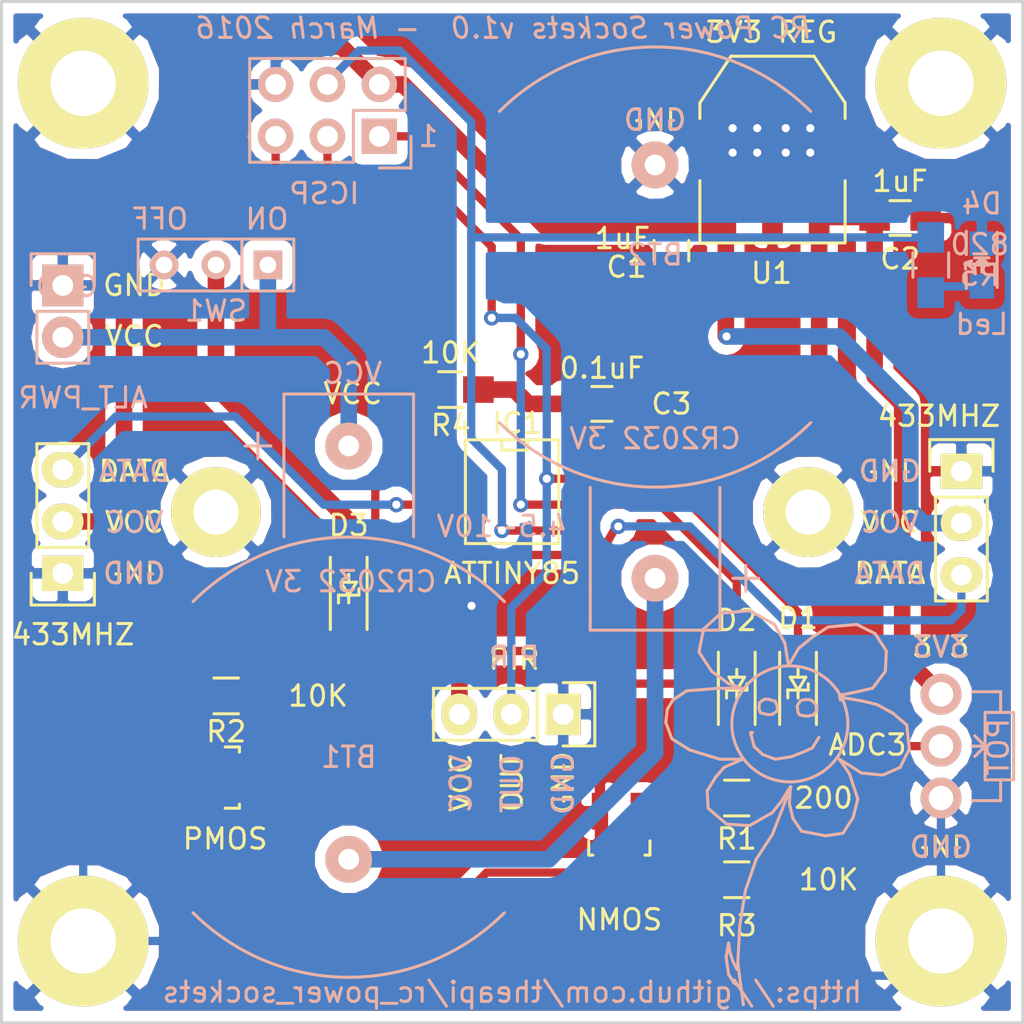
<source format=kicad_pcb>
(kicad_pcb (version 4) (host pcbnew 4.0.2-4+6225~38~ubuntu14.04.1-stable)

  (general
    (links 58)
    (no_connects 0)
    (area 119.924999 59.924999 170.075001 110.075001)
    (thickness 1.6)
    (drawings 44)
    (tracks 261)
    (zones 0)
    (modules 32)
    (nets 18)
  )

  (page A4)
  (layers
    (0 F.Cu signal)
    (31 B.Cu signal)
    (32 B.Adhes user)
    (33 F.Adhes user)
    (34 B.Paste user)
    (35 F.Paste user)
    (36 B.SilkS user)
    (37 F.SilkS user)
    (38 B.Mask user)
    (39 F.Mask user)
    (40 Dwgs.User user)
    (41 Cmts.User user)
    (42 Eco1.User user)
    (43 Eco2.User user)
    (44 Edge.Cuts user)
    (45 Margin user)
    (46 B.CrtYd user)
    (47 F.CrtYd user)
    (48 B.Fab user)
    (49 F.Fab user)
  )

  (setup
    (last_trace_width 0.406)
    (trace_clearance 0.2)
    (zone_clearance 0.508)
    (zone_45_only no)
    (trace_min 0.2)
    (segment_width 0.2)
    (edge_width 0.15)
    (via_size 0.75)
    (via_drill 0.4)
    (via_min_size 0.4)
    (via_min_drill 0.3)
    (uvia_size 0.3)
    (uvia_drill 0.1)
    (uvias_allowed no)
    (uvia_min_size 0.3)
    (uvia_min_drill 0.1)
    (pcb_text_width 0.3)
    (pcb_text_size 1.5 1.5)
    (mod_edge_width 0.15)
    (mod_text_size 1 1)
    (mod_text_width 0.15)
    (pad_size 5.99948 5.99948)
    (pad_drill 3.4)
    (pad_to_mask_clearance 0.2)
    (aux_axis_origin 0 0)
    (grid_origin 145 94.9)
    (visible_elements 7FFFFF7F)
    (pcbplotparams
      (layerselection 0x010f0_80000001)
      (usegerberextensions true)
      (usegerberattributes true)
      (excludeedgelayer true)
      (linewidth 0.100000)
      (plotframeref false)
      (viasonmask false)
      (mode 1)
      (useauxorigin false)
      (hpglpennumber 1)
      (hpglpenspeed 20)
      (hpglpendiameter 15)
      (hpglpenoverlay 2)
      (psnegative false)
      (psa4output false)
      (plotreference true)
      (plotvalue true)
      (plotinvisibletext false)
      (padsonsilk false)
      (subtractmaskfromsilk true)
      (outputformat 1)
      (mirror false)
      (drillshape 0)
      (scaleselection 1)
      (outputdirectory gerber/))
  )

  (net 0 "")
  (net 1 GND)
  (net 2 /SCK)
  (net 3 /MISO)
  (net 4 /RESET)
  (net 5 /RADIO_DATA)
  (net 6 /MOSI)
  (net 7 /ADC3)
  (net 8 /SWITCH_POWER)
  (net 9 /3.3v)
  (net 10 /NBASE)
  (net 11 /PBASE)
  (net 12 /NBASE_ON)
  (net 13 /POWER)
  (net 14 "Net-(D4-Pad2)")
  (net 15 /BATT)
  (net 16 VCC)
  (net 17 /VCC_SWITCHED)

  (net_class Default "This is the default net class."
    (clearance 0.2)
    (trace_width 0.406)
    (via_dia 0.75)
    (via_drill 0.4)
    (uvia_dia 0.3)
    (uvia_drill 0.1)
    (add_net /ADC3)
    (add_net /MISO)
    (add_net /MOSI)
    (add_net /NBASE)
    (add_net /NBASE_ON)
    (add_net /PBASE)
    (add_net /RADIO_DATA)
    (add_net /RESET)
    (add_net /SCK)
    (add_net "Net-(D4-Pad2)")
  )

  (net_class Battery ""
    (clearance 0.4)
    (trace_width 0.813)
    (via_dia 0.75)
    (via_drill 0.4)
    (uvia_dia 0.3)
    (uvia_drill 0.1)
    (add_net /BATT)
  )

  (net_class GND ""
    (clearance 0.2)
    (trace_width 0.406)
    (via_dia 0.75)
    (via_drill 0.4)
    (uvia_dia 0.3)
    (uvia_drill 0.1)
    (add_net GND)
  )

  (net_class Small ""
    (clearance 0.2)
    (trace_width 0.305)
    (via_dia 0.75)
    (via_drill 0.4)
    (uvia_dia 0.3)
    (uvia_drill 0.1)
  )

  (net_class VCC ""
    (clearance 0.2)
    (trace_width 0.813)
    (via_dia 0.75)
    (via_drill 0.4)
    (uvia_dia 0.3)
    (uvia_drill 0.1)
    (add_net /3.3v)
    (add_net /POWER)
    (add_net /SWITCH_POWER)
    (add_net /VCC_SWITCHED)
    (add_net VCC)
  )

  (module SMD_Packages:SOIC-8-N (layer F.Cu) (tedit 56F7F6D6) (tstamp 56D9E294)
    (at 145 84 270)
    (descr "Module Narrow CMS SOJ 8 pins large")
    (tags "CMS SOJ")
    (path /56D9E1BB)
    (attr smd)
    (fp_text reference IC1 (at -3.35 -0.25 360) (layer F.SilkS)
      (effects (font (size 1 1) (thickness 0.15)))
    )
    (fp_text value ATTINY85 (at 4 0 360) (layer F.SilkS)
      (effects (font (size 1 1) (thickness 0.15)))
    )
    (fp_line (start -2.54 -2.286) (end 2.54 -2.286) (layer F.SilkS) (width 0.15))
    (fp_line (start 2.54 -2.286) (end 2.54 2.286) (layer F.SilkS) (width 0.15))
    (fp_line (start 2.54 2.286) (end -2.54 2.286) (layer F.SilkS) (width 0.15))
    (fp_line (start -2.54 2.286) (end -2.54 -2.286) (layer F.SilkS) (width 0.15))
    (fp_line (start -2.54 -0.762) (end -2.032 -0.762) (layer F.SilkS) (width 0.15))
    (fp_line (start -2.032 -0.762) (end -2.032 0.508) (layer F.SilkS) (width 0.15))
    (fp_line (start -2.032 0.508) (end -2.54 0.508) (layer F.SilkS) (width 0.15))
    (pad 8 smd rect (at -1.905 -3.175 270) (size 0.508 1.143) (layers F.Cu F.Paste F.Mask)
      (net 9 /3.3v))
    (pad 7 smd rect (at -0.635 -3.175 270) (size 0.508 1.143) (layers F.Cu F.Paste F.Mask)
      (net 2 /SCK))
    (pad 6 smd rect (at 0.635 -3.175 270) (size 0.508 1.143) (layers F.Cu F.Paste F.Mask)
      (net 3 /MISO))
    (pad 5 smd rect (at 1.905 -3.175 270) (size 0.508 1.143) (layers F.Cu F.Paste F.Mask)
      (net 6 /MOSI))
    (pad 4 smd rect (at 1.905 3.175 270) (size 0.508 1.143) (layers F.Cu F.Paste F.Mask)
      (net 1 GND))
    (pad 3 smd rect (at 0.635 3.175 270) (size 0.508 1.143) (layers F.Cu F.Paste F.Mask)
      (net 5 /RADIO_DATA))
    (pad 2 smd rect (at -0.635 3.175 270) (size 0.508 1.143) (layers F.Cu F.Paste F.Mask)
      (net 7 /ADC3))
    (pad 1 smd rect (at -1.905 3.175 270) (size 0.508 1.143) (layers F.Cu F.Paste F.Mask)
      (net 4 /RESET))
    (model SMD_Packages.3dshapes/SOIC-8-N.wrl
      (at (xyz 0 0 0))
      (scale (xyz 0.5 0.38 0.5))
      (rotate (xyz 0 0 0))
    )
  )

  (module TO_SOT_Packages_SMD:SOT-223 (layer F.Cu) (tedit 56F6FACD) (tstamp 56F6D0F2)
    (at 157.75 67.25)
    (descr "module CMS SOT223 4 pins")
    (tags "CMS SOT")
    (path /56F7151A)
    (attr smd)
    (fp_text reference U1 (at -0.05 6.05) (layer F.SilkS)
      (effects (font (size 1 1) (thickness 0.15)))
    )
    (fp_text value MCP1755ST-3302E/DB (at 0.25 -5.75) (layer F.Fab) hide
      (effects (font (size 1 1) (thickness 0.15)))
    )
    (fp_line (start -3.556 1.524) (end -3.556 4.572) (layer F.SilkS) (width 0.15))
    (fp_line (start -3.556 4.572) (end 3.556 4.572) (layer F.SilkS) (width 0.15))
    (fp_line (start 3.556 4.572) (end 3.556 1.524) (layer F.SilkS) (width 0.15))
    (fp_line (start -3.556 -1.524) (end -3.556 -2.286) (layer F.SilkS) (width 0.15))
    (fp_line (start -3.556 -2.286) (end -2.032 -4.572) (layer F.SilkS) (width 0.15))
    (fp_line (start -2.032 -4.572) (end 2.032 -4.572) (layer F.SilkS) (width 0.15))
    (fp_line (start 2.032 -4.572) (end 3.556 -2.286) (layer F.SilkS) (width 0.15))
    (fp_line (start 3.556 -2.286) (end 3.556 -1.524) (layer F.SilkS) (width 0.15))
    (pad 4 smd rect (at 0 -3.302) (size 3.6576 2.032) (layers F.Cu F.Paste F.Mask)
      (net 1 GND))
    (pad 2 smd rect (at 0 3.302) (size 1.016 2.032) (layers F.Cu F.Paste F.Mask)
      (net 1 GND))
    (pad 3 smd rect (at 2.286 3.302) (size 1.016 2.032) (layers F.Cu F.Paste F.Mask)
      (net 9 /3.3v))
    (pad 1 smd rect (at -2.286 3.302) (size 1.016 2.032) (layers F.Cu F.Paste F.Mask)
      (net 8 /SWITCH_POWER))
    (model TO_SOT_Packages_SMD.3dshapes/SOT-223.wrl
      (at (xyz 0 0 0))
      (scale (xyz 0.4 0.4 0.4))
      (rotate (xyz 0 0 0))
    )
  )

  (module Mounting_Holes:MountingHole_3.2mm_M3_Pad (layer F.Cu) (tedit 56F144BC) (tstamp 56F144B4)
    (at 166 64)
    (descr "Mounting Hole 3.2mm, M3")
    (tags "mounting hole 3.2mm m3")
    (path /56F02C78)
    (fp_text reference MOUNT3 (at 0 -4.2) (layer F.SilkS) hide
      (effects (font (size 1 1) (thickness 0.15)))
    )
    (fp_text value CONN_01X01 (at 0 4.2) (layer F.Fab) hide
      (effects (font (size 1 1) (thickness 0.15)))
    )
    (fp_circle (center 0 0) (end 3.2 0) (layer Cmts.User) (width 0.15))
    (fp_circle (center 0 0) (end 3.45 0) (layer F.CrtYd) (width 0.05))
    (pad 1 thru_hole circle (at 0 0) (size 6.4 6.4) (drill 3.2) (layers *.Cu *.Mask F.SilkS)
      (net 1 GND))
  )

  (module theapi_footprints:TheApiLogo (layer B.Cu) (tedit 56F14672) (tstamp 56F51325)
    (at 159 88.5 180)
    (fp_text reference REF** (at -1.45 -16.875 180) (layer B.SilkS) hide
      (effects (font (size 1 1) (thickness 0.15)) (justify mirror))
    )
    (fp_text value TheApiLogo (at 0 0.5 180) (layer B.Fab) hide
      (effects (font (size 1 1) (thickness 0.15)) (justify mirror))
    )
    (fp_line (start 0.04 -5.98) (end -0.12 -5.74) (layer B.SilkS) (width 0.15))
    (fp_line (start -0.12 -5.74) (end -0.33 -5.68) (layer B.SilkS) (width 0.15))
    (fp_line (start -0.33 -5.68) (end -0.59 -5.68) (layer B.SilkS) (width 0.15))
    (fp_line (start -0.59 -5.68) (end -0.77 -5.8) (layer B.SilkS) (width 0.15))
    (fp_line (start -0.77 -5.8) (end -0.92 -6) (layer B.SilkS) (width 0.15))
    (fp_line (start -0.92 -6) (end -0.92 -6.23) (layer B.SilkS) (width 0.15))
    (fp_line (start -0.92 -6.23) (end -0.75 -6.43) (layer B.SilkS) (width 0.15))
    (fp_line (start -0.75 -6.43) (end -0.49 -6.49) (layer B.SilkS) (width 0.15))
    (fp_line (start -0.49 -6.49) (end -0.25 -6.47) (layer B.SilkS) (width 0.15))
    (fp_line (start -0.25 -6.47) (end -0.08 -6.43) (layer B.SilkS) (width 0.15))
    (fp_line (start -0.08 -6.43) (end 0 -6.31) (layer B.SilkS) (width 0.15))
    (fp_line (start 0 -6.31) (end 0.02 -6.19) (layer B.SilkS) (width 0.15))
    (fp_line (start 0.02 -6.19) (end 0.02 -6.09) (layer B.SilkS) (width 0.15))
    (fp_line (start 0.02 -6.09) (end 0.04 -6.05) (layer B.SilkS) (width 0.15))
    (fp_line (start 1.4 -5.68) (end 1.12 -5.76) (layer B.SilkS) (width 0.15))
    (fp_line (start 1.12 -5.76) (end 1.01 -6.02) (layer B.SilkS) (width 0.15))
    (fp_line (start 1.01 -6.02) (end 1.03 -6.25) (layer B.SilkS) (width 0.15))
    (fp_line (start 1.03 -6.25) (end 1.28 -6.41) (layer B.SilkS) (width 0.15))
    (fp_line (start 1.28 -6.41) (end 1.52 -6.41) (layer B.SilkS) (width 0.15))
    (fp_line (start 1.52 -6.41) (end 1.83 -6.33) (layer B.SilkS) (width 0.15))
    (fp_line (start 1.83 -6.33) (end 1.91 -6.13) (layer B.SilkS) (width 0.15))
    (fp_line (start 1.91 -6.13) (end 1.89 -5.84) (layer B.SilkS) (width 0.15))
    (fp_line (start 1.89 -5.84) (end 1.74 -5.72) (layer B.SilkS) (width 0.15))
    (fp_line (start 1.74 -5.72) (end 1.64 -5.66) (layer B.SilkS) (width 0.15))
    (fp_line (start 1.64 -5.66) (end 1.42 -5.66) (layer B.SilkS) (width 0.15))
    (fp_line (start 2.98 -18.9) (end 3.18 -18.52) (layer B.SilkS) (width 0.15))
    (fp_line (start 3.18 -18.52) (end 3.33 -18.06) (layer B.SilkS) (width 0.15))
    (fp_line (start 3.33 -18.06) (end 3.4 -17.6) (layer B.SilkS) (width 0.15))
    (fp_line (start 3.4 -17.6) (end 3.52 -18.29) (layer B.SilkS) (width 0.15))
    (fp_line (start 3.52 -18.29) (end 3.4 -19.13) (layer B.SilkS) (width 0.15))
    (fp_line (start 3.4 -19.13) (end 3.14 -19.55) (layer B.SilkS) (width 0.15))
    (fp_line (start 3.14 -19.55) (end 2.83 -19.74) (layer B.SilkS) (width 0.15))
    (fp_line (start 0.35 -9.95) (end 1.25 -12.275) (layer B.SilkS) (width 0.15))
    (fp_line (start 1.25 -12.275) (end 2.05 -13.5) (layer B.SilkS) (width 0.15))
    (fp_line (start 2.05 -13.5) (end 2.575 -15.025) (layer B.SilkS) (width 0.15))
    (fp_line (start 2.575 -15.025) (end 2.85 -16.725) (layer B.SilkS) (width 0.15))
    (fp_line (start 2.85 -16.725) (end 2.95 -18.575) (layer B.SilkS) (width 0.15))
    (fp_line (start 2.95 -18.575) (end 2.675 -20.625) (layer B.SilkS) (width 0.15))
    (fp_line (start -1.025 -7.525) (end -0.7 -8.05) (layer B.SilkS) (width 0.15))
    (fp_line (start -0.7 -8.05) (end -0.25 -8.25) (layer B.SilkS) (width 0.15))
    (fp_line (start -0.25 -8.25) (end 0.325 -8.475) (layer B.SilkS) (width 0.15))
    (fp_line (start 0.325 -8.475) (end 1.1 -8.6) (layer B.SilkS) (width 0.15))
    (fp_line (start 1.1 -8.6) (end 1.725 -8.375) (layer B.SilkS) (width 0.15))
    (fp_line (start 1.725 -8.375) (end 2.15 -7.975) (layer B.SilkS) (width 0.15))
    (fp_line (start 2.15 -7.975) (end 2.325 -7.3) (layer B.SilkS) (width 0.15))
    (fp_line (start 2.325 -7.3) (end 2.225 -7.3) (layer B.SilkS) (width 0.15))
    (fp_line (start 4.05 -9.5) (end 3.625 -9) (layer B.SilkS) (width 0.15))
    (fp_line (start 3.625 -9) (end 2.725 -8.6) (layer B.SilkS) (width 0.15))
    (fp_line (start 2.725 -8.6) (end 3.825 -8.6) (layer B.SilkS) (width 0.15))
    (fp_line (start 3.825 -8.6) (end 5.3 -8.15) (layer B.SilkS) (width 0.15))
    (fp_line (start 5.3 -8.15) (end 6.175 -7.6) (layer B.SilkS) (width 0.15))
    (fp_line (start 6.175 -7.6) (end 6.475 -6.8) (layer B.SilkS) (width 0.15))
    (fp_line (start 6.475 -6.8) (end 6.4 -6.15) (layer B.SilkS) (width 0.15))
    (fp_line (start 6.4 -6.15) (end 6.125 -5.7) (layer B.SilkS) (width 0.15))
    (fp_line (start 6.125 -5.7) (end 5.45 -5.25) (layer B.SilkS) (width 0.15))
    (fp_line (start 5.45 -5.25) (end 4.775 -5.2) (layer B.SilkS) (width 0.15))
    (fp_line (start 4.775 -5.2) (end 3.9 -5.125) (layer B.SilkS) (width 0.15))
    (fp_line (start 3.9 -5.125) (end 3.225 -5.125) (layer B.SilkS) (width 0.15))
    (fp_line (start 3.225 -5.125) (end 2.825 -5.125) (layer B.SilkS) (width 0.15))
    (fp_line (start 2.825 -5.125) (end 2.825 -5.075) (layer B.SilkS) (width 0.15))
    (fp_line (start -2.15 -5.575) (end -3.15 -5.75) (layer B.SilkS) (width 0.15))
    (fp_line (start -3.15 -5.75) (end -3.875 -5.925) (layer B.SilkS) (width 0.15))
    (fp_line (start -3.875 -5.925) (end -4.65 -6.35) (layer B.SilkS) (width 0.15))
    (fp_line (start -4.65 -6.35) (end -5.325 -6.925) (layer B.SilkS) (width 0.15))
    (fp_line (start -5.325 -6.925) (end -5.45 -8.1) (layer B.SilkS) (width 0.15))
    (fp_line (start -5.45 -8.1) (end -5 -9) (layer B.SilkS) (width 0.15))
    (fp_line (start -5 -9) (end -4.15 -9.375) (layer B.SilkS) (width 0.15))
    (fp_line (start -4.15 -9.375) (end -3.1 -9.275) (layer B.SilkS) (width 0.15))
    (fp_line (start -3.1 -9.275) (end -2.475 -8.875) (layer B.SilkS) (width 0.15))
    (fp_line (start -2.475 -8.875) (end -2.025 -8.6) (layer B.SilkS) (width 0.15))
    (fp_line (start -2.025 -8.6) (end -2.525 -9.325) (layer B.SilkS) (width 0.15))
    (fp_line (start -2.525 -9.325) (end -2.925 -10.55) (layer B.SilkS) (width 0.15))
    (fp_line (start -2.925 -10.55) (end -2.7 -11.45) (layer B.SilkS) (width 0.15))
    (fp_line (start -2.7 -11.45) (end -2.2 -12.225) (layer B.SilkS) (width 0.15))
    (fp_line (start -2.2 -12.225) (end -1.35 -12.35) (layer B.SilkS) (width 0.15))
    (fp_line (start -1.35 -12.35) (end -0.175 -12.125) (layer B.SilkS) (width 0.15))
    (fp_line (start -0.175 -12.125) (end 0.25 -11.5) (layer B.SilkS) (width 0.15))
    (fp_line (start 0.25 -11.5) (end 0.425 -10.775) (layer B.SilkS) (width 0.15))
    (fp_line (start 0.425 -10.775) (end 0.375 -9.95) (layer B.SilkS) (width 0.15))
    (fp_line (start 0.375 -9.95) (end 0.825 -10.675) (layer B.SilkS) (width 0.15))
    (fp_line (start 0.825 -10.675) (end 1.275 -11.225) (layer B.SilkS) (width 0.15))
    (fp_line (start 1.275 -11.225) (end 2.375 -11.85) (layer B.SilkS) (width 0.15))
    (fp_line (start 2.375 -11.85) (end 3.5 -11.775) (layer B.SilkS) (width 0.15))
    (fp_line (start 3.5 -11.775) (end 4.4 -11) (layer B.SilkS) (width 0.15))
    (fp_line (start 4.4 -11) (end 4.45 -10.15) (layer B.SilkS) (width 0.15))
    (fp_line (start 4.45 -10.15) (end 4 -9.425) (layer B.SilkS) (width 0.15))
    (fp_line (start 0.425 -3.95) (end -0.025 -3.175) (layer B.SilkS) (width 0.15))
    (fp_line (start -0.025 -3.175) (end -0.7 -2.625) (layer B.SilkS) (width 0.15))
    (fp_line (start -0.7 -2.625) (end -1.475 -2.125) (layer B.SilkS) (width 0.15))
    (fp_line (start -1.475 -2.125) (end -2.875 -2) (layer B.SilkS) (width 0.15))
    (fp_line (start -2.875 -2) (end -3.775 -2.45) (layer B.SilkS) (width 0.15))
    (fp_line (start -3.775 -2.45) (end -4.325 -3.3) (layer B.SilkS) (width 0.15))
    (fp_line (start -4.325 -3.3) (end -4.275 -4.3) (layer B.SilkS) (width 0.15))
    (fp_line (start -4.275 -4.3) (end -3.65 -5.125) (layer B.SilkS) (width 0.15))
    (fp_line (start -3.65 -5.125) (end -2.875 -5.3) (layer B.SilkS) (width 0.15))
    (fp_line (start -2.875 -5.3) (end -2.025 -5.475) (layer B.SilkS) (width 0.15))
    (fp_line (start -2.025 -5.475) (end -2.075 -5.7) (layer B.SilkS) (width 0.15))
    (fp_line (start 0.475 -3.95) (end 0.65 -2.9) (layer B.SilkS) (width 0.15))
    (fp_line (start 0.65 -2.9) (end 1.15 -2) (layer B.SilkS) (width 0.15))
    (fp_line (start 1.15 -2) (end 2.375 -1.325) (layer B.SilkS) (width 0.15))
    (fp_line (start 2.375 -1.325) (end 3.775 -1.45) (layer B.SilkS) (width 0.15))
    (fp_line (start 3.775 -1.45) (end 4.625 -2.225) (layer B.SilkS) (width 0.15))
    (fp_line (start 4.625 -2.225) (end 4.85 -3.35) (layer B.SilkS) (width 0.15))
    (fp_line (start 4.85 -3.35) (end 4.225 -4.3) (layer B.SilkS) (width 0.15))
    (fp_line (start 4.225 -4.3) (end 3.4 -4.9) (layer B.SilkS) (width 0.15))
    (fp_line (start 3.4 -4.9) (end 2.775 -5.125) (layer B.SilkS) (width 0.15))
    (fp_circle (center 0.4 -6.87) (end 2.94 -5.6) (layer B.SilkS) (width 0.15))
  )

  (module TO_SOT_Packages_SMD:SOT-23_Handsoldering (layer F.Cu) (tedit 56F82CFB) (tstamp 56D89B54)
    (at 150.252 101.146 180)
    (descr "SOT-23, Handsoldering")
    (tags SOT-23)
    (path /56E8170A)
    (attr smd)
    (fp_text reference Q1 (at 0 5.5 180) (layer F.SilkS) hide
      (effects (font (size 1 1) (thickness 0.15)))
    )
    (fp_text value NMOS (at 0 -3.81 360) (layer F.SilkS)
      (effects (font (size 1 1) (thickness 0.15)))
    )
    (fp_line (start -1.49982 0.0508) (end -1.49982 -0.65024) (layer F.SilkS) (width 0.15))
    (fp_line (start -1.49982 -0.65024) (end -1.2509 -0.65024) (layer F.SilkS) (width 0.15))
    (fp_line (start 1.29916 -0.65024) (end 1.49982 -0.65024) (layer F.SilkS) (width 0.15))
    (fp_line (start 1.49982 -0.65024) (end 1.49982 0.0508) (layer F.SilkS) (width 0.15))
    (pad 1 smd rect (at -0.95 1.50114 180) (size 0.8001 1.80086) (layers F.Cu F.Paste F.Mask)
      (net 10 /NBASE))
    (pad 2 smd rect (at 0.95 1.50114 180) (size 0.8001 1.80086) (layers F.Cu F.Paste F.Mask)
      (net 1 GND))
    (pad 3 smd rect (at 0 -1.50114 180) (size 0.8001 1.80086) (layers F.Cu F.Paste F.Mask)
      (net 11 /PBASE))
    (model TO_SOT_Packages_SMD.3dshapes/SOT-23_Handsoldering.wrl
      (at (xyz 0 0 0))
      (scale (xyz 1 1 1))
      (rotate (xyz 0 0 0))
    )
  )

  (module TO_SOT_Packages_SMD:SOT-23_Handsoldering (layer F.Cu) (tedit 56F06294) (tstamp 56D89B5B)
    (at 131 98 270)
    (descr "SOT-23, Handsoldering")
    (tags SOT-23)
    (path /56E815FA)
    (attr smd)
    (fp_text reference Q2 (at 0 4 270) (layer F.SilkS) hide
      (effects (font (size 1 1) (thickness 0.15)))
    )
    (fp_text value PMOS (at 3 0.05 360) (layer F.SilkS)
      (effects (font (size 1 1) (thickness 0.15)))
    )
    (fp_line (start -1.49982 0.0508) (end -1.49982 -0.65024) (layer F.SilkS) (width 0.15))
    (fp_line (start -1.49982 -0.65024) (end -1.2509 -0.65024) (layer F.SilkS) (width 0.15))
    (fp_line (start 1.29916 -0.65024) (end 1.49982 -0.65024) (layer F.SilkS) (width 0.15))
    (fp_line (start 1.49982 -0.65024) (end 1.49982 0.0508) (layer F.SilkS) (width 0.15))
    (pad 1 smd rect (at -0.95 1.50114 270) (size 0.8001 1.80086) (layers F.Cu F.Paste F.Mask)
      (net 11 /PBASE))
    (pad 2 smd rect (at 0.95 1.50114 270) (size 0.8001 1.80086) (layers F.Cu F.Paste F.Mask)
      (net 8 /SWITCH_POWER))
    (pad 3 smd rect (at 0 -1.50114 270) (size 0.8001 1.80086) (layers F.Cu F.Paste F.Mask)
      (net 13 /POWER))
    (model TO_SOT_Packages_SMD.3dshapes/SOT-23_Handsoldering.wrl
      (at (xyz 0 0 0))
      (scale (xyz 1 1 1))
      (rotate (xyz 0 0 0))
    )
  )

  (module Socket_Strips:Socket_Strip_Straight_1x03 locked (layer F.Cu) (tedit 56F71AC3) (tstamp 56D9E29F)
    (at 147.5 94.9 180)
    (descr "Through hole socket strip")
    (tags "socket strip")
    (path /56D837CF)
    (fp_text reference J1 (at -3.18 -0.02 180) (layer F.SilkS) hide
      (effects (font (size 1 1) (thickness 0.15)))
    )
    (fp_text value PIR (at 2.4 2.7 180) (layer F.SilkS)
      (effects (font (size 1 1) (thickness 0.15)))
    )
    (fp_line (start 0 -1.55) (end -1.55 -1.55) (layer F.SilkS) (width 0.15))
    (fp_line (start -1.55 -1.55) (end -1.55 1.55) (layer F.SilkS) (width 0.15))
    (fp_line (start -1.55 1.55) (end 0 1.55) (layer F.SilkS) (width 0.15))
    (fp_line (start -1.75 -1.75) (end -1.75 1.75) (layer F.CrtYd) (width 0.05))
    (fp_line (start 6.85 -1.75) (end 6.85 1.75) (layer F.CrtYd) (width 0.05))
    (fp_line (start -1.75 -1.75) (end 6.85 -1.75) (layer F.CrtYd) (width 0.05))
    (fp_line (start -1.75 1.75) (end 6.85 1.75) (layer F.CrtYd) (width 0.05))
    (fp_line (start 1.27 -1.27) (end 6.35 -1.27) (layer F.SilkS) (width 0.15))
    (fp_line (start 6.35 -1.27) (end 6.35 1.27) (layer F.SilkS) (width 0.15))
    (fp_line (start 6.35 1.27) (end 1.27 1.27) (layer F.SilkS) (width 0.15))
    (fp_line (start 1.27 1.27) (end 1.27 -1.27) (layer F.SilkS) (width 0.15))
    (pad 1 thru_hole rect (at 0 0 180) (size 1.7272 2.032) (drill 1.016) (layers *.Cu *.Mask F.SilkS)
      (net 1 GND))
    (pad 2 thru_hole oval (at 2.54 0 180) (size 1.7272 2.032) (drill 1.016) (layers *.Cu *.Mask F.SilkS)
      (net 2 /SCK))
    (pad 3 thru_hole oval (at 5.08 0 180) (size 1.7272 2.032) (drill 1.016) (layers *.Cu *.Mask F.SilkS)
      (net 13 /POWER))
    (model Socket_Strips.3dshapes/Socket_Strip_Straight_1x03.wrl
      (at (xyz 0.1 0 0))
      (scale (xyz 1 1 1))
      (rotate (xyz 0 0 180))
    )
  )

  (module Socket_Strips:Socket_Strip_Straight_1x03 (layer F.Cu) (tedit 56F03245) (tstamp 56D9E2A5)
    (at 123 88 90)
    (descr "Through hole socket strip")
    (tags "socket strip")
    (path /56D83857)
    (fp_text reference J2 (at -3 0 180) (layer F.SilkS) hide
      (effects (font (size 1 1) (thickness 0.15)))
    )
    (fp_text value 433MHZ (at -3 0.5 180) (layer F.SilkS)
      (effects (font (size 1 1) (thickness 0.15)))
    )
    (fp_line (start 0 -1.55) (end -1.55 -1.55) (layer F.SilkS) (width 0.15))
    (fp_line (start -1.55 -1.55) (end -1.55 1.55) (layer F.SilkS) (width 0.15))
    (fp_line (start -1.55 1.55) (end 0 1.55) (layer F.SilkS) (width 0.15))
    (fp_line (start -1.75 -1.75) (end -1.75 1.75) (layer F.CrtYd) (width 0.05))
    (fp_line (start 6.85 -1.75) (end 6.85 1.75) (layer F.CrtYd) (width 0.05))
    (fp_line (start -1.75 -1.75) (end 6.85 -1.75) (layer F.CrtYd) (width 0.05))
    (fp_line (start -1.75 1.75) (end 6.85 1.75) (layer F.CrtYd) (width 0.05))
    (fp_line (start 1.27 -1.27) (end 6.35 -1.27) (layer F.SilkS) (width 0.15))
    (fp_line (start 6.35 -1.27) (end 6.35 1.27) (layer F.SilkS) (width 0.15))
    (fp_line (start 6.35 1.27) (end 1.27 1.27) (layer F.SilkS) (width 0.15))
    (fp_line (start 1.27 1.27) (end 1.27 -1.27) (layer F.SilkS) (width 0.15))
    (pad 1 thru_hole rect (at 0 0 90) (size 1.7272 2.032) (drill 1.016) (layers *.Cu *.Mask F.SilkS)
      (net 1 GND))
    (pad 2 thru_hole oval (at 2.54 0 90) (size 1.7272 2.032) (drill 1.016) (layers *.Cu *.Mask F.SilkS)
      (net 8 /SWITCH_POWER))
    (pad 3 thru_hole oval (at 5.08 0 90) (size 1.7272 2.032) (drill 1.016) (layers *.Cu *.Mask F.SilkS)
      (net 5 /RADIO_DATA))
    (model Socket_Strips.3dshapes/Socket_Strip_Straight_1x03.wrl
      (at (xyz 0.1 0 0))
      (scale (xyz 1 1 1))
      (rotate (xyz 0 0 180))
    )
  )

  (module Capacitors_SMD:C_0805_HandSoldering (layer F.Cu) (tedit 56FBC364) (tstamp 56E80E58)
    (at 152.8 72.2 270)
    (descr "Capacitor SMD 0805, hand soldering")
    (tags "capacitor 0805")
    (path /56D4DF87)
    (attr smd)
    (fp_text reference C1 (at 0.8 2.2 540) (layer F.SilkS)
      (effects (font (size 1 1) (thickness 0.15)))
    )
    (fp_text value 1uF (at -0.6 2.4 540) (layer F.SilkS)
      (effects (font (size 1 1) (thickness 0.15)))
    )
    (fp_line (start -2.3 -1) (end 2.3 -1) (layer F.CrtYd) (width 0.05))
    (fp_line (start -2.3 1) (end 2.3 1) (layer F.CrtYd) (width 0.05))
    (fp_line (start -2.3 -1) (end -2.3 1) (layer F.CrtYd) (width 0.05))
    (fp_line (start 2.3 -1) (end 2.3 1) (layer F.CrtYd) (width 0.05))
    (fp_line (start 0.5 -0.85) (end -0.5 -0.85) (layer F.SilkS) (width 0.15))
    (fp_line (start -0.5 0.85) (end 0.5 0.85) (layer F.SilkS) (width 0.15))
    (pad 1 smd rect (at -1.25 0 270) (size 1.5 1.25) (layers F.Cu F.Paste F.Mask)
      (net 8 /SWITCH_POWER))
    (pad 2 smd rect (at 1.25 0 270) (size 1.5 1.25) (layers F.Cu F.Paste F.Mask)
      (net 1 GND))
    (model Capacitors_SMD.3dshapes/C_0805_HandSoldering.wrl
      (at (xyz 0 0 0))
      (scale (xyz 1 1 1))
      (rotate (xyz 0 0 0))
    )
  )

  (module Capacitors_SMD:C_0805_HandSoldering (layer F.Cu) (tedit 56FA7879) (tstamp 56E80E5D)
    (at 164 70.6)
    (descr "Capacitor SMD 0805, hand soldering")
    (tags "capacitor 0805")
    (path /56D4DEBE)
    (attr smd)
    (fp_text reference C2 (at 0 2) (layer F.SilkS)
      (effects (font (size 1 1) (thickness 0.15)))
    )
    (fp_text value 1uF (at 0 -1.8 180) (layer F.SilkS)
      (effects (font (size 1 1) (thickness 0.15)))
    )
    (fp_line (start -2.3 -1) (end 2.3 -1) (layer F.CrtYd) (width 0.05))
    (fp_line (start -2.3 1) (end 2.3 1) (layer F.CrtYd) (width 0.05))
    (fp_line (start -2.3 -1) (end -2.3 1) (layer F.CrtYd) (width 0.05))
    (fp_line (start 2.3 -1) (end 2.3 1) (layer F.CrtYd) (width 0.05))
    (fp_line (start 0.5 -0.85) (end -0.5 -0.85) (layer F.SilkS) (width 0.15))
    (fp_line (start -0.5 0.85) (end 0.5 0.85) (layer F.SilkS) (width 0.15))
    (pad 1 smd rect (at -1.25 0) (size 1.5 1.25) (layers F.Cu F.Paste F.Mask)
      (net 9 /3.3v))
    (pad 2 smd rect (at 1.25 0) (size 1.5 1.25) (layers F.Cu F.Paste F.Mask)
      (net 1 GND))
    (model Capacitors_SMD.3dshapes/C_0805_HandSoldering.wrl
      (at (xyz 0 0 0))
      (scale (xyz 1 1 1))
      (rotate (xyz 0 0 0))
    )
  )

  (module Capacitors_SMD:C_0805_HandSoldering (layer F.Cu) (tedit 56FC33B5) (tstamp 56E80E62)
    (at 149.4 79.7)
    (descr "Capacitor SMD 0805, hand soldering")
    (tags "capacitor 0805")
    (path /56D9DCDE)
    (attr smd)
    (fp_text reference C3 (at 3.4 0) (layer F.SilkS)
      (effects (font (size 1 1) (thickness 0.15)))
    )
    (fp_text value 0.1uF (at 0 -1.75) (layer F.SilkS)
      (effects (font (size 1 1) (thickness 0.15)))
    )
    (fp_line (start -2.3 -1) (end 2.3 -1) (layer F.CrtYd) (width 0.05))
    (fp_line (start -2.3 1) (end 2.3 1) (layer F.CrtYd) (width 0.05))
    (fp_line (start -2.3 -1) (end -2.3 1) (layer F.CrtYd) (width 0.05))
    (fp_line (start 2.3 -1) (end 2.3 1) (layer F.CrtYd) (width 0.05))
    (fp_line (start 0.5 -0.85) (end -0.5 -0.85) (layer F.SilkS) (width 0.15))
    (fp_line (start -0.5 0.85) (end 0.5 0.85) (layer F.SilkS) (width 0.15))
    (pad 1 smd rect (at -1.25 0) (size 1.5 1.25) (layers F.Cu F.Paste F.Mask)
      (net 9 /3.3v))
    (pad 2 smd rect (at 1.25 0) (size 1.5 1.25) (layers F.Cu F.Paste F.Mask)
      (net 1 GND))
    (model Capacitors_SMD.3dshapes/C_0805_HandSoldering.wrl
      (at (xyz 0 0 0))
      (scale (xyz 1 1 1))
      (rotate (xyz 0 0 0))
    )
  )

  (module Resistors_SMD:R_0805_HandSoldering (layer F.Cu) (tedit 56F67205) (tstamp 56E80E71)
    (at 156 99)
    (descr "Resistor SMD 0805, hand soldering")
    (tags "resistor 0805")
    (path /56D4B1A8)
    (attr smd)
    (fp_text reference R1 (at 0 2) (layer F.SilkS)
      (effects (font (size 1 1) (thickness 0.15)))
    )
    (fp_text value 200 (at 4.25 0) (layer F.SilkS)
      (effects (font (size 1 1) (thickness 0.15)))
    )
    (fp_line (start -2.4 -1) (end 2.4 -1) (layer F.CrtYd) (width 0.05))
    (fp_line (start -2.4 1) (end 2.4 1) (layer F.CrtYd) (width 0.05))
    (fp_line (start -2.4 -1) (end -2.4 1) (layer F.CrtYd) (width 0.05))
    (fp_line (start 2.4 -1) (end 2.4 1) (layer F.CrtYd) (width 0.05))
    (fp_line (start 0.6 0.875) (end -0.6 0.875) (layer F.SilkS) (width 0.15))
    (fp_line (start -0.6 -0.875) (end 0.6 -0.875) (layer F.SilkS) (width 0.15))
    (pad 1 smd rect (at -1.35 0) (size 1.5 1.3) (layers F.Cu F.Paste F.Mask)
      (net 10 /NBASE))
    (pad 2 smd rect (at 1.35 0) (size 1.5 1.3) (layers F.Cu F.Paste F.Mask)
      (net 12 /NBASE_ON))
    (model Resistors_SMD.3dshapes/R_0805_HandSoldering.wrl
      (at (xyz 0 0 0))
      (scale (xyz 1 1 1))
      (rotate (xyz 0 0 0))
    )
  )

  (module Resistors_SMD:R_0805_HandSoldering (layer F.Cu) (tedit 56F6725F) (tstamp 56E80E76)
    (at 131 94 180)
    (descr "Resistor SMD 0805, hand soldering")
    (tags "resistor 0805")
    (path /56D4B1D7)
    (attr smd)
    (fp_text reference R2 (at 0 -1.75 180) (layer F.SilkS)
      (effects (font (size 1 1) (thickness 0.15)))
    )
    (fp_text value 10K (at -4.5 0 180) (layer F.SilkS)
      (effects (font (size 1 1) (thickness 0.15)))
    )
    (fp_line (start -2.4 -1) (end 2.4 -1) (layer F.CrtYd) (width 0.05))
    (fp_line (start -2.4 1) (end 2.4 1) (layer F.CrtYd) (width 0.05))
    (fp_line (start -2.4 -1) (end -2.4 1) (layer F.CrtYd) (width 0.05))
    (fp_line (start 2.4 -1) (end 2.4 1) (layer F.CrtYd) (width 0.05))
    (fp_line (start 0.6 0.875) (end -0.6 0.875) (layer F.SilkS) (width 0.15))
    (fp_line (start -0.6 -0.875) (end 0.6 -0.875) (layer F.SilkS) (width 0.15))
    (pad 1 smd rect (at -1.35 0 180) (size 1.5 1.3) (layers F.Cu F.Paste F.Mask)
      (net 13 /POWER))
    (pad 2 smd rect (at 1.35 0 180) (size 1.5 1.3) (layers F.Cu F.Paste F.Mask)
      (net 11 /PBASE))
    (model Resistors_SMD.3dshapes/R_0805_HandSoldering.wrl
      (at (xyz 0 0 0))
      (scale (xyz 1 1 1))
      (rotate (xyz 0 0 0))
    )
  )

  (module Resistors_SMD:R_0805_HandSoldering (layer F.Cu) (tedit 56F67221) (tstamp 56E80E7B)
    (at 156 103)
    (descr "Resistor SMD 0805, hand soldering")
    (tags "resistor 0805")
    (path /56D8549B)
    (attr smd)
    (fp_text reference R3 (at 0 2.25) (layer F.SilkS)
      (effects (font (size 1 1) (thickness 0.15)))
    )
    (fp_text value 10K (at 4.5 0 180) (layer F.SilkS)
      (effects (font (size 1 1) (thickness 0.15)))
    )
    (fp_line (start -2.4 -1) (end 2.4 -1) (layer F.CrtYd) (width 0.05))
    (fp_line (start -2.4 1) (end 2.4 1) (layer F.CrtYd) (width 0.05))
    (fp_line (start -2.4 -1) (end -2.4 1) (layer F.CrtYd) (width 0.05))
    (fp_line (start 2.4 -1) (end 2.4 1) (layer F.CrtYd) (width 0.05))
    (fp_line (start 0.6 0.875) (end -0.6 0.875) (layer F.SilkS) (width 0.15))
    (fp_line (start -0.6 -0.875) (end 0.6 -0.875) (layer F.SilkS) (width 0.15))
    (pad 1 smd rect (at -1.35 0) (size 1.5 1.3) (layers F.Cu F.Paste F.Mask)
      (net 10 /NBASE))
    (pad 2 smd rect (at 1.35 0) (size 1.5 1.3) (layers F.Cu F.Paste F.Mask)
      (net 1 GND))
    (model Resistors_SMD.3dshapes/R_0805_HandSoldering.wrl
      (at (xyz 0 0 0))
      (scale (xyz 1 1 1))
      (rotate (xyz 0 0 0))
    )
  )

  (module Resistors_SMD:R_0805_HandSoldering (layer F.Cu) (tedit 56F81A04) (tstamp 56E80E80)
    (at 142 79)
    (descr "Resistor SMD 0805, hand soldering")
    (tags "resistor 0805")
    (path /56D85890)
    (attr smd)
    (fp_text reference R4 (at 0 1.75 180) (layer F.SilkS)
      (effects (font (size 1 1) (thickness 0.15)))
    )
    (fp_text value 10K (at 0 -1.8 180) (layer F.SilkS)
      (effects (font (size 1 1) (thickness 0.15)))
    )
    (fp_line (start -2.4 -1) (end 2.4 -1) (layer F.CrtYd) (width 0.05))
    (fp_line (start -2.4 1) (end 2.4 1) (layer F.CrtYd) (width 0.05))
    (fp_line (start -2.4 -1) (end -2.4 1) (layer F.CrtYd) (width 0.05))
    (fp_line (start 2.4 -1) (end 2.4 1) (layer F.CrtYd) (width 0.05))
    (fp_line (start 0.6 0.875) (end -0.6 0.875) (layer F.SilkS) (width 0.15))
    (fp_line (start -0.6 -0.875) (end 0.6 -0.875) (layer F.SilkS) (width 0.15))
    (pad 1 smd rect (at -1.35 0) (size 1.5 1.3) (layers F.Cu F.Paste F.Mask)
      (net 4 /RESET))
    (pad 2 smd rect (at 1.35 0) (size 1.5 1.3) (layers F.Cu F.Paste F.Mask)
      (net 9 /3.3v))
    (model Resistors_SMD.3dshapes/R_0805_HandSoldering.wrl
      (at (xyz 0 0 0))
      (scale (xyz 1 1 1))
      (rotate (xyz 0 0 0))
    )
  )

  (module Potentiometers:Potentiometer_WirePads_Small (layer B.Cu) (tedit 56ED8049) (tstamp 56EAAB44)
    (at 166 99)
    (descr "Potentiometer, Wire Pads only, small, RevA, 02 Aug 2010,")
    (tags "Potentiometer, Wire Pads only, small, RevA, 02 Aug 2010,")
    (path /56E809B9)
    (fp_text reference RV1 (at 4.5 -2.5 270) (layer B.SilkS) hide
      (effects (font (size 1 1) (thickness 0.15)) (justify mirror))
    )
    (fp_text value POT (at 2.8 -2.5 270) (layer B.SilkS)
      (effects (font (size 1 1) (thickness 0.15)) (justify mirror))
    )
    (fp_line (start 2.921 -4.191) (end 2.921 -5.207) (layer B.SilkS) (width 0.15))
    (fp_line (start 2.921 -5.207) (end 1.524 -5.207) (layer B.SilkS) (width 0.15))
    (fp_line (start 2.921 -0.889) (end 2.921 0.127) (layer B.SilkS) (width 0.15))
    (fp_line (start 2.921 0.127) (end 1.524 0.127) (layer B.SilkS) (width 0.15))
    (fp_line (start 2.159 -2.54) (end 1.524 -2.54) (layer B.SilkS) (width 0.15))
    (fp_line (start 2.159 -2.54) (end 1.651 -3.048) (layer B.SilkS) (width 0.15))
    (fp_line (start 2.159 -2.54) (end 1.651 -2.032) (layer B.SilkS) (width 0.15))
    (fp_line (start 2.159 -0.889) (end 3.556 -0.889) (layer B.SilkS) (width 0.15))
    (fp_line (start 3.556 -0.889) (end 3.556 -4.191) (layer B.SilkS) (width 0.15))
    (fp_line (start 3.556 -4.191) (end 2.159 -4.191) (layer B.SilkS) (width 0.15))
    (fp_line (start 2.159 -4.191) (end 2.159 -0.889) (layer B.SilkS) (width 0.15))
    (pad 2 thru_hole circle (at 0 -2.54) (size 1.99898 1.99898) (drill 1.19888) (layers *.Cu *.Mask B.SilkS)
      (net 7 /ADC3))
    (pad 3 thru_hole circle (at 0 -5.08) (size 1.99898 1.99898) (drill 1.19888) (layers *.Cu *.Mask B.SilkS)
      (net 9 /3.3v))
    (pad 1 thru_hole circle (at 0 0) (size 1.99898 1.99898) (drill 1.19888) (layers *.Cu *.Mask B.SilkS)
      (net 1 GND))
  )

  (module Pin_Headers:Pin_Header_Straight_2x03 (layer B.Cu) (tedit 56F953B0) (tstamp 56EEDFFC)
    (at 138.5 66.6 90)
    (descr "Through hole pin header")
    (tags "pin header")
    (path /56EEE1EA)
    (fp_text reference P1 (at 1.5 2.5 90) (layer B.SilkS) hide
      (effects (font (size 1 1) (thickness 0.15)) (justify mirror))
    )
    (fp_text value ICSP (at -2.8 -2.7 360) (layer B.SilkS)
      (effects (font (size 1 1) (thickness 0.15)) (justify mirror))
    )
    (fp_line (start -1.27 -1.27) (end -1.27 -6.35) (layer B.SilkS) (width 0.15))
    (fp_line (start -1.55 1.55) (end 0 1.55) (layer B.SilkS) (width 0.15))
    (fp_line (start -1.75 1.75) (end -1.75 -6.85) (layer B.CrtYd) (width 0.05))
    (fp_line (start 4.3 1.75) (end 4.3 -6.85) (layer B.CrtYd) (width 0.05))
    (fp_line (start -1.75 1.75) (end 4.3 1.75) (layer B.CrtYd) (width 0.05))
    (fp_line (start -1.75 -6.85) (end 4.3 -6.85) (layer B.CrtYd) (width 0.05))
    (fp_line (start 1.27 1.27) (end 1.27 -1.27) (layer B.SilkS) (width 0.15))
    (fp_line (start 1.27 -1.27) (end -1.27 -1.27) (layer B.SilkS) (width 0.15))
    (fp_line (start -1.27 -6.35) (end 3.81 -6.35) (layer B.SilkS) (width 0.15))
    (fp_line (start 3.81 -6.35) (end 3.81 -1.27) (layer B.SilkS) (width 0.15))
    (fp_line (start -1.55 1.55) (end -1.55 0) (layer B.SilkS) (width 0.15))
    (fp_line (start 3.81 1.27) (end 1.27 1.27) (layer B.SilkS) (width 0.15))
    (fp_line (start 3.81 -1.27) (end 3.81 1.27) (layer B.SilkS) (width 0.15))
    (pad 1 thru_hole rect (at 0 0 90) (size 1.7272 1.7272) (drill 1.016) (layers *.Cu *.Mask B.SilkS)
      (net 3 /MISO))
    (pad 2 thru_hole oval (at 2.54 0 90) (size 1.7272 1.7272) (drill 1.016) (layers *.Cu *.Mask B.SilkS)
      (net 8 /SWITCH_POWER))
    (pad 3 thru_hole oval (at 0 -2.54 90) (size 1.7272 1.7272) (drill 1.016) (layers *.Cu *.Mask B.SilkS)
      (net 2 /SCK))
    (pad 4 thru_hole oval (at 2.54 -2.54 90) (size 1.7272 1.7272) (drill 1.016) (layers *.Cu *.Mask B.SilkS)
      (net 6 /MOSI))
    (pad 5 thru_hole oval (at 0 -5.08 90) (size 1.7272 1.7272) (drill 1.016) (layers *.Cu *.Mask B.SilkS)
      (net 4 /RESET))
    (pad 6 thru_hole oval (at 2.54 -5.08 90) (size 1.7272 1.7272) (drill 1.016) (layers *.Cu *.Mask B.SilkS)
      (net 1 GND))
    (model Pin_Headers.3dshapes/Pin_Header_Straight_2x03.wrl
      (at (xyz 0.05 -0.1 0))
      (scale (xyz 1 1 1))
      (rotate (xyz 0 0 90))
    )
  )

  (module Socket_Strips:Socket_Strip_Straight_1x03 (layer F.Cu) (tedit 56F7F93D) (tstamp 56EEE815)
    (at 167 83 270)
    (descr "Through hole socket strip")
    (tags "socket strip")
    (path /56EEFA66)
    (fp_text reference J3 (at 8 0 360) (layer F.SilkS) hide
      (effects (font (size 1 1) (thickness 0.15)))
    )
    (fp_text value 433MHZ (at -2.7 1.1 360) (layer F.SilkS)
      (effects (font (size 1 1) (thickness 0.15)))
    )
    (fp_line (start 0 -1.55) (end -1.55 -1.55) (layer F.SilkS) (width 0.15))
    (fp_line (start -1.55 -1.55) (end -1.55 1.55) (layer F.SilkS) (width 0.15))
    (fp_line (start -1.55 1.55) (end 0 1.55) (layer F.SilkS) (width 0.15))
    (fp_line (start -1.75 -1.75) (end -1.75 1.75) (layer F.CrtYd) (width 0.05))
    (fp_line (start 6.85 -1.75) (end 6.85 1.75) (layer F.CrtYd) (width 0.05))
    (fp_line (start -1.75 -1.75) (end 6.85 -1.75) (layer F.CrtYd) (width 0.05))
    (fp_line (start -1.75 1.75) (end 6.85 1.75) (layer F.CrtYd) (width 0.05))
    (fp_line (start 1.27 -1.27) (end 6.35 -1.27) (layer F.SilkS) (width 0.15))
    (fp_line (start 6.35 -1.27) (end 6.35 1.27) (layer F.SilkS) (width 0.15))
    (fp_line (start 6.35 1.27) (end 1.27 1.27) (layer F.SilkS) (width 0.15))
    (fp_line (start 1.27 1.27) (end 1.27 -1.27) (layer F.SilkS) (width 0.15))
    (pad 1 thru_hole rect (at 0 0 270) (size 1.7272 2.032) (drill 1.016) (layers *.Cu *.Mask F.SilkS)
      (net 1 GND))
    (pad 2 thru_hole oval (at 2.54 0 270) (size 1.7272 2.032) (drill 1.016) (layers *.Cu *.Mask F.SilkS)
      (net 8 /SWITCH_POWER))
    (pad 3 thru_hole oval (at 5.08 0 270) (size 1.7272 2.032) (drill 1.016) (layers *.Cu *.Mask F.SilkS)
      (net 5 /RADIO_DATA))
    (model Socket_Strips.3dshapes/Socket_Strip_Straight_1x03.wrl
      (at (xyz 0.1 0 0))
      (scale (xyz 1 1 1))
      (rotate (xyz 0 0 180))
    )
  )

  (module Mounting_Holes:MountingHole_3.2mm_M3_Pad (layer F.Cu) (tedit 56F144D3) (tstamp 56F144AC)
    (at 166 106)
    (descr "Mounting Hole 3.2mm, M3")
    (tags "mounting hole 3.2mm m3")
    (path /56F02F70)
    (fp_text reference MOUNT1 (at 0 -4.2) (layer F.SilkS) hide
      (effects (font (size 1 1) (thickness 0.15)))
    )
    (fp_text value CONN_01X01 (at 0 4.2) (layer F.Fab) hide
      (effects (font (size 1 1) (thickness 0.15)))
    )
    (fp_circle (center 0 0) (end 3.2 0) (layer Cmts.User) (width 0.15))
    (fp_circle (center 0 0) (end 3.45 0) (layer F.CrtYd) (width 0.05))
    (pad 1 thru_hole circle (at 0 0) (size 6.4 6.4) (drill 3.2) (layers *.Cu *.Mask F.SilkS)
      (net 1 GND))
  )

  (module Mounting_Holes:MountingHole_3.2mm_M3_Pad (layer F.Cu) (tedit 56F144DA) (tstamp 56F144B0)
    (at 124 106)
    (descr "Mounting Hole 3.2mm, M3")
    (tags "mounting hole 3.2mm m3")
    (path /56F02F7C)
    (fp_text reference MOUNT2 (at 0 -4.2) (layer F.SilkS) hide
      (effects (font (size 1 1) (thickness 0.15)))
    )
    (fp_text value CONN_01X01 (at 0 4.2) (layer F.Fab) hide
      (effects (font (size 1 1) (thickness 0.15)))
    )
    (fp_circle (center 0 0) (end 3.2 0) (layer Cmts.User) (width 0.15))
    (fp_circle (center 0 0) (end 3.45 0) (layer F.CrtYd) (width 0.05))
    (pad 1 thru_hole circle (at 0 0) (size 6.4 6.4) (drill 3.2) (layers *.Cu *.Mask F.SilkS)
      (net 1 GND))
  )

  (module Mounting_Holes:MountingHole_3.2mm_M3_Pad (layer F.Cu) (tedit 56F144C6) (tstamp 56F144B8)
    (at 124 64)
    (descr "Mounting Hole 3.2mm, M3")
    (tags "mounting hole 3.2mm m3")
    (path /56F02EEA)
    (fp_text reference MOUNT4 (at 0 -4.2) (layer F.SilkS) hide
      (effects (font (size 1 1) (thickness 0.15)))
    )
    (fp_text value CONN_01X01 (at 0 4.2) (layer F.Fab) hide
      (effects (font (size 1 1) (thickness 0.15)))
    )
    (fp_circle (center 0 0) (end 3.2 0) (layer Cmts.User) (width 0.15))
    (fp_circle (center 0 0) (end 3.45 0) (layer F.CrtYd) (width 0.05))
    (pad 1 thru_hole circle (at 0 0) (size 6.4 6.4) (drill 3.2) (layers *.Cu *.Mask F.SilkS)
      (net 1 GND))
  )

  (module Resistors_SMD:R_0805_HandSoldering (layer B.Cu) (tedit 56F67665) (tstamp 56F5C602)
    (at 165.5 72.9 270)
    (descr "Resistor SMD 0805, hand soldering")
    (tags "resistor 0805")
    (path /56F5D3CF)
    (attr smd)
    (fp_text reference R5 (at 0.5 -2.4 540) (layer B.SilkS)
      (effects (font (size 1 1) (thickness 0.15)) (justify mirror))
    )
    (fp_text value 820 (at -1 -2.4 540) (layer B.SilkS)
      (effects (font (size 1 1) (thickness 0.15)) (justify mirror))
    )
    (fp_line (start -2.4 1) (end 2.4 1) (layer B.CrtYd) (width 0.05))
    (fp_line (start -2.4 -1) (end 2.4 -1) (layer B.CrtYd) (width 0.05))
    (fp_line (start -2.4 1) (end -2.4 -1) (layer B.CrtYd) (width 0.05))
    (fp_line (start 2.4 1) (end 2.4 -1) (layer B.CrtYd) (width 0.05))
    (fp_line (start 0.6 -0.875) (end -0.6 -0.875) (layer B.SilkS) (width 0.15))
    (fp_line (start -0.6 0.875) (end 0.6 0.875) (layer B.SilkS) (width 0.15))
    (pad 1 smd rect (at -1.35 0 270) (size 1.5 1.3) (layers B.Cu B.Paste B.Mask)
      (net 6 /MOSI))
    (pad 2 smd rect (at 1.35 0 270) (size 1.5 1.3) (layers B.Cu B.Paste B.Mask)
      (net 14 "Net-(D4-Pad2)"))
    (model Resistors_SMD.3dshapes/R_0805_HandSoldering.wrl
      (at (xyz 0 0 0))
      (scale (xyz 1 1 1))
      (rotate (xyz 0 0 0))
    )
  )

  (module theapi_footprints:SOD-123-Schottky (layer F.Cu) (tedit 56F7F1D2) (tstamp 56F7E8BE)
    (at 159 93.4 90)
    (descr SOD-123)
    (tags SOD-123)
    (path /56F14591)
    (attr smd)
    (fp_text reference D1 (at 3.2 0 180) (layer F.SilkS)
      (effects (font (size 1 1) (thickness 0.15)))
    )
    (fp_text value D_Schottky (at 0 2.1 90) (layer F.Fab) hide
      (effects (font (size 1 1) (thickness 0.15)))
    )
    (fp_line (start -0.3 -0.5) (end -0.7 -0.5) (layer F.SilkS) (width 0.15))
    (fp_line (start -0.3 0.5) (end 0 0.5) (layer F.SilkS) (width 0.15))
    (fp_line (start 0.3175 0) (end 0.6985 0) (layer F.SilkS) (width 0.15))
    (fp_line (start -0.6985 0) (end -0.3175 0) (layer F.SilkS) (width 0.15))
    (fp_line (start -0.3175 0) (end 0.3175 -0.381) (layer F.SilkS) (width 0.15))
    (fp_line (start 0.3175 -0.381) (end 0.3175 0.381) (layer F.SilkS) (width 0.15))
    (fp_line (start 0.3175 0.381) (end -0.3175 0) (layer F.SilkS) (width 0.15))
    (fp_line (start -0.3175 -0.508) (end -0.3175 0.508) (layer F.SilkS) (width 0.15))
    (fp_line (start -2.25 -1.05) (end 2.25 -1.05) (layer F.CrtYd) (width 0.05))
    (fp_line (start 2.25 -1.05) (end 2.25 1.05) (layer F.CrtYd) (width 0.05))
    (fp_line (start 2.25 1.05) (end -2.25 1.05) (layer F.CrtYd) (width 0.05))
    (fp_line (start -2.25 -1.05) (end -2.25 1.05) (layer F.CrtYd) (width 0.05))
    (fp_line (start -2 0.9) (end 1.54 0.9) (layer F.SilkS) (width 0.15))
    (fp_line (start -2 -0.9) (end 1.54 -0.9) (layer F.SilkS) (width 0.15))
    (pad 1 smd rect (at -1.635 0 90) (size 0.91 1.22) (layers F.Cu F.Paste F.Mask)
      (net 12 /NBASE_ON))
    (pad 2 smd rect (at 1.635 0 90) (size 0.91 1.22) (layers F.Cu F.Paste F.Mask)
      (net 2 /SCK))
  )

  (module theapi_footprints:SOD-123-Schottky (layer F.Cu) (tedit 56F7F1CA) (tstamp 56F7E8C3)
    (at 156 93.4 90)
    (descr SOD-123)
    (tags SOD-123)
    (path /56F1471B)
    (attr smd)
    (fp_text reference D2 (at 3.1 0 180) (layer F.SilkS)
      (effects (font (size 1 1) (thickness 0.15)))
    )
    (fp_text value D_Schottky (at 0 2.1 90) (layer F.Fab) hide
      (effects (font (size 1 1) (thickness 0.15)))
    )
    (fp_line (start -0.3 -0.5) (end -0.7 -0.5) (layer F.SilkS) (width 0.15))
    (fp_line (start -0.3 0.5) (end 0 0.5) (layer F.SilkS) (width 0.15))
    (fp_line (start 0.3175 0) (end 0.6985 0) (layer F.SilkS) (width 0.15))
    (fp_line (start -0.6985 0) (end -0.3175 0) (layer F.SilkS) (width 0.15))
    (fp_line (start -0.3175 0) (end 0.3175 -0.381) (layer F.SilkS) (width 0.15))
    (fp_line (start 0.3175 -0.381) (end 0.3175 0.381) (layer F.SilkS) (width 0.15))
    (fp_line (start 0.3175 0.381) (end -0.3175 0) (layer F.SilkS) (width 0.15))
    (fp_line (start -0.3175 -0.508) (end -0.3175 0.508) (layer F.SilkS) (width 0.15))
    (fp_line (start -2.25 -1.05) (end 2.25 -1.05) (layer F.CrtYd) (width 0.05))
    (fp_line (start 2.25 -1.05) (end 2.25 1.05) (layer F.CrtYd) (width 0.05))
    (fp_line (start 2.25 1.05) (end -2.25 1.05) (layer F.CrtYd) (width 0.05))
    (fp_line (start -2.25 -1.05) (end -2.25 1.05) (layer F.CrtYd) (width 0.05))
    (fp_line (start -2 0.9) (end 1.54 0.9) (layer F.SilkS) (width 0.15))
    (fp_line (start -2 -0.9) (end 1.54 -0.9) (layer F.SilkS) (width 0.15))
    (pad 1 smd rect (at -1.635 0 90) (size 0.91 1.22) (layers F.Cu F.Paste F.Mask)
      (net 12 /NBASE_ON))
    (pad 2 smd rect (at 1.635 0 90) (size 0.91 1.22) (layers F.Cu F.Paste F.Mask)
      (net 3 /MISO))
  )

  (module theapi_footprints:SOD-123-Schottky (layer F.Cu) (tedit 56F7F1E9) (tstamp 56F7E8C8)
    (at 137 88.75 90)
    (descr SOD-123)
    (tags SOD-123)
    (path /56F2954C)
    (attr smd)
    (fp_text reference D3 (at 3.1 0 180) (layer F.SilkS)
      (effects (font (size 1 1) (thickness 0.15)))
    )
    (fp_text value D_Schottky (at 0 2.1 90) (layer F.Fab) hide
      (effects (font (size 1 1) (thickness 0.15)))
    )
    (fp_line (start -0.3 -0.5) (end -0.7 -0.5) (layer F.SilkS) (width 0.15))
    (fp_line (start -0.3 0.5) (end 0 0.5) (layer F.SilkS) (width 0.15))
    (fp_line (start 0.3175 0) (end 0.6985 0) (layer F.SilkS) (width 0.15))
    (fp_line (start -0.6985 0) (end -0.3175 0) (layer F.SilkS) (width 0.15))
    (fp_line (start -0.3175 0) (end 0.3175 -0.381) (layer F.SilkS) (width 0.15))
    (fp_line (start 0.3175 -0.381) (end 0.3175 0.381) (layer F.SilkS) (width 0.15))
    (fp_line (start 0.3175 0.381) (end -0.3175 0) (layer F.SilkS) (width 0.15))
    (fp_line (start -0.3175 -0.508) (end -0.3175 0.508) (layer F.SilkS) (width 0.15))
    (fp_line (start -2.25 -1.05) (end 2.25 -1.05) (layer F.CrtYd) (width 0.05))
    (fp_line (start 2.25 -1.05) (end 2.25 1.05) (layer F.CrtYd) (width 0.05))
    (fp_line (start 2.25 1.05) (end -2.25 1.05) (layer F.CrtYd) (width 0.05))
    (fp_line (start -2.25 -1.05) (end -2.25 1.05) (layer F.CrtYd) (width 0.05))
    (fp_line (start -2 0.9) (end 1.54 0.9) (layer F.SilkS) (width 0.15))
    (fp_line (start -2 -0.9) (end 1.54 -0.9) (layer F.SilkS) (width 0.15))
    (pad 1 smd rect (at -1.635 0 90) (size 0.91 1.22) (layers F.Cu F.Paste F.Mask)
      (net 13 /POWER))
    (pad 2 smd rect (at 1.635 0 90) (size 0.91 1.22) (layers F.Cu F.Paste F.Mask)
      (net 17 /VCC_SWITCHED))
  )

  (module theapi_footprints:LED_0805 (layer B.Cu) (tedit 56F952A4) (tstamp 56F7E8CD)
    (at 168 72.9 270)
    (descr "LED 0805 smd package")
    (tags "LED 0805 SMD")
    (path /56F5D6D0)
    (attr smd)
    (fp_text reference D4 (at -3 0 360) (layer B.SilkS)
      (effects (font (size 1 1) (thickness 0.15)) (justify mirror))
    )
    (fp_text value Led (at 2.9 0 360) (layer B.SilkS)
      (effects (font (size 1 1) (thickness 0.15)) (justify mirror))
    )
    (fp_line (start -1.651 0.762) (end -0.508 0.762) (layer B.SilkS) (width 0.15))
    (fp_line (start 1.143 0.762) (end 0.508 0.762) (layer B.SilkS) (width 0.15))
    (fp_line (start -0.1 0.8) (end 0.2 0.8) (layer B.SilkS) (width 0.15))
    (fp_line (start 0.2 0.4) (end -0.1 0.8) (layer B.SilkS) (width 0.15))
    (fp_line (start -0.1 0.8) (end -0.2 0.5) (layer B.SilkS) (width 0.15))
    (fp_line (start -1.6 -0.75) (end 1.1 -0.75) (layer B.SilkS) (width 0.15))
    (fp_line (start -0.1 -0.15) (end -0.1 0.1) (layer B.SilkS) (width 0.15))
    (fp_line (start -0.1 0.1) (end -0.25 -0.05) (layer B.SilkS) (width 0.15))
    (fp_line (start -0.35 0.35) (end -0.35 -0.35) (layer B.SilkS) (width 0.15))
    (fp_line (start 0 0) (end 0.35 0) (layer B.SilkS) (width 0.15))
    (fp_line (start -0.35 0) (end 0 0.35) (layer B.SilkS) (width 0.15))
    (fp_line (start 0 0.35) (end 0 -0.35) (layer B.SilkS) (width 0.15))
    (fp_line (start 0 -0.35) (end -0.35 0) (layer B.SilkS) (width 0.15))
    (fp_line (start 1.9 0.95) (end 1.9 -0.95) (layer B.CrtYd) (width 0.05))
    (fp_line (start 1.9 -0.95) (end -1.9 -0.95) (layer B.CrtYd) (width 0.05))
    (fp_line (start -1.9 -0.95) (end -1.9 0.95) (layer B.CrtYd) (width 0.05))
    (fp_line (start -1.9 0.95) (end 1.9 0.95) (layer B.CrtYd) (width 0.05))
    (pad 2 smd rect (at 1.04902 0 90) (size 1.19888 1.19888) (layers B.Cu B.Paste B.Mask)
      (net 14 "Net-(D4-Pad2)"))
    (pad 1 smd rect (at -1.04902 0 90) (size 1.19888 1.19888) (layers B.Cu B.Paste B.Mask)
      (net 1 GND))
    (model LEDs.3dshapes/LED_0805.wrl
      (at (xyz 0 0 0))
      (scale (xyz 1 1 1))
      (rotate (xyz 0 0 0))
    )
  )

  (module Pin_Headers:Pin_Header_Straight_1x02 (layer B.Cu) (tedit 56FC2AB5) (tstamp 56F7F4E0)
    (at 123 73.9 180)
    (descr "Through hole pin header")
    (tags "pin header")
    (path /56F7F882)
    (fp_text reference P2 (at 4.25 -1.5 270) (layer B.SilkS) hide
      (effects (font (size 1 1) (thickness 0.15)) (justify mirror))
    )
    (fp_text value ALT_PWR (at -1 -5.5 360) (layer B.SilkS)
      (effects (font (size 1 1) (thickness 0.15)) (justify mirror))
    )
    (fp_line (start 1.27 -1.27) (end 1.27 -3.81) (layer B.SilkS) (width 0.15))
    (fp_line (start 1.55 1.55) (end 1.55 0) (layer B.SilkS) (width 0.15))
    (fp_line (start -1.75 1.75) (end -1.75 -4.3) (layer B.CrtYd) (width 0.05))
    (fp_line (start 1.75 1.75) (end 1.75 -4.3) (layer B.CrtYd) (width 0.05))
    (fp_line (start -1.75 1.75) (end 1.75 1.75) (layer B.CrtYd) (width 0.05))
    (fp_line (start -1.75 -4.3) (end 1.75 -4.3) (layer B.CrtYd) (width 0.05))
    (fp_line (start 1.27 -1.27) (end -1.27 -1.27) (layer B.SilkS) (width 0.15))
    (fp_line (start -1.55 0) (end -1.55 1.55) (layer B.SilkS) (width 0.15))
    (fp_line (start -1.55 1.55) (end 1.55 1.55) (layer B.SilkS) (width 0.15))
    (fp_line (start -1.27 -1.27) (end -1.27 -3.81) (layer B.SilkS) (width 0.15))
    (fp_line (start -1.27 -3.81) (end 1.27 -3.81) (layer B.SilkS) (width 0.15))
    (pad 1 thru_hole rect (at 0 0 180) (size 2.032 2.032) (drill 1.016) (layers *.Cu *.Mask B.SilkS)
      (net 1 GND))
    (pad 2 thru_hole oval (at 0 -2.54 180) (size 2.032 2.032) (drill 1.016) (layers *.Cu *.Mask B.SilkS)
      (net 16 VCC))
    (model Pin_Headers.3dshapes/Pin_Header_Straight_1x02.wrl
      (at (xyz 0 -0.05 0))
      (scale (xyz 1 1 1))
      (rotate (xyz 0 0 90))
    )
  )

  (module Mounting_Holes:MountingHole_2.2mm_M2_Pad (layer F.Cu) (tedit 56F81587) (tstamp 56F814DB)
    (at 130.5 85)
    (descr "Mounting Hole 2.2mm, M2")
    (tags "mounting hole 2.2mm m2")
    (path /56F81651)
    (fp_text reference MOUNT5 (at 0 -3.2) (layer F.SilkS) hide
      (effects (font (size 1 1) (thickness 0.15)))
    )
    (fp_text value CONN_01X01 (at 0 3.2) (layer F.Fab) hide
      (effects (font (size 1 1) (thickness 0.15)))
    )
    (fp_circle (center 0 0) (end 2.2 0) (layer Cmts.User) (width 0.15))
    (fp_circle (center 0 0) (end 2.45 0) (layer F.CrtYd) (width 0.05))
    (pad 1 thru_hole circle (at 0 0) (size 4.4 4.4) (drill 2.2) (layers *.Cu *.Mask F.SilkS)
      (net 1 GND))
  )

  (module Mounting_Holes:MountingHole_2.2mm_M2_Pad (layer F.Cu) (tedit 56F81575) (tstamp 56F814E0)
    (at 159.5 85)
    (descr "Mounting Hole 2.2mm, M2")
    (tags "mounting hole 2.2mm m2")
    (path /56F816D2)
    (fp_text reference MOUNT6 (at 0 -3.2) (layer F.SilkS) hide
      (effects (font (size 1 1) (thickness 0.15)))
    )
    (fp_text value CONN_01X01 (at 0 3.2) (layer F.Fab) hide
      (effects (font (size 1 1) (thickness 0.15)))
    )
    (fp_circle (center 0 0) (end 2.2 0) (layer Cmts.User) (width 0.15))
    (fp_circle (center 0 0) (end 2.45 0) (layer F.CrtYd) (width 0.05))
    (pad 1 thru_hole circle (at 0 0) (size 4.4 4.4) (drill 2.2) (layers *.Cu *.Mask F.SilkS)
      (net 1 GND))
  )

  (module theapi_footprints:CR2032H locked (layer B.Cu) (tedit 56FBCE14) (tstamp 56F70B46)
    (at 137 97 90)
    (path /56F5C9AA)
    (fp_text reference BT1 (at 0 0 180) (layer B.SilkS)
      (effects (font (size 1 1) (thickness 0.15)) (justify mirror))
    )
    (fp_text value Battery (at 0 -12.7 90) (layer B.Fab)
      (effects (font (size 1 1) (thickness 0.15)) (justify mirror))
    )
    (fp_arc (start 0 0) (end 7.62 7.62) (angle -90) (layer B.SilkS) (width 0.15))
    (fp_arc (start 0 0) (end -7.62 -7.62) (angle -90) (layer B.SilkS) (width 0.15))
    (fp_line (start 15.24 -3.81) (end 15.24 -5.08) (layer B.SilkS) (width 0.15))
    (fp_line (start 14.605 -4.445) (end 15.875 -4.445) (layer B.SilkS) (width 0.15))
    (fp_line (start 17.145 3.175) (end 17.78 3.175) (layer B.SilkS) (width 0.15))
    (fp_line (start 17.78 3.175) (end 17.78 -3.175) (layer B.SilkS) (width 0.15))
    (fp_line (start 17.78 -3.175) (end 17.145 -3.175) (layer B.SilkS) (width 0.15))
    (fp_line (start 15.875 3.175) (end 17.145 3.175) (layer B.SilkS) (width 0.15))
    (fp_line (start 17.145 -3.175) (end 10.795 -3.175) (layer B.SilkS) (width 0.15))
    (fp_line (start 10.795 3.175) (end 15.875 3.175) (layer B.SilkS) (width 0.15))
    (pad 2 thru_hole circle (at -5 0 90) (size 2.286 2.286) (drill 1.016) (layers *.Cu *.Mask B.SilkS)
      (net 15 /BATT))
    (pad 1 thru_hole circle (at 15.24 0 90) (size 2.286 2.286) (drill 1.016) (layers *.Cu *.Mask B.SilkS)
      (net 16 VCC))
  )

  (module theapi_footprints:CR2032H locked (layer B.Cu) (tedit 56FBCE09) (tstamp 56F70B55)
    (at 152 73 270)
    (path /56F65688)
    (fp_text reference BT2 (at -0.6 0 360) (layer B.SilkS)
      (effects (font (size 1 1) (thickness 0.15)) (justify mirror))
    )
    (fp_text value Battery (at 0 -12.7 270) (layer B.Fab)
      (effects (font (size 1 1) (thickness 0.15)) (justify mirror))
    )
    (fp_arc (start 0 0) (end 7.62 7.62) (angle -90) (layer B.SilkS) (width 0.15))
    (fp_arc (start 0 0) (end -7.62 -7.62) (angle -90) (layer B.SilkS) (width 0.15))
    (fp_line (start 15.24 -3.81) (end 15.24 -5.08) (layer B.SilkS) (width 0.15))
    (fp_line (start 14.605 -4.445) (end 15.875 -4.445) (layer B.SilkS) (width 0.15))
    (fp_line (start 17.145 3.175) (end 17.78 3.175) (layer B.SilkS) (width 0.15))
    (fp_line (start 17.78 3.175) (end 17.78 -3.175) (layer B.SilkS) (width 0.15))
    (fp_line (start 17.78 -3.175) (end 17.145 -3.175) (layer B.SilkS) (width 0.15))
    (fp_line (start 15.875 3.175) (end 17.145 3.175) (layer B.SilkS) (width 0.15))
    (fp_line (start 17.145 -3.175) (end 10.795 -3.175) (layer B.SilkS) (width 0.15))
    (fp_line (start 10.795 3.175) (end 15.875 3.175) (layer B.SilkS) (width 0.15))
    (pad 2 thru_hole circle (at -5 0 270) (size 2.286 2.286) (drill 1.016) (layers *.Cu *.Mask B.SilkS)
      (net 1 GND))
    (pad 1 thru_hole circle (at 15.24 0 270) (size 2.286 2.286) (drill 1.016) (layers *.Cu *.Mask B.SilkS)
      (net 15 /BATT))
  )

  (module Buttons_Switches_ThroughHole:SW_Micro_SPST (layer B.Cu) (tedit 56FC3134) (tstamp 56FBC9A7)
    (at 130.5 72.9 180)
    (tags "Switch Micro SPST")
    (path /56FBC9B1)
    (fp_text reference SW1 (at 0 -2.25 180) (layer B.SilkS)
      (effects (font (size 1 1) (thickness 0.15)) (justify mirror))
    )
    (fp_text value SWITCH_INV (at 0.025 -2.45 180) (layer B.Fab) hide
      (effects (font (size 1 1) (thickness 0.15)) (justify mirror))
    )
    (fp_line (start -3.81 -1.27) (end -3.81 1.27) (layer B.SilkS) (width 0.15))
    (fp_line (start -3.81 1.27) (end 3.81 1.27) (layer B.SilkS) (width 0.15))
    (fp_line (start 3.81 1.27) (end 3.81 -1.27) (layer B.SilkS) (width 0.15))
    (fp_line (start 3.81 -1.27) (end -3.81 -1.27) (layer B.SilkS) (width 0.15))
    (fp_line (start -1.27 1.27) (end -1.27 -1.27) (layer B.SilkS) (width 0.15))
    (pad 1 thru_hole rect (at -2.54 0 180) (size 1.397 1.397) (drill 0.8128) (layers *.Cu *.Mask B.SilkS)
      (net 16 VCC))
    (pad 2 thru_hole circle (at 0 0 180) (size 1.397 1.397) (drill 0.8128) (layers *.Cu *.Mask B.SilkS)
      (net 17 /VCC_SWITCHED))
    (pad 3 thru_hole circle (at 2.54 0 180) (size 1.397 1.397) (drill 0.8128) (layers *.Cu *.Mask B.SilkS)
      (net 1 GND))
    (model Buttons_Switches_ThroughHole.3dshapes/SW_Micro_SPST.wrl
      (at (xyz 0 0 0))
      (scale (xyz 0.33 0.33 0.33))
      (rotate (xyz 0 0 0))
    )
  )

  (gr_text OFF (at 127.75 70.65) (layer B.SilkS)
    (effects (font (size 1 1) (thickness 0.15)) (justify mirror))
  )
  (gr_text ON (at 133 70.65) (layer B.SilkS)
    (effects (font (size 1 1) (thickness 0.15)) (justify mirror))
  )
  (gr_text VCC (at 137.2 79.2) (layer F.SilkS)
    (effects (font (size 1 1) (thickness 0.15)))
  )
  (gr_text ADC3 (at 162.4 96.4) (layer F.SilkS)
    (effects (font (size 1 1) (thickness 0.15)))
  )
  (gr_text 3V3 (at 166 91.6) (layer F.SilkS)
    (effects (font (size 1 1) (thickness 0.15)))
  )
  (gr_text 3V3 (at 166 91.6) (layer B.SilkS)
    (effects (font (size 1 1) (thickness 0.15)) (justify mirror))
  )
  (gr_text GND (at 126.5 73.9) (layer F.SilkS)
    (effects (font (size 1 1) (thickness 0.15)))
  )
  (gr_text VCC (at 126.5 76.4) (layer F.SilkS)
    (effects (font (size 1 1) (thickness 0.15)))
  )
  (gr_text GND (at 123.2 73.95) (layer B.SilkS)
    (effects (font (size 1 1) (thickness 0.15)) (justify mirror))
  )
  (gr_text GND (at 166 101.4) (layer F.SilkS)
    (effects (font (size 1 1) (thickness 0.15)))
  )
  (gr_text GND (at 166 101.4) (layer B.SilkS)
    (effects (font (size 1 1) (thickness 0.15)) (justify mirror))
  )
  (gr_text PIR (at 145.1 92.1) (layer B.SilkS)
    (effects (font (size 1 1) (thickness 0.15)) (justify mirror))
  )
  (gr_text GND (at 147.5 98.3 90) (layer B.SilkS)
    (effects (font (size 1 1) (thickness 0.15)) (justify mirror))
  )
  (gr_text OUT (at 145 98.3 90) (layer B.SilkS)
    (effects (font (size 1 1) (thickness 0.15)) (justify mirror))
  )
  (gr_text VCC (at 142.5 98.3 90) (layer B.SilkS)
    (effects (font (size 1 1) (thickness 0.15)) (justify mirror))
  )
  (gr_text DATA (at 163.5 88) (layer B.SilkS)
    (effects (font (size 1 1) (thickness 0.15)) (justify mirror))
  )
  (gr_text VCC (at 163.5 85.5) (layer B.SilkS)
    (effects (font (size 1 1) (thickness 0.15)) (justify mirror))
  )
  (gr_text GND (at 163.5 83) (layer B.SilkS)
    (effects (font (size 1 1) (thickness 0.15)) (justify mirror))
  )
  (gr_text GND (at 126.5 88) (layer B.SilkS)
    (effects (font (size 1 1) (thickness 0.15)) (justify mirror))
  )
  (gr_text VCC (at 126.5 85.5) (layer B.SilkS)
    (effects (font (size 1 1) (thickness 0.15)) (justify mirror))
  )
  (gr_text DATA (at 126.5 83) (layer B.SilkS)
    (effects (font (size 1 1) (thickness 0.15)) (justify mirror))
  )
  (gr_text "CR2032 3V" (at 137.1 88.4) (layer B.SilkS)
    (effects (font (size 1 1) (thickness 0.15)) (justify mirror))
  )
  (gr_text "CR2032 3V" (at 152 81.4) (layer B.SilkS)
    (effects (font (size 1 1) (thickness 0.15)) (justify mirror))
  )
  (gr_text "3V3 REG" (at 157.7 61.5) (layer F.SilkS)
    (effects (font (size 1 1) (thickness 0.15)))
  )
  (gr_text GND (at 152 65.8) (layer B.SilkS)
    (effects (font (size 1 1) (thickness 0.15)) (justify mirror))
  )
  (gr_text https://github.com/theapi/rc_power_sockets (at 145 108.5) (layer B.SilkS)
    (effects (font (size 1 1) (thickness 0.15)) (justify mirror))
  )
  (gr_text 1 (at 140.9 66.6) (layer B.SilkS)
    (effects (font (size 1 1) (thickness 0.15)) (justify mirror))
  )
  (gr_text 4.5-10V (at 144.5 85.7) (layer B.SilkS)
    (effects (font (size 1 1) (thickness 0.15)) (justify mirror))
  )
  (gr_text "RC Power Sockets v1.0  - March 2016" (at 144.6 61.3) (layer B.SilkS)
    (effects (font (size 1 1) (thickness 0.15) italic) (justify mirror))
  )
  (gr_text VCC (at 137.2 78.2) (layer B.SilkS)
    (effects (font (size 1 1) (thickness 0.15)) (justify mirror))
  )
  (gr_text GND (at 152 65.8) (layer F.SilkS)
    (effects (font (size 1 1) (thickness 0.15)))
  )
  (gr_text GND (at 163.5 83) (layer F.SilkS)
    (effects (font (size 1 1) (thickness 0.15)))
  )
  (gr_text VCC (at 163.5 85.5) (layer F.SilkS)
    (effects (font (size 1 1) (thickness 0.15)))
  )
  (gr_text DATA (at 163.5 88) (layer F.SilkS)
    (effects (font (size 1 1) (thickness 0.15)))
  )
  (gr_text DATA (at 126.5 83) (layer F.SilkS)
    (effects (font (size 1 1) (thickness 0.15)))
  )
  (gr_text GND (at 126.5 88) (layer F.SilkS)
    (effects (font (size 1 1) (thickness 0.15)))
  )
  (gr_text VCC (at 126.5 85.5) (layer F.SilkS)
    (effects (font (size 1 1) (thickness 0.15)))
  )
  (gr_text VCC (at 142.5 98.25 90) (layer F.SilkS)
    (effects (font (size 1 1) (thickness 0.15)))
  )
  (gr_text OUT (at 145 98.25 90) (layer F.SilkS)
    (effects (font (size 1 1) (thickness 0.15)))
  )
  (gr_text GND (at 147.5 98.25 90) (layer F.SilkS)
    (effects (font (size 1 1) (thickness 0.15)))
  )
  (gr_line (start 120 110) (end 120 60) (angle 90) (layer Edge.Cuts) (width 0.15))
  (gr_line (start 170 110) (end 120 110) (angle 90) (layer Edge.Cuts) (width 0.15))
  (gr_line (start 170 60) (end 170 110) (angle 90) (layer Edge.Cuts) (width 0.15))
  (gr_line (start 120 60) (end 170 60) (angle 90) (layer Edge.Cuts) (width 0.15))

  (segment (start 152.8 73.45) (end 151.65 73.45) (width 0.406) (layer F.Cu) (net 1) (status 400000))
  (segment (start 150.65 74.45) (end 150.65 79.7) (width 0.406) (layer F.Cu) (net 1) (tstamp 56FC339D) (status 800000))
  (segment (start 151.65 73.45) (end 150.65 74.45) (width 0.406) (layer F.Cu) (net 1) (tstamp 56FC339A))
  (segment (start 157.75 70.552) (end 157.75 76.35) (width 0.406) (layer F.Cu) (net 1) (status 400000))
  (segment (start 154.4 79.7) (end 150.65 79.7) (width 0.406) (layer F.Cu) (net 1) (tstamp 56FC3393) (status 800000))
  (segment (start 157.75 76.35) (end 154.4 79.7) (width 0.406) (layer F.Cu) (net 1) (tstamp 56FC338A))
  (segment (start 123 73.9) (end 126.96 73.9) (width 0.406) (layer B.Cu) (net 1))
  (segment (start 126.96 73.9) (end 127.96 72.9) (width 0.406) (layer B.Cu) (net 1) (tstamp 56FC30E9))
  (segment (start 133.42 64.06) (end 130.59 64.06) (width 0.406) (layer B.Cu) (net 1))
  (segment (start 123 71.65) (end 123 73.9) (width 0.406) (layer B.Cu) (net 1) (tstamp 56FC30E0))
  (segment (start 130.59 64.06) (end 123 71.65) (width 0.406) (layer B.Cu) (net 1) (tstamp 56FC30D9))
  (segment (start 123 73.9) (end 121.5 73.9) (width 0.406) (layer B.Cu) (net 1))
  (segment (start 121.5 73.9) (end 121 74.4) (width 0.406) (layer B.Cu) (net 1) (tstamp 56FC2B93))
  (segment (start 121 74.4) (end 121 87.4) (width 0.406) (layer B.Cu) (net 1) (tstamp 56FC2B96))
  (segment (start 121 87.4) (end 121.6 88) (width 0.406) (layer B.Cu) (net 1) (tstamp 56FC2B9E))
  (segment (start 121.6 88) (end 123 88) (width 0.406) (layer B.Cu) (net 1) (tstamp 56FC2BA0))
  (segment (start 133.42 64.06) (end 133.42 62.98) (width 0.406) (layer B.Cu) (net 1))
  (segment (start 145.4 61.4) (end 152 68) (width 0.406) (layer B.Cu) (net 1) (tstamp 56FC2B49))
  (segment (start 135 61.4) (end 145.4 61.4) (width 0.406) (layer B.Cu) (net 1) (tstamp 56FC2B42))
  (segment (start 133.42 62.98) (end 135 61.4) (width 0.406) (layer B.Cu) (net 1) (tstamp 56FC2B40))
  (segment (start 168 71.85098) (end 168 70.4) (width 0.406) (layer B.Cu) (net 1))
  (segment (start 169 67) (end 166 64) (width 0.406) (layer B.Cu) (net 1) (tstamp 56FC29F5))
  (segment (start 169 69.4) (end 169 67) (width 0.406) (layer B.Cu) (net 1) (tstamp 56FC29EF))
  (segment (start 168 70.4) (end 169 69.4) (width 0.406) (layer B.Cu) (net 1) (tstamp 56FC29EE))
  (segment (start 152 68) (end 153.8 69.8) (width 0.406) (layer B.Cu) (net 1))
  (segment (start 160.2 69.8) (end 166 64) (width 0.406) (layer B.Cu) (net 1) (tstamp 56FBC529))
  (segment (start 153.8 69.8) (end 160.2 69.8) (width 0.406) (layer B.Cu) (net 1) (tstamp 56FBC520))
  (segment (start 147.5 94.9) (end 147.5 97.3) (width 0.406) (layer B.Cu) (net 1))
  (segment (start 132.2 97.8) (end 124 106) (width 0.406) (layer B.Cu) (net 1) (tstamp 56FBC4A1))
  (segment (start 147 97.8) (end 132.2 97.8) (width 0.406) (layer B.Cu) (net 1) (tstamp 56FBC498))
  (segment (start 147.5 97.3) (end 147 97.8) (width 0.406) (layer B.Cu) (net 1) (tstamp 56FBC496))
  (segment (start 157.75 63.948) (end 154.452 63.948) (width 0.406) (layer F.Cu) (net 1))
  (segment (start 154 66) (end 152 68) (width 0.406) (layer F.Cu) (net 1) (tstamp 56FBC3F4))
  (segment (start 154 64.4) (end 154 66) (width 0.406) (layer F.Cu) (net 1) (tstamp 56FBC3F3))
  (segment (start 154.452 63.948) (end 154 64.4) (width 0.406) (layer F.Cu) (net 1) (tstamp 56FBC3F2))
  (segment (start 165.25 70.6) (end 165.25 69.25) (width 0.406) (layer F.Cu) (net 1))
  (segment (start 164.4 68.4) (end 157.8 68.4) (width 0.406) (layer F.Cu) (net 1) (tstamp 56FA797D))
  (segment (start 157.8 68.4) (end 157.75 68.4) (width 0.406) (layer F.Cu) (net 1) (tstamp 56FA798D))
  (segment (start 165.25 69.25) (end 164.4 68.4) (width 0.406) (layer F.Cu) (net 1) (tstamp 56FA7979))
  (segment (start 167 83) (end 167 75) (width 0.406) (layer F.Cu) (net 1))
  (segment (start 167 75) (end 165.25 73.25) (width 0.406) (layer F.Cu) (net 1) (tstamp 56FA77C6))
  (segment (start 165.25 73.25) (end 165.25 70.6) (width 0.406) (layer F.Cu) (net 1) (tstamp 56FA77CA))
  (segment (start 157 66.2) (end 155.8 66.2) (width 0.406) (layer F.Cu) (net 1))
  (via (at 155.8 66.2) (size 0.75) (drill 0.4) (layers F.Cu B.Cu) (net 1))
  (segment (start 155.8 66.2) (end 155.8 67.4) (width 0.406) (layer B.Cu) (net 1) (tstamp 56F94F89))
  (via (at 155.8 67.4) (size 0.75) (drill 0.4) (layers F.Cu B.Cu) (net 1))
  (segment (start 159.6 66.2) (end 159.6 67.4) (width 0.406) (layer B.Cu) (net 1))
  (via (at 159.6 67.4) (size 0.75) (drill 0.4) (layers F.Cu B.Cu) (net 1))
  (segment (start 158.4 66.2) (end 159.6 66.2) (width 0.406) (layer F.Cu) (net 1))
  (via (at 159.6 66.2) (size 0.75) (drill 0.4) (layers F.Cu B.Cu) (net 1))
  (segment (start 157.75 67.4) (end 157 67.4) (width 0.406) (layer F.Cu) (net 1))
  (via (at 157 67.4) (size 0.75) (drill 0.4) (layers F.Cu B.Cu) (net 1))
  (segment (start 157 67.4) (end 157 66.2) (width 0.406) (layer B.Cu) (net 1) (tstamp 56F94CE3))
  (via (at 157 66.2) (size 0.75) (drill 0.4) (layers F.Cu B.Cu) (net 1))
  (segment (start 157 66.2) (end 158.4 66.2) (width 0.406) (layer F.Cu) (net 1) (tstamp 56F94CE8))
  (via (at 158.4 66.2) (size 0.75) (drill 0.4) (layers F.Cu B.Cu) (net 1))
  (segment (start 158.4 66.2) (end 158.4 67.4) (width 0.406) (layer B.Cu) (net 1) (tstamp 56F94CEC))
  (via (at 158.4 67.4) (size 0.75) (drill 0.4) (layers F.Cu B.Cu) (net 1))
  (segment (start 158.4 67.4) (end 157.75 67.4) (width 0.406) (layer F.Cu) (net 1) (tstamp 56F94CEF))
  (segment (start 141.825 85.905) (end 141.825 88.401) (width 0.406) (layer F.Cu) (net 1))
  (via (at 143.013 89.589) (size 0.75) (drill 0.4) (layers F.Cu B.Cu) (net 1))
  (segment (start 141.825 88.401) (end 143.013 89.589) (width 0.406) (layer F.Cu) (net 1) (tstamp 56F82E6B))
  (segment (start 149.302 99.64486) (end 148.49686 99.64486) (width 0.406) (layer F.Cu) (net 1))
  (segment (start 147.5 98.648) (end 147.5 94.9) (width 0.406) (layer F.Cu) (net 1) (tstamp 56F82D6E))
  (segment (start 148.49686 99.64486) (end 147.5 98.648) (width 0.406) (layer F.Cu) (net 1) (tstamp 56F82D6B))
  (segment (start 147.5 95.092) (end 147.5 94.9) (width 0.406) (layer F.Cu) (net 1) (tstamp 56F82D17))
  (segment (start 167 83) (end 166.9 83) (width 0.406) (layer B.Cu) (net 1))
  (segment (start 157.75 63.948) (end 156.952 63.948) (width 0.406) (layer F.Cu) (net 1))
  (segment (start 157.75 63.948) (end 158.252 63.948) (width 0.406) (layer F.Cu) (net 1))
  (segment (start 157.75 63.948) (end 156.848 63.948) (width 0.406) (layer F.Cu) (net 1))
  (segment (start 157.75 70.552) (end 157.75 68.4) (width 0.406) (layer F.Cu) (net 1))
  (segment (start 157.75 68.4) (end 157.75 68.6) (width 0.406) (layer F.Cu) (net 1) (tstamp 56FA798B))
  (segment (start 157.75 67.7) (end 157.75 67.4) (width 0.406) (layer F.Cu) (net 1) (tstamp 56F71651))
  (segment (start 157.75 68.6) (end 157.75 67.7) (width 0.406) (layer F.Cu) (net 1) (tstamp 56F94C00))
  (segment (start 157.75 67.4) (end 157.75 63.948) (width 0.406) (layer F.Cu) (net 1) (tstamp 56F94CDD))
  (segment (start 166 106) (end 166 99) (width 0.406) (layer B.Cu) (net 1))
  (segment (start 124 106) (end 129.3 106) (width 0.406) (layer B.Cu) (net 1))
  (segment (start 129.3 106) (end 131 107.7) (width 0.406) (layer B.Cu) (net 1) (tstamp 56F66ED4))
  (segment (start 131 107.7) (end 164.3 107.7) (width 0.406) (layer B.Cu) (net 1) (tstamp 56F66ED9))
  (segment (start 164.3 107.7) (end 166 106) (width 0.406) (layer B.Cu) (net 1) (tstamp 56F66EDF))
  (segment (start 124 106) (end 124 94) (width 0.406) (layer B.Cu) (net 1))
  (segment (start 123 93) (end 123 88) (width 0.406) (layer B.Cu) (net 1) (tstamp 56F66EC8))
  (segment (start 124 94) (end 123 93) (width 0.406) (layer B.Cu) (net 1) (tstamp 56F66EC4))
  (segment (start 157.35 103) (end 163 103) (width 0.406) (layer F.Cu) (net 1))
  (segment (start 163 103) (end 166 106) (width 0.406) (layer F.Cu) (net 1) (tstamp 56F5D2D2))
  (segment (start 135.96 66.6) (end 135.96 67.96) (width 0.406) (layer F.Cu) (net 2))
  (segment (start 146.696 77.016) (end 145.172 75.492) (width 0.406) (layer B.Cu) (net 2) (tstamp 56F828D4))
  (segment (start 145.172 75.492) (end 144 75.492) (width 0.406) (layer B.Cu) (net 2) (tstamp 56F828E7))
  (via (at 144 75.492) (size 0.75) (drill 0.4) (layers F.Cu B.Cu) (net 2))
  (segment (start 146.696 77.016) (end 146.696 83.366) (width 0.406) (layer B.Cu) (net 2))
  (segment (start 144 72) (end 144 75.492) (width 0.406) (layer F.Cu) (net 2) (tstamp 56FC23A8))
  (segment (start 140.6 68.6) (end 144 72) (width 0.406) (layer F.Cu) (net 2) (tstamp 56FC23A0))
  (segment (start 136.6 68.6) (end 140.6 68.6) (width 0.406) (layer F.Cu) (net 2) (tstamp 56FC239A))
  (segment (start 135.96 67.96) (end 136.6 68.6) (width 0.406) (layer F.Cu) (net 2) (tstamp 56FC2396))
  (segment (start 148.175 83.365) (end 146.697 83.365) (width 0.406) (layer F.Cu) (net 2))
  (segment (start 144.96 89.674) (end 144.96 94.9) (width 0.406) (layer B.Cu) (net 2) (tstamp 56F82825))
  (segment (start 146.696 87.938) (end 144.96 89.674) (width 0.406) (layer B.Cu) (net 2) (tstamp 56F82815))
  (segment (start 146.696 83.366) (end 146.696 87.938) (width 0.406) (layer B.Cu) (net 2) (tstamp 56F82814))
  (via (at 146.696 83.366) (size 0.75) (drill 0.4) (layers F.Cu B.Cu) (net 2))
  (segment (start 146.697 83.365) (end 146.696 83.366) (width 0.406) (layer F.Cu) (net 2) (tstamp 56F8280F))
  (segment (start 148.175 83.365) (end 152.465 83.365) (width 0.406) (layer F.Cu) (net 2))
  (segment (start 159 89.9) (end 159 91.765) (width 0.406) (layer F.Cu) (net 2) (tstamp 56F819C4))
  (segment (start 152.465 83.365) (end 159 89.9) (width 0.406) (layer F.Cu) (net 2) (tstamp 56F819B6))
  (segment (start 144.96 94.9) (end 144.96 94.44) (width 0.406) (layer F.Cu) (net 2))
  (segment (start 138.5 66.6) (end 140.4 66.6) (width 0.406) (layer F.Cu) (net 3))
  (segment (start 145.427 84.635) (end 145.426 84.636) (width 0.406) (layer F.Cu) (net 3) (tstamp 56F8294C))
  (via (at 145.426 84.636) (size 0.75) (drill 0.4) (layers F.Cu B.Cu) (net 3))
  (segment (start 145.426 84.636) (end 145.426 77.27) (width 0.406) (layer B.Cu) (net 3) (tstamp 56F82955))
  (via (at 145.426 77.27) (size 0.75) (drill 0.4) (layers F.Cu B.Cu) (net 3))
  (segment (start 145.426 77.27) (end 145.426 75.238) (width 0.406) (layer F.Cu) (net 3) (tstamp 56F82963))
  (segment (start 145.427 84.635) (end 148.175 84.635) (width 0.406) (layer F.Cu) (net 3))
  (segment (start 145.426 71.626) (end 145.426 75.238) (width 0.406) (layer F.Cu) (net 3) (tstamp 56FC236E))
  (segment (start 140.4 66.6) (end 145.426 71.626) (width 0.406) (layer F.Cu) (net 3) (tstamp 56FC2369))
  (segment (start 148.175 84.635) (end 152.235 84.635) (width 0.406) (layer F.Cu) (net 3))
  (segment (start 152.235 84.635) (end 156 88.4) (width 0.406) (layer F.Cu) (net 3) (tstamp 56F819CE))
  (segment (start 156 88.4) (end 156 91.765) (width 0.406) (layer F.Cu) (net 3) (tstamp 56F819D9))
  (segment (start 133.42 66.6) (end 133.42 68.38) (width 0.406) (layer F.Cu) (net 4))
  (segment (start 140.65 71.05) (end 140.65 79) (width 0.406) (layer F.Cu) (net 4) (tstamp 56FC23D9))
  (segment (start 139.2 69.6) (end 140.65 71.05) (width 0.406) (layer F.Cu) (net 4) (tstamp 56FC23CE))
  (segment (start 134.64 69.6) (end 139.2 69.6) (width 0.406) (layer F.Cu) (net 4) (tstamp 56FC23BB))
  (segment (start 133.42 68.38) (end 134.64 69.6) (width 0.406) (layer F.Cu) (net 4) (tstamp 56FC23B8))
  (segment (start 141.825 82.095) (end 141.825 81.325) (width 0.406) (layer F.Cu) (net 4))
  (segment (start 140.65 80.15) (end 140.65 79) (width 0.406) (layer F.Cu) (net 4) (tstamp 56F660EF))
  (segment (start 141.825 81.325) (end 140.65 80.15) (width 0.406) (layer F.Cu) (net 4) (tstamp 56F660E8))
  (segment (start 141.825 84.635) (end 139.331 84.635) (width 0.406) (layer F.Cu) (net 5))
  (segment (start 125.602 80.318) (end 123 82.92) (width 0.406) (layer B.Cu) (net 5) (tstamp 56F82A4C))
  (segment (start 131.456 80.318) (end 125.602 80.318) (width 0.406) (layer B.Cu) (net 5) (tstamp 56F82A40))
  (segment (start 135.774 84.636) (end 131.456 80.318) (width 0.406) (layer B.Cu) (net 5) (tstamp 56F82A38))
  (segment (start 139.33 84.636) (end 135.774 84.636) (width 0.406) (layer B.Cu) (net 5) (tstamp 56F82A37))
  (via (at 139.33 84.636) (size 0.75) (drill 0.4) (layers F.Cu B.Cu) (net 5))
  (segment (start 139.331 84.635) (end 139.33 84.636) (width 0.406) (layer F.Cu) (net 5) (tstamp 56F82A32))
  (segment (start 167 88.08) (end 167 89.8) (width 0.406) (layer B.Cu) (net 5))
  (via (at 150.2 85.7) (size 0.75) (drill 0.4) (layers F.Cu B.Cu) (net 5))
  (segment (start 153.7 85.7) (end 150.2 85.7) (width 0.406) (layer B.Cu) (net 5) (tstamp 56F81BBD))
  (segment (start 158.3 90.3) (end 153.7 85.7) (width 0.406) (layer B.Cu) (net 5) (tstamp 56F81BB4))
  (segment (start 166.5 90.3) (end 158.3 90.3) (width 0.406) (layer B.Cu) (net 5) (tstamp 56F81BAF))
  (segment (start 167 89.8) (end 166.5 90.3) (width 0.406) (layer B.Cu) (net 5) (tstamp 56F81BA8))
  (segment (start 150.2 85.7) (end 150.1 85.7) (width 0.406) (layer F.Cu) (net 5) (tstamp 56F81BCF))
  (segment (start 150.1 85.7) (end 150.2 85.7) (width 0.406) (layer F.Cu) (net 5) (tstamp 56F817C3))
  (segment (start 123 82.92) (end 123.58 82.92) (width 0.406) (layer B.Cu) (net 5))
  (segment (start 141.825 84.635) (end 143.035 84.635) (width 0.406) (layer F.Cu) (net 5))
  (segment (start 150.2 85.7) (end 150.2 85.7) (width 0.406) (layer F.Cu) (net 5) (tstamp 56F66E32))
  (segment (start 150.1 85.7) (end 150.2 85.7) (width 0.406) (layer F.Cu) (net 5) (tstamp 56F66E2B))
  (segment (start 149.3 87.1) (end 150.1 85.7) (width 0.406) (layer F.Cu) (net 5) (tstamp 56F66E25))
  (segment (start 148.6 87.1) (end 149.3 87.1) (width 0.406) (layer F.Cu) (net 5) (tstamp 56F66E20))
  (segment (start 143.9 87.1) (end 148.6 87.1) (width 0.406) (layer F.Cu) (net 5) (tstamp 56F66E04))
  (segment (start 143.4 86.6) (end 143.9 87.1) (width 0.406) (layer F.Cu) (net 5) (tstamp 56F66DF8))
  (segment (start 143.4 85) (end 143.4 86.6) (width 0.406) (layer F.Cu) (net 5) (tstamp 56F66DF4))
  (segment (start 143.035 84.635) (end 143.4 85) (width 0.406) (layer F.Cu) (net 5) (tstamp 56F66DEC))
  (segment (start 123.08 83) (end 123 82.92) (width 0.406) (layer B.Cu) (net 5) (tstamp 56F664FC))
  (segment (start 165.5 71.55) (end 143 71.55) (width 0.406) (layer B.Cu) (net 6))
  (segment (start 143 71.55) (end 143 71.4) (width 0.406) (layer B.Cu) (net 6) (tstamp 56FC29C1))
  (segment (start 135.96 64.06) (end 135.96 63.94) (width 0.406) (layer B.Cu) (net 6))
  (segment (start 135.96 63.94) (end 137.5 62.4) (width 0.406) (layer B.Cu) (net 6) (tstamp 56FC258E))
  (segment (start 144.505 85.905) (end 148.175 85.905) (width 0.406) (layer F.Cu) (net 6) (tstamp 56FC25C2))
  (segment (start 144.5 85.9) (end 144.505 85.905) (width 0.406) (layer F.Cu) (net 6) (tstamp 56FC25C1))
  (via (at 144.5 85.9) (size 0.75) (drill 0.4) (layers F.Cu B.Cu) (net 6))
  (segment (start 144.5 82.9) (end 144.5 85.9) (width 0.406) (layer B.Cu) (net 6) (tstamp 56FC25B8))
  (segment (start 143 81.4) (end 144.5 82.9) (width 0.406) (layer B.Cu) (net 6) (tstamp 56FC25B7))
  (segment (start 143 65.9) (end 143 71.4) (width 0.406) (layer B.Cu) (net 6) (tstamp 56FC259F))
  (segment (start 143 71.4) (end 143 81.4) (width 0.406) (layer B.Cu) (net 6) (tstamp 56FC29C4))
  (segment (start 139.5 62.4) (end 143 65.9) (width 0.406) (layer B.Cu) (net 6) (tstamp 56FC259C))
  (segment (start 137.5 62.4) (end 139.5 62.4) (width 0.406) (layer B.Cu) (net 6) (tstamp 56FC2596))
  (segment (start 141.825 83.365) (end 138.835 83.365) (width 0.406) (layer F.Cu) (net 7))
  (segment (start 163.36 96.46) (end 166 96.46) (width 0.406) (layer F.Cu) (net 7) (tstamp 56F81982))
  (segment (start 160.3 93.4) (end 163.36 96.46) (width 0.406) (layer F.Cu) (net 7) (tstamp 56F8197D))
  (segment (start 150.8 93.4) (end 160.3 93.4) (width 0.406) (layer F.Cu) (net 7) (tstamp 56F81970))
  (segment (start 149.2 91.8) (end 150.8 93.4) (width 0.406) (layer F.Cu) (net 7) (tstamp 56F81967))
  (segment (start 143.2 91.8) (end 149.2 91.8) (width 0.406) (layer F.Cu) (net 7) (tstamp 56F8195E))
  (segment (start 139.6 88.2) (end 143.2 91.8) (width 0.406) (layer F.Cu) (net 7) (tstamp 56F81959))
  (segment (start 139.6 86.9) (end 139.6 88.2) (width 0.406) (layer F.Cu) (net 7) (tstamp 56F81955))
  (segment (start 138.3 85.6) (end 139.6 86.9) (width 0.406) (layer F.Cu) (net 7) (tstamp 56F8194C))
  (segment (start 138.3 83.9) (end 138.3 85.6) (width 0.406) (layer F.Cu) (net 7) (tstamp 56F81946))
  (segment (start 138.835 83.365) (end 138.3 83.9) (width 0.406) (layer F.Cu) (net 7) (tstamp 56F81943))
  (segment (start 126 81.4) (end 126 70.9) (width 0.813) (layer F.Cu) (net 8))
  (segment (start 131.2 62.2) (end 136.64 62.2) (width 0.813) (layer F.Cu) (net 8) (tstamp 56FC22E5))
  (segment (start 130.6 62.8) (end 131.2 62.2) (width 0.813) (layer F.Cu) (net 8) (tstamp 56FC22E3))
  (segment (start 136.64 62.2) (end 138.5 64.06) (width 0.813) (layer F.Cu) (net 8) (tstamp 56FC22EC))
  (segment (start 130.6 66.3) (end 130.6 62.8) (width 0.813) (layer F.Cu) (net 8) (tstamp 56FC2FF0))
  (segment (start 126 70.9) (end 130.6 66.3) (width 0.813) (layer F.Cu) (net 8) (tstamp 56FC2FE4))
  (segment (start 167 85.54) (end 165.14 85.54) (width 0.813) (layer B.Cu) (net 8))
  (segment (start 155.464 76.364) (end 155.464 70.552) (width 0.813) (layer F.Cu) (net 8) (tstamp 56FC294F))
  (segment (start 155.5 76.4) (end 155.464 76.364) (width 0.813) (layer F.Cu) (net 8) (tstamp 56FC294E))
  (via (at 155.5 76.4) (size 0.75) (drill 0.4) (layers F.Cu B.Cu) (net 8))
  (segment (start 161 76.4) (end 155.5 76.4) (width 0.813) (layer B.Cu) (net 8) (tstamp 56FC2935))
  (segment (start 164.5 79.9) (end 161 76.4) (width 0.813) (layer B.Cu) (net 8) (tstamp 56FC2931))
  (segment (start 164.5 84.9) (end 164.5 79.9) (width 0.813) (layer B.Cu) (net 8) (tstamp 56FC2928))
  (segment (start 165.14 85.54) (end 164.5 84.9) (width 0.813) (layer B.Cu) (net 8) (tstamp 56FC2927))
  (segment (start 123 85.46) (end 126 85.46) (width 0.813) (layer F.Cu) (net 8))
  (segment (start 126 85.46) (end 126 85.6) (width 0.813) (layer F.Cu) (net 8) (tstamp 56FC22F7))
  (segment (start 129.49886 98.95) (end 127.35 98.95) (width 0.813) (layer F.Cu) (net 8))
  (segment (start 127.35 98.95) (end 126 97.6) (width 0.813) (layer F.Cu) (net 8) (tstamp 56FC22A8))
  (segment (start 126 97.6) (end 126 85.6) (width 0.813) (layer F.Cu) (net 8) (tstamp 56FC22AD))
  (segment (start 126 85.6) (end 126 81.4) (width 0.813) (layer F.Cu) (net 8) (tstamp 56FC22FA))
  (segment (start 126 81.4) (end 126 81) (width 0.813) (layer F.Cu) (net 8) (tstamp 56FC2FE2))
  (segment (start 123 85.46) (end 123.34 85.46) (width 0.813) (layer F.Cu) (net 8))
  (segment (start 152.75 71) (end 146.6 71) (width 0.813) (layer F.Cu) (net 8))
  (segment (start 146.6 71) (end 139.66 64.06) (width 0.813) (layer F.Cu) (net 8) (tstamp 56F6D6D4))
  (segment (start 139.66 64.06) (end 138.5 64.06) (width 0.813) (layer F.Cu) (net 8) (tstamp 56F6D6E1))
  (segment (start 152.75 71) (end 155.016 71) (width 0.813) (layer F.Cu) (net 8))
  (segment (start 155.016 71) (end 155.464 70.552) (width 0.813) (layer F.Cu) (net 8) (tstamp 56F6D224))
  (segment (start 148.15 79.7) (end 145.8 79.7) (width 0.813) (layer F.Cu) (net 9) (status 400000))
  (segment (start 145.1 79) (end 143.35 79) (width 0.813) (layer F.Cu) (net 9) (tstamp 56FC3372) (status 800000))
  (segment (start 145.8 79.7) (end 145.1 79) (width 0.813) (layer F.Cu) (net 9) (tstamp 56FC3370))
  (segment (start 148.175 82.095) (end 148.175 79.925) (width 0.813) (layer F.Cu) (net 9))
  (segment (start 148.175 79.925) (end 148.15 79.9) (width 0.813) (layer F.Cu) (net 9) (tstamp 56FC32C0))
  (segment (start 162.75 70.55) (end 162.75 78.35) (width 0.813) (layer F.Cu) (net 9))
  (segment (start 162.75 78.35) (end 164.1 79.7) (width 0.813) (layer F.Cu) (net 9) (tstamp 56F81D6C))
  (segment (start 164.1 79.7) (end 164.1 92.02) (width 0.813) (layer F.Cu) (net 9) (tstamp 56F81D70))
  (segment (start 164.1 92.02) (end 166 93.92) (width 0.813) (layer F.Cu) (net 9) (tstamp 56F81D7B))
  (segment (start 160.036 70.552) (end 160.036 78.564) (width 0.813) (layer F.Cu) (net 9))
  (segment (start 156.505 82.095) (end 148.175 82.095) (width 0.813) (layer F.Cu) (net 9) (tstamp 56F70132))
  (segment (start 160.036 78.564) (end 156.505 82.095) (width 0.813) (layer F.Cu) (net 9) (tstamp 56F7011F))
  (segment (start 162.75 70.55) (end 160.034 70.55) (width 0.813) (layer F.Cu) (net 9))
  (segment (start 160.034 70.55) (end 160.036 70.552) (width 0.813) (layer F.Cu) (net 9) (tstamp 56F6D289))
  (segment (start 154.65 99) (end 152.906 99) (width 0.406) (layer F.Cu) (net 10))
  (segment (start 152.26114 99.64486) (end 151.202 99.64486) (width 0.406) (layer F.Cu) (net 10) (tstamp 56F82CD1))
  (segment (start 152.906 99) (end 152.26114 99.64486) (width 0.406) (layer F.Cu) (net 10) (tstamp 56F82CC9))
  (segment (start 154.65 103) (end 154.65 99) (width 0.406) (layer F.Cu) (net 10))
  (segment (start 129.49886 97.05) (end 129.95 97.05) (width 0.406) (layer F.Cu) (net 11))
  (segment (start 129.95 97.05) (end 131 98.1) (width 0.406) (layer F.Cu) (net 11) (tstamp 56FBC5C0))
  (segment (start 143.75286 102.64714) (end 150.252 102.64714) (width 0.406) (layer F.Cu) (net 11) (tstamp 56FBC5E2))
  (segment (start 140.5 105.9) (end 143.75286 102.64714) (width 0.406) (layer F.Cu) (net 11) (tstamp 56FBC5DB))
  (segment (start 134.15 105.9) (end 140.5 105.9) (width 0.406) (layer F.Cu) (net 11) (tstamp 56FBC5D9))
  (segment (start 131 102.75) (end 134.15 105.9) (width 0.406) (layer F.Cu) (net 11) (tstamp 56FBC5D1))
  (segment (start 131 98.1) (end 131 102.75) (width 0.406) (layer F.Cu) (net 11) (tstamp 56FBC5CD))
  (segment (start 129.49886 97.05) (end 129.9 97.05) (width 0.406) (layer F.Cu) (net 11))
  (segment (start 129.49886 97.05) (end 130.05 97.05) (width 0.406) (layer F.Cu) (net 11))
  (segment (start 129.49886 97.05) (end 129.49886 94.15114) (width 0.406) (layer F.Cu) (net 11))
  (segment (start 129.49886 94.15114) (end 129.65 94) (width 0.406) (layer F.Cu) (net 11) (tstamp 56F662AB))
  (segment (start 156 95.035) (end 156 96.1) (width 0.406) (layer F.Cu) (net 12))
  (segment (start 157.35 97.45) (end 157.35 99) (width 0.406) (layer F.Cu) (net 12) (tstamp 56F8222C))
  (segment (start 156 96.1) (end 157.35 97.45) (width 0.406) (layer F.Cu) (net 12) (tstamp 56F82227))
  (segment (start 159 95.035) (end 156 95.035) (width 0.406) (layer F.Cu) (net 12))
  (segment (start 157 98.65) (end 157.35 99) (width 0.406) (layer F.Cu) (net 12) (tstamp 56F70E3F))
  (segment (start 157 98.65) (end 157.35 99) (width 0.406) (layer F.Cu) (net 12) (tstamp 56F66457))
  (segment (start 157 98.65) (end 157.35 99) (width 0.406) (layer F.Cu) (net 12) (tstamp 56F663C0))
  (segment (start 132.35 94) (end 132.35 97.84886) (width 0.813) (layer F.Cu) (net 13))
  (segment (start 132.35 97.84886) (end 132.50114 98) (width 0.813) (layer F.Cu) (net 13) (tstamp 56F662A0))
  (segment (start 142.42 94.9) (end 142.42 92.92) (width 0.813) (layer F.Cu) (net 13))
  (segment (start 142.42 92.92) (end 139.885 90.385) (width 0.813) (layer F.Cu) (net 13) (tstamp 56F66292))
  (segment (start 139.885 90.385) (end 137 90.385) (width 0.813) (layer F.Cu) (net 13) (tstamp 56F66297))
  (segment (start 137 90.385) (end 137 92) (width 0.813) (layer F.Cu) (net 13))
  (segment (start 135 94) (end 132.35 94) (width 0.813) (layer F.Cu) (net 13) (tstamp 56F66284))
  (segment (start 137 92) (end 135 94) (width 0.813) (layer F.Cu) (net 13) (tstamp 56F6627C))
  (segment (start 142.5 94.58) (end 142.42 94.5) (width 0.813) (layer F.Cu) (net 13) (tstamp 56F294D7))
  (segment (start 168 73.94902) (end 165.80098 73.94902) (width 0.406) (layer B.Cu) (net 14))
  (segment (start 165.80098 73.94902) (end 165.5 74.25) (width 0.406) (layer B.Cu) (net 14) (tstamp 56FC29C8))
  (segment (start 152 88.24) (end 152 96.8) (width 0.813) (layer B.Cu) (net 15))
  (segment (start 146.8 102) (end 137 102) (width 0.813) (layer B.Cu) (net 15) (tstamp 56FBC46B))
  (segment (start 152 96.8) (end 146.8 102) (width 0.813) (layer B.Cu) (net 15) (tstamp 56FBC463))
  (segment (start 133.04 72.9) (end 133.04 76.44) (width 0.813) (layer B.Cu) (net 16))
  (segment (start 133 76.4) (end 133 76.44) (width 0.813) (layer B.Cu) (net 16) (tstamp 56FC3204))
  (segment (start 133.04 76.44) (end 133 76.4) (width 0.813) (layer B.Cu) (net 16) (tstamp 56FC3201))
  (segment (start 123 76.44) (end 133 76.44) (width 0.813) (layer B.Cu) (net 16))
  (segment (start 133 76.44) (end 135.79 76.44) (width 0.813) (layer B.Cu) (net 16) (tstamp 56FC3205))
  (segment (start 137 77.65) (end 137 81.76) (width 0.813) (layer B.Cu) (net 16) (tstamp 56FC31BA))
  (segment (start 135.79 76.44) (end 137 77.65) (width 0.813) (layer B.Cu) (net 16) (tstamp 56FC3194))
  (segment (start 137 87.115) (end 137 85.4) (width 0.813) (layer F.Cu) (net 17))
  (segment (start 130.5 78.9) (end 130.5 72.9) (width 0.813) (layer F.Cu) (net 17) (tstamp 56FC30AE))
  (segment (start 137 85.4) (end 130.5 78.9) (width 0.813) (layer F.Cu) (net 17) (tstamp 56FC30A4))

  (zone (net 1) (net_name GND) (layer B.Cu) (tstamp 56F01C79) (hatch edge 0.508)
    (connect_pads (clearance 0.508))
    (min_thickness 0.254)
    (fill yes (arc_segments 16) (thermal_gap 0.508) (thermal_bridge_width 0.508))
    (polygon
      (pts
        (xy 170 110) (xy 120 110) (xy 120 60) (xy 170 60) (xy 170 110)
      )
    )
    (filled_polygon
      (pts
        (xy 121.849754 60.734181) (xy 121.80564 60.763657) (xy 121.438695 61.25909) (xy 124 63.820395) (xy 126.561305 61.25909)
        (xy 126.19436 60.763657) (xy 126.067266 60.71) (xy 163.909271 60.71) (xy 163.849754 60.734181) (xy 163.80564 60.763657)
        (xy 163.438695 61.25909) (xy 166 63.820395) (xy 168.561305 61.25909) (xy 168.19436 60.763657) (xy 168.067266 60.71)
        (xy 169.29 60.71) (xy 169.29 61.909271) (xy 169.265819 61.849754) (xy 169.236343 61.80564) (xy 168.74091 61.438695)
        (xy 166.179605 64) (xy 168.74091 66.561305) (xy 169.236343 66.19436) (xy 169.29 66.067266) (xy 169.29 103.909271)
        (xy 169.265819 103.849754) (xy 169.236343 103.80564) (xy 168.74091 103.438695) (xy 166.179605 106) (xy 168.74091 108.561305)
        (xy 169.236343 108.19436) (xy 169.29 108.067266) (xy 169.29 109.29) (xy 168.090729 109.29) (xy 168.150246 109.265819)
        (xy 168.19436 109.236343) (xy 168.561305 108.74091) (xy 166 106.179605) (xy 163.438695 108.74091) (xy 163.80564 109.236343)
        (xy 163.932734 109.29) (xy 126.090729 109.29) (xy 126.150246 109.265819) (xy 126.19436 109.236343) (xy 126.561305 108.74091)
        (xy 124 106.179605) (xy 121.438695 108.74091) (xy 121.80564 109.236343) (xy 121.932734 109.29) (xy 120.71 109.29)
        (xy 120.71 108.090729) (xy 120.734181 108.150246) (xy 120.763657 108.19436) (xy 121.25909 108.561305) (xy 123.820395 106)
        (xy 124.179605 106) (xy 126.74091 108.561305) (xy 127.236343 108.19436) (xy 127.829736 106.788829) (xy 127.830089 106.736793)
        (xy 162.159913 106.736793) (xy 162.734181 108.150246) (xy 162.763657 108.19436) (xy 163.25909 108.561305) (xy 165.820395 106)
        (xy 163.25909 103.438695) (xy 162.763657 103.80564) (xy 162.170264 105.211171) (xy 162.159913 106.736793) (xy 127.830089 106.736793)
        (xy 127.840087 105.263207) (xy 127.265819 103.849754) (xy 127.236343 103.80564) (xy 126.74091 103.438695) (xy 124.179605 106)
        (xy 123.820395 106) (xy 121.25909 103.438695) (xy 120.763657 103.80564) (xy 120.71 103.932734) (xy 120.71 103.25909)
        (xy 121.438695 103.25909) (xy 124 105.820395) (xy 126.561305 103.25909) (xy 126.19436 102.763657) (xy 125.219566 102.352114)
        (xy 135.221692 102.352114) (xy 135.491806 103.00584) (xy 135.991529 103.506436) (xy 136.644782 103.777691) (xy 137.352114 103.778308)
        (xy 138.00584 103.508194) (xy 138.255379 103.25909) (xy 163.438695 103.25909) (xy 166 105.820395) (xy 168.561305 103.25909)
        (xy 168.19436 102.763657) (xy 166.788829 102.170264) (xy 165.263207 102.159913) (xy 163.849754 102.734181) (xy 163.80564 102.763657)
        (xy 163.438695 103.25909) (xy 138.255379 103.25909) (xy 138.473349 103.0415) (xy 146.8 103.0415) (xy 147.198565 102.962221)
        (xy 147.536452 102.736452) (xy 150.12074 100.152163) (xy 165.027443 100.152163) (xy 165.126042 100.418965) (xy 165.735582 100.645401)
        (xy 166.385377 100.621341) (xy 166.873958 100.418965) (xy 166.972557 100.152163) (xy 166 99.179605) (xy 165.027443 100.152163)
        (xy 150.12074 100.152163) (xy 151.537321 98.735582) (xy 164.354599 98.735582) (xy 164.378659 99.385377) (xy 164.581035 99.873958)
        (xy 164.847837 99.972557) (xy 165.820395 99) (xy 166.179605 99) (xy 167.152163 99.972557) (xy 167.418965 99.873958)
        (xy 167.645401 99.264418) (xy 167.621341 98.614623) (xy 167.418965 98.126042) (xy 167.152163 98.027443) (xy 166.179605 99)
        (xy 165.820395 99) (xy 164.847837 98.027443) (xy 164.581035 98.126042) (xy 164.354599 98.735582) (xy 151.537321 98.735582)
        (xy 152.736449 97.536454) (xy 152.736452 97.536452) (xy 152.962221 97.198565) (xy 153.041501 96.8) (xy 153.0415 96.799995)
        (xy 153.0415 94.243694) (xy 164.365226 94.243694) (xy 164.613538 94.844655) (xy 164.95848 95.190199) (xy 164.615154 95.532927)
        (xy 164.365794 96.133453) (xy 164.365226 96.783694) (xy 164.613538 97.384655) (xy 165.040539 97.812401) (xy 165.027443 97.847837)
        (xy 166 98.820395) (xy 166.972557 97.847837) (xy 166.959276 97.811901) (xy 167.384846 97.387073) (xy 167.634206 96.786547)
        (xy 167.634774 96.136306) (xy 167.386462 95.535345) (xy 167.04152 95.189801) (xy 167.384846 94.847073) (xy 167.634206 94.246547)
        (xy 167.634774 93.596306) (xy 167.386462 92.995345) (xy 166.927073 92.535154) (xy 166.326547 92.285794) (xy 165.676306 92.285226)
        (xy 165.075345 92.533538) (xy 164.615154 92.992927) (xy 164.365794 93.593453) (xy 164.365226 94.243694) (xy 153.0415 94.243694)
        (xy 153.0415 89.712596) (xy 153.506436 89.248471) (xy 153.777691 88.595218) (xy 153.778308 87.887886) (xy 153.508194 87.23416)
        (xy 153.008471 86.733564) (xy 152.537502 86.538) (xy 153.35289 86.538) (xy 157.707444 90.892555) (xy 157.979311 91.074211)
        (xy 158.3 91.138) (xy 166.5 91.138) (xy 166.820689 91.074211) (xy 167.092555 90.892555) (xy 167.592556 90.392555)
        (xy 167.70145 90.229583) (xy 167.774211 90.120689) (xy 167.838 89.8) (xy 167.838 89.411228) (xy 168.244415 89.13967)
        (xy 168.569271 88.653489) (xy 168.683345 88.08) (xy 168.569271 87.506511) (xy 168.244415 87.02033) (xy 167.929634 86.81)
        (xy 168.244415 86.59967) (xy 168.569271 86.113489) (xy 168.683345 85.54) (xy 168.569271 84.966511) (xy 168.244415 84.48033)
        (xy 168.22222 84.4655) (xy 168.375699 84.401927) (xy 168.554327 84.223298) (xy 168.651 83.989909) (xy 168.651 83.28575)
        (xy 168.49225 83.127) (xy 167.127 83.127) (xy 167.127 83.147) (xy 166.873 83.147) (xy 166.873 83.127)
        (xy 166.853 83.127) (xy 166.853 82.873) (xy 166.873 82.873) (xy 166.873 81.66015) (xy 167.127 81.66015)
        (xy 167.127 82.873) (xy 168.49225 82.873) (xy 168.651 82.71425) (xy 168.651 82.010091) (xy 168.554327 81.776702)
        (xy 168.375699 81.598073) (xy 168.14231 81.5014) (xy 167.28575 81.5014) (xy 167.127 81.66015) (xy 166.873 81.66015)
        (xy 166.71425 81.5014) (xy 165.85769 81.5014) (xy 165.624301 81.598073) (xy 165.5415 81.680874) (xy 165.5415 79.9)
        (xy 165.462221 79.501435) (xy 165.236452 79.163548) (xy 165.236449 79.163546) (xy 161.736452 75.663548) (xy 161.398565 75.437779)
        (xy 161 75.3585) (xy 155.5 75.3585) (xy 155.342332 75.389862) (xy 155.29998 75.389825) (xy 155.260493 75.406141)
        (xy 155.101435 75.437779) (xy 154.967771 75.527091) (xy 154.928628 75.543264) (xy 154.89839 75.573449) (xy 154.763548 75.663548)
        (xy 154.674235 75.797214) (xy 154.644263 75.827134) (xy 154.627879 75.866591) (xy 154.537779 76.001435) (xy 154.506417 76.159105)
        (xy 154.490176 76.198217) (xy 154.490139 76.240941) (xy 154.4585 76.4) (xy 154.489862 76.557668) (xy 154.489825 76.60002)
        (xy 154.506141 76.639507) (xy 154.537779 76.798565) (xy 154.627091 76.932229) (xy 154.643264 76.971372) (xy 154.673449 77.00161)
        (xy 154.763548 77.136452) (xy 154.897214 77.225765) (xy 154.927134 77.255737) (xy 154.966591 77.272121) (xy 155.101435 77.362221)
        (xy 155.259105 77.393583) (xy 155.298217 77.409824) (xy 155.340941 77.409861) (xy 155.5 77.4415) (xy 160.568596 77.4415)
        (xy 163.4585 80.331403) (xy 163.4585 84.9) (xy 163.537779 85.298565) (xy 163.763548 85.636452) (xy 164.403546 86.276449)
        (xy 164.403548 86.276452) (xy 164.680779 86.461692) (xy 164.741435 86.502221) (xy 165.14 86.581501) (xy 165.140005 86.5815)
        (xy 165.743444 86.5815) (xy 165.755585 86.59967) (xy 166.070366 86.81) (xy 165.755585 87.02033) (xy 165.430729 87.506511)
        (xy 165.316655 88.08) (xy 165.430729 88.653489) (xy 165.755585 89.13967) (xy 166.162 89.411228) (xy 166.162 89.452889)
        (xy 166.15289 89.462) (xy 158.647111 89.462) (xy 156.204493 87.019382) (xy 157.660223 87.019382) (xy 157.905368 87.410888)
        (xy 158.94936 87.837609) (xy 160.077181 87.83233) (xy 161.094632 87.410888) (xy 161.339777 87.019382) (xy 159.5 85.179605)
        (xy 157.660223 87.019382) (xy 156.204493 87.019382) (xy 154.292555 85.107445) (xy 154.197997 85.044263) (xy 154.020689 84.925789)
        (xy 153.7 84.862) (xy 150.790572 84.862) (xy 150.772866 84.844263) (xy 150.401783 84.690176) (xy 149.99998 84.689825)
        (xy 149.628628 84.843264) (xy 149.344263 85.127134) (xy 149.190176 85.498217) (xy 149.189825 85.90002) (xy 149.343264 86.271372)
        (xy 149.627134 86.555737) (xy 149.998217 86.709824) (xy 150.40002 86.710175) (xy 150.771372 86.556736) (xy 150.790141 86.538)
        (xy 151.463206 86.538) (xy 150.99416 86.731806) (xy 150.493564 87.231529) (xy 150.222309 87.884782) (xy 150.221692 88.592114)
        (xy 150.491806 89.24584) (xy 150.9585 89.713349) (xy 150.9585 96.368597) (xy 146.368596 100.9585) (xy 138.472596 100.9585)
        (xy 138.008471 100.493564) (xy 137.355218 100.222309) (xy 136.647886 100.221692) (xy 135.99416 100.491806) (xy 135.493564 100.991529)
        (xy 135.222309 101.644782) (xy 135.221692 102.352114) (xy 125.219566 102.352114) (xy 124.788829 102.170264) (xy 123.263207 102.159913)
        (xy 121.849754 102.734181) (xy 121.80564 102.763657) (xy 121.438695 103.25909) (xy 120.71 103.25909) (xy 120.71 88.28575)
        (xy 121.349 88.28575) (xy 121.349 88.989909) (xy 121.445673 89.223298) (xy 121.624301 89.401927) (xy 121.85769 89.4986)
        (xy 122.71425 89.4986) (xy 122.873 89.33985) (xy 122.873 88.127) (xy 123.127 88.127) (xy 123.127 89.33985)
        (xy 123.28575 89.4986) (xy 124.14231 89.4986) (xy 124.375699 89.401927) (xy 124.554327 89.223298) (xy 124.651 88.989909)
        (xy 124.651 88.28575) (xy 124.49225 88.127) (xy 123.127 88.127) (xy 122.873 88.127) (xy 121.50775 88.127)
        (xy 121.349 88.28575) (xy 120.71 88.28575) (xy 120.71 82.92) (xy 121.316655 82.92) (xy 121.430729 83.493489)
        (xy 121.755585 83.97967) (xy 122.070366 84.19) (xy 121.755585 84.40033) (xy 121.430729 84.886511) (xy 121.316655 85.46)
        (xy 121.430729 86.033489) (xy 121.755585 86.51967) (xy 121.77778 86.5345) (xy 121.624301 86.598073) (xy 121.445673 86.776702)
        (xy 121.349 87.010091) (xy 121.349 87.71425) (xy 121.50775 87.873) (xy 122.873 87.873) (xy 122.873 87.853)
        (xy 123.127 87.853) (xy 123.127 87.873) (xy 124.49225 87.873) (xy 124.651 87.71425) (xy 124.651 87.019382)
        (xy 128.660223 87.019382) (xy 128.905368 87.410888) (xy 129.94936 87.837609) (xy 131.077181 87.83233) (xy 132.094632 87.410888)
        (xy 132.339777 87.019382) (xy 130.5 85.179605) (xy 128.660223 87.019382) (xy 124.651 87.019382) (xy 124.651 87.010091)
        (xy 124.554327 86.776702) (xy 124.375699 86.598073) (xy 124.22222 86.5345) (xy 124.244415 86.51967) (xy 124.569271 86.033489)
        (xy 124.683345 85.46) (xy 124.569271 84.886511) (xy 124.277176 84.44936) (xy 127.662391 84.44936) (xy 127.66767 85.577181)
        (xy 128.089112 86.594632) (xy 128.480618 86.839777) (xy 130.320395 85) (xy 130.679605 85) (xy 132.519382 86.839777)
        (xy 132.910888 86.594632) (xy 133.337609 85.55064) (xy 133.33233 84.422819) (xy 132.910888 83.405368) (xy 132.519382 83.160223)
        (xy 130.679605 85) (xy 130.320395 85) (xy 128.480618 83.160223) (xy 128.089112 83.405368) (xy 127.662391 84.44936)
        (xy 124.277176 84.44936) (xy 124.244415 84.40033) (xy 123.929634 84.19) (xy 124.244415 83.97967) (xy 124.569271 83.493489)
        (xy 124.671287 82.980618) (xy 128.660223 82.980618) (xy 130.5 84.820395) (xy 132.339777 82.980618) (xy 132.094632 82.589112)
        (xy 131.05064 82.162391) (xy 129.922819 82.16767) (xy 128.905368 82.589112) (xy 128.660223 82.980618) (xy 124.671287 82.980618)
        (xy 124.683345 82.92) (xy 124.600683 82.504428) (xy 125.949111 81.156) (xy 131.10889 81.156) (xy 135.181444 85.228555)
        (xy 135.453311 85.410211) (xy 135.774 85.474) (xy 138.739428 85.474) (xy 138.757134 85.491737) (xy 139.128217 85.645824)
        (xy 139.53002 85.646175) (xy 139.901372 85.492736) (xy 140.185737 85.208866) (xy 140.339824 84.837783) (xy 140.340175 84.43598)
        (xy 140.186736 84.064628) (xy 139.902866 83.780263) (xy 139.531783 83.626176) (xy 139.12998 83.625825) (xy 138.758628 83.779264)
        (xy 138.739859 83.798) (xy 136.121111 83.798) (xy 132.048555 79.725445) (xy 132.048554 79.725444) (xy 131.776689 79.543789)
        (xy 131.456 79.48) (xy 125.602 79.48) (xy 125.281311 79.543789) (xy 125.172417 79.61655) (xy 125.009445 79.725444)
        (xy 123.29213 81.44276) (xy 123.184745 81.4214) (xy 122.815255 81.4214) (xy 122.241766 81.535474) (xy 121.755585 81.86033)
        (xy 121.430729 82.346511) (xy 121.316655 82.92) (xy 120.71 82.92) (xy 120.71 76.44) (xy 121.316655 76.44)
        (xy 121.44233 77.07181) (xy 121.800222 77.607433) (xy 122.335845 77.965325) (xy 122.967655 78.091) (xy 123.032345 78.091)
        (xy 123.664155 77.965325) (xy 124.199778 77.607433) (xy 124.283924 77.4815) (xy 133.039995 77.4815) (xy 133.04 77.481501)
        (xy 133.040005 77.4815) (xy 135.358596 77.4815) (xy 135.9585 78.081403) (xy 135.9585 80.287404) (xy 135.493564 80.751529)
        (xy 135.222309 81.404782) (xy 135.221692 82.112114) (xy 135.491806 82.76584) (xy 135.991529 83.266436) (xy 136.644782 83.537691)
        (xy 137.352114 83.538308) (xy 138.00584 83.268194) (xy 138.506436 82.768471) (xy 138.777691 82.115218) (xy 138.778308 81.407886)
        (xy 138.508194 80.75416) (xy 138.0415 80.286651) (xy 138.0415 77.65) (xy 137.962221 77.251435) (xy 137.736452 76.913548)
        (xy 137.736449 76.913546) (xy 136.526452 75.703548) (xy 136.188565 75.477779) (xy 135.79 75.3985) (xy 134.0815 75.3985)
        (xy 134.0815 74.13237) (xy 134.189941 74.06259) (xy 134.334931 73.85039) (xy 134.38594 73.5985) (xy 134.38594 72.2015)
        (xy 134.341662 71.966183) (xy 134.20259 71.750059) (xy 133.99039 71.605069) (xy 133.7385 71.55406) (xy 132.3415 71.55406)
        (xy 132.106183 71.598338) (xy 131.890059 71.73741) (xy 131.745069 71.94961) (xy 131.69406 72.2015) (xy 131.69406 72.297884)
        (xy 131.631146 72.14562) (xy 131.256353 71.770173) (xy 130.766413 71.566732) (xy 130.235914 71.566269) (xy 129.74562 71.768854)
        (xy 129.370173 72.143647) (xy 129.236686 72.465118) (xy 129.1298 72.207071) (xy 128.894188 72.145417) (xy 128.139605 72.9)
        (xy 128.894188 73.654583) (xy 129.1298 73.592929) (xy 129.228083 73.313688) (xy 129.368854 73.65438) (xy 129.743647 74.029827)
        (xy 130.233587 74.233268) (xy 130.764086 74.233731) (xy 131.25438 74.031146) (xy 131.629827 73.656353) (xy 131.69406 73.501663)
        (xy 131.69406 73.5985) (xy 131.738338 73.833817) (xy 131.87741 74.049941) (xy 131.9985 74.132678) (xy 131.9985 75.3985)
        (xy 124.431525 75.3985) (xy 124.554327 75.275699) (xy 124.651 75.04231) (xy 124.651 74.18575) (xy 124.49225 74.027)
        (xy 123.127 74.027) (xy 123.127 74.047) (xy 122.873 74.047) (xy 122.873 74.027) (xy 121.50775 74.027)
        (xy 121.349 74.18575) (xy 121.349 75.04231) (xy 121.445673 75.275699) (xy 121.624302 75.454327) (xy 121.666966 75.471999)
        (xy 121.44233 75.80819) (xy 121.316655 76.44) (xy 120.71 76.44) (xy 120.71 73.834188) (xy 127.205417 73.834188)
        (xy 127.267071 74.0698) (xy 127.76748 74.245927) (xy 128.297199 74.217148) (xy 128.652929 74.0698) (xy 128.714583 73.834188)
        (xy 127.96 73.079605) (xy 127.205417 73.834188) (xy 120.71 73.834188) (xy 120.71 72.75769) (xy 121.349 72.75769)
        (xy 121.349 73.61425) (xy 121.50775 73.773) (xy 122.873 73.773) (xy 122.873 72.40775) (xy 123.127 72.40775)
        (xy 123.127 73.773) (xy 124.49225 73.773) (xy 124.651 73.61425) (xy 124.651 72.75769) (xy 124.630203 72.70748)
        (xy 126.614073 72.70748) (xy 126.642852 73.237199) (xy 126.7902 73.592929) (xy 127.025812 73.654583) (xy 127.780395 72.9)
        (xy 127.025812 72.145417) (xy 126.7902 72.207071) (xy 126.614073 72.70748) (xy 124.630203 72.70748) (xy 124.554327 72.524301)
        (xy 124.375698 72.345673) (xy 124.142309 72.249) (xy 123.28575 72.249) (xy 123.127 72.40775) (xy 122.873 72.40775)
        (xy 122.71425 72.249) (xy 121.857691 72.249) (xy 121.624302 72.345673) (xy 121.445673 72.524301) (xy 121.349 72.75769)
        (xy 120.71 72.75769) (xy 120.71 71.965812) (xy 127.205417 71.965812) (xy 127.96 72.720395) (xy 128.714583 71.965812)
        (xy 128.652929 71.7302) (xy 128.15252 71.554073) (xy 127.622801 71.582852) (xy 127.267071 71.7302) (xy 127.205417 71.965812)
        (xy 120.71 71.965812) (xy 120.71 66.74091) (xy 121.438695 66.74091) (xy 121.80564 67.236343) (xy 123.211171 67.829736)
        (xy 124.736793 67.840087) (xy 126.150246 67.265819) (xy 126.19436 67.236343) (xy 126.561305 66.74091) (xy 126.391036 66.570641)
        (xy 131.9214 66.570641) (xy 131.9214 66.629359) (xy 132.035474 67.202848) (xy 132.36033 67.689029) (xy 132.846511 68.013885)
        (xy 133.42 68.127959) (xy 133.993489 68.013885) (xy 134.47967 67.689029) (xy 134.69 67.374248) (xy 134.90033 67.689029)
        (xy 135.386511 68.013885) (xy 135.96 68.127959) (xy 136.533489 68.013885) (xy 137.01967 67.689029) (xy 137.028805 67.675358)
        (xy 137.033238 67.698917) (xy 137.17231 67.915041) (xy 137.38451 68.060031) (xy 137.6364 68.11104) (xy 139.3636 68.11104)
        (xy 139.598917 68.066762) (xy 139.815041 67.92769) (xy 139.960031 67.71549) (xy 140.01104 67.4636) (xy 140.01104 65.7364)
        (xy 139.966762 65.501083) (xy 139.82769 65.284959) (xy 139.61549 65.139969) (xy 139.571655 65.131092) (xy 139.884526 64.662848)
        (xy 139.9986 64.089359) (xy 139.9986 64.08371) (xy 142.162 66.247111) (xy 142.162 81.4) (xy 142.225789 81.720689)
        (xy 142.252056 81.76) (xy 142.407445 81.992555) (xy 143.662 83.247111) (xy 143.662 85.309428) (xy 143.644263 85.327134)
        (xy 143.490176 85.698217) (xy 143.489825 86.10002) (xy 143.643264 86.471372) (xy 143.927134 86.755737) (xy 144.298217 86.909824)
        (xy 144.70002 86.910175) (xy 145.071372 86.756736) (xy 145.355737 86.472866) (xy 145.509824 86.101783) (xy 145.510175 85.69998)
        (xy 145.487893 85.646054) (xy 145.62602 85.646175) (xy 145.858 85.550323) (xy 145.858 87.590889) (xy 144.367445 89.081445)
        (xy 144.185789 89.353311) (xy 144.122 89.674) (xy 144.122 93.50747) (xy 143.90033 93.655585) (xy 143.69 93.970366)
        (xy 143.47967 93.655585) (xy 142.993489 93.330729) (xy 142.42 93.216655) (xy 141.846511 93.330729) (xy 141.36033 93.655585)
        (xy 141.035474 94.141766) (xy 140.9214 94.715255) (xy 140.9214 95.084745) (xy 141.035474 95.658234) (xy 141.36033 96.144415)
        (xy 141.846511 96.469271) (xy 142.42 96.583345) (xy 142.993489 96.469271) (xy 143.47967 96.144415) (xy 143.69 95.829634)
        (xy 143.90033 96.144415) (xy 144.386511 96.469271) (xy 144.96 96.583345) (xy 145.533489 96.469271) (xy 146.01967 96.144415)
        (xy 146.0345 96.12222) (xy 146.098073 96.275699) (xy 146.276702 96.454327) (xy 146.510091 96.551) (xy 147.21425 96.551)
        (xy 147.373 96.39225) (xy 147.373 95.027) (xy 147.627 95.027) (xy 147.627 96.39225) (xy 147.78575 96.551)
        (xy 148.489909 96.551) (xy 148.723298 96.454327) (xy 148.901927 96.275699) (xy 148.9986 96.04231) (xy 148.9986 95.18575)
        (xy 148.83985 95.027) (xy 147.627 95.027) (xy 147.373 95.027) (xy 147.353 95.027) (xy 147.353 94.773)
        (xy 147.373 94.773) (xy 147.373 93.40775) (xy 147.627 93.40775) (xy 147.627 94.773) (xy 148.83985 94.773)
        (xy 148.9986 94.61425) (xy 148.9986 93.75769) (xy 148.901927 93.524301) (xy 148.723298 93.345673) (xy 148.489909 93.249)
        (xy 147.78575 93.249) (xy 147.627 93.40775) (xy 147.373 93.40775) (xy 147.21425 93.249) (xy 146.510091 93.249)
        (xy 146.276702 93.345673) (xy 146.098073 93.524301) (xy 146.0345 93.67778) (xy 146.01967 93.655585) (xy 145.798 93.50747)
        (xy 145.798 90.02111) (xy 147.288556 88.530555) (xy 147.452129 88.28575) (xy 147.470211 88.258689) (xy 147.534 87.938)
        (xy 147.534 84.44936) (xy 156.662391 84.44936) (xy 156.66767 85.577181) (xy 157.089112 86.594632) (xy 157.480618 86.839777)
        (xy 159.320395 85) (xy 159.679605 85) (xy 161.519382 86.839777) (xy 161.910888 86.594632) (xy 162.337609 85.55064)
        (xy 162.33233 84.422819) (xy 161.910888 83.405368) (xy 161.519382 83.160223) (xy 159.679605 85) (xy 159.320395 85)
        (xy 157.480618 83.160223) (xy 157.089112 83.405368) (xy 156.662391 84.44936) (xy 147.534 84.44936) (xy 147.534 83.956572)
        (xy 147.551737 83.938866) (xy 147.705824 83.567783) (xy 147.706175 83.16598) (xy 147.629586 82.980618) (xy 157.660223 82.980618)
        (xy 159.5 84.820395) (xy 161.339777 82.980618) (xy 161.094632 82.589112) (xy 160.05064 82.162391) (xy 158.922819 82.16767)
        (xy 157.905368 82.589112) (xy 157.660223 82.980618) (xy 147.629586 82.980618) (xy 147.552736 82.794628) (xy 147.534 82.775859)
        (xy 147.534 77.016) (xy 147.470211 76.695311) (xy 147.458273 76.677445) (xy 147.288555 76.423444) (xy 145.764555 74.899445)
        (xy 145.492689 74.717789) (xy 145.172 74.654) (xy 144.590572 74.654) (xy 144.572866 74.636263) (xy 144.201783 74.482176)
        (xy 143.838 74.481858) (xy 143.838 72.388) (xy 164.219118 72.388) (xy 164.246838 72.535317) (xy 164.38591 72.751441)
        (xy 164.59811 72.896431) (xy 164.611197 72.899081) (xy 164.398559 73.03591) (xy 164.253569 73.24811) (xy 164.20256 73.5)
        (xy 164.20256 75) (xy 164.246838 75.235317) (xy 164.38591 75.451441) (xy 164.59811 75.596431) (xy 164.85 75.64744)
        (xy 166.15 75.64744) (xy 166.385317 75.603162) (xy 166.601441 75.46409) (xy 166.746431 75.25189) (xy 166.79744 75)
        (xy 166.79744 74.78702) (xy 166.799485 74.78702) (xy 166.93647 74.999901) (xy 167.14867 75.144891) (xy 167.40056 75.1959)
        (xy 168.59944 75.1959) (xy 168.834757 75.151622) (xy 169.050881 75.01255) (xy 169.195871 74.80035) (xy 169.24688 74.54846)
        (xy 169.24688 73.34958) (xy 169.202602 73.114263) (xy 169.06353 72.898139) (xy 169.055341 72.892544) (xy 169.137767 72.810118)
        (xy 169.23444 72.576729) (xy 169.23444 72.13673) (xy 169.07569 71.97798) (xy 168.127 71.97798) (xy 168.127 71.99798)
        (xy 167.873 71.99798) (xy 167.873 71.97798) (xy 167.853 71.97798) (xy 167.853 71.72398) (xy 167.873 71.72398)
        (xy 167.873 70.77529) (xy 168.127 70.77529) (xy 168.127 71.72398) (xy 169.07569 71.72398) (xy 169.23444 71.56523)
        (xy 169.23444 71.125231) (xy 169.137767 70.891842) (xy 168.959139 70.713213) (xy 168.72575 70.61654) (xy 168.28575 70.61654)
        (xy 168.127 70.77529) (xy 167.873 70.77529) (xy 167.71425 70.61654) (xy 167.27425 70.61654) (xy 167.040861 70.713213)
        (xy 166.862233 70.891842) (xy 166.79744 71.048266) (xy 166.79744 70.8) (xy 166.753162 70.564683) (xy 166.61409 70.348559)
        (xy 166.40189 70.203569) (xy 166.15 70.15256) (xy 164.85 70.15256) (xy 164.614683 70.196838) (xy 164.398559 70.33591)
        (xy 164.253569 70.54811) (xy 164.22038 70.712) (xy 143.838 70.712) (xy 143.838 69.255963) (xy 150.923642 69.255963)
        (xy 151.039806 69.537658) (xy 151.701333 69.788062) (xy 152.408329 69.766249) (xy 152.960194 69.537658) (xy 153.076358 69.255963)
        (xy 152 68.179605) (xy 150.923642 69.255963) (xy 143.838 69.255963) (xy 143.838 67.701333) (xy 150.211938 67.701333)
        (xy 150.233751 68.408329) (xy 150.462342 68.960194) (xy 150.744037 69.076358) (xy 151.820395 68) (xy 152.179605 68)
        (xy 153.255963 69.076358) (xy 153.537658 68.960194) (xy 153.788062 68.298667) (xy 153.766249 67.591671) (xy 153.537658 67.039806)
        (xy 153.255963 66.923642) (xy 152.179605 68) (xy 151.820395 68) (xy 150.744037 66.923642) (xy 150.462342 67.039806)
        (xy 150.211938 67.701333) (xy 143.838 67.701333) (xy 143.838 66.744037) (xy 150.923642 66.744037) (xy 152 67.820395)
        (xy 153.076358 66.744037) (xy 153.075069 66.74091) (xy 163.438695 66.74091) (xy 163.80564 67.236343) (xy 165.211171 67.829736)
        (xy 166.736793 67.840087) (xy 168.150246 67.265819) (xy 168.19436 67.236343) (xy 168.561305 66.74091) (xy 166 64.179605)
        (xy 163.438695 66.74091) (xy 153.075069 66.74091) (xy 152.960194 66.462342) (xy 152.298667 66.211938) (xy 151.591671 66.233751)
        (xy 151.039806 66.462342) (xy 150.923642 66.744037) (xy 143.838 66.744037) (xy 143.838 65.9) (xy 143.774211 65.579311)
        (xy 143.592555 65.307444) (xy 143.021904 64.736793) (xy 162.159913 64.736793) (xy 162.734181 66.150246) (xy 162.763657 66.19436)
        (xy 163.25909 66.561305) (xy 165.820395 64) (xy 163.25909 61.438695) (xy 162.763657 61.80564) (xy 162.170264 63.211171)
        (xy 162.159913 64.736793) (xy 143.021904 64.736793) (xy 140.092555 61.807445) (xy 140.089854 61.80564) (xy 139.820689 61.625789)
        (xy 139.5 61.562) (xy 137.5 61.562) (xy 137.179311 61.625789) (xy 137.070417 61.69855) (xy 136.907445 61.807444)
        (xy 136.145876 62.569014) (xy 135.96 62.532041) (xy 135.386511 62.646115) (xy 134.90033 62.970971) (xy 134.684336 63.294228)
        (xy 134.626821 63.17151) (xy 134.194947 62.777312) (xy 133.779026 62.605042) (xy 133.547 62.726183) (xy 133.547 63.933)
        (xy 133.567 63.933) (xy 133.567 64.187) (xy 133.547 64.187) (xy 133.547 64.207) (xy 133.293 64.207)
        (xy 133.293 64.187) (xy 132.085531 64.187) (xy 131.965032 64.419027) (xy 132.213179 64.94849) (xy 132.631161 65.330008)
        (xy 132.36033 65.510971) (xy 132.035474 65.997152) (xy 131.9214 66.570641) (xy 126.391036 66.570641) (xy 124 64.179605)
        (xy 121.438695 66.74091) (xy 120.71 66.74091) (xy 120.71 66.090729) (xy 120.734181 66.150246) (xy 120.763657 66.19436)
        (xy 121.25909 66.561305) (xy 123.820395 64) (xy 124.179605 64) (xy 126.74091 66.561305) (xy 127.236343 66.19436)
        (xy 127.829736 64.788829) (xy 127.837116 63.700973) (xy 131.965032 63.700973) (xy 132.085531 63.933) (xy 133.293 63.933)
        (xy 133.293 62.726183) (xy 133.060974 62.605042) (xy 132.645053 62.777312) (xy 132.213179 63.17151) (xy 131.965032 63.700973)
        (xy 127.837116 63.700973) (xy 127.840087 63.263207) (xy 127.265819 61.849754) (xy 127.236343 61.80564) (xy 126.74091 61.438695)
        (xy 124.179605 64) (xy 123.820395 64) (xy 121.25909 61.438695) (xy 120.763657 61.80564) (xy 120.71 61.932734)
        (xy 120.71 60.71) (xy 121.909271 60.71)
      )
    )
  )
  (zone (net 1) (net_name GND) (layer F.Cu) (tstamp 56F6D5B4) (hatch edge 0.508)
    (connect_pads (clearance 0.508))
    (min_thickness 0.254)
    (fill yes (arc_segments 16) (thermal_gap 0.508) (thermal_bridge_width 0.508))
    (polygon
      (pts
        (xy 170 110) (xy 120 110) (xy 120 60) (xy 170 60) (xy 170 110)
      )
    )
    (filled_polygon
      (pts
        (xy 121.849754 60.734181) (xy 121.80564 60.763657) (xy 121.438695 61.25909) (xy 124 63.820395) (xy 126.561305 61.25909)
        (xy 126.19436 60.763657) (xy 126.067266 60.71) (xy 163.909271 60.71) (xy 163.849754 60.734181) (xy 163.80564 60.763657)
        (xy 163.438695 61.25909) (xy 166 63.820395) (xy 168.561305 61.25909) (xy 168.19436 60.763657) (xy 168.067266 60.71)
        (xy 169.29 60.71) (xy 169.29 61.909271) (xy 169.265819 61.849754) (xy 169.236343 61.80564) (xy 168.74091 61.438695)
        (xy 166.179605 64) (xy 168.74091 66.561305) (xy 169.236343 66.19436) (xy 169.29 66.067266) (xy 169.29 103.909271)
        (xy 169.265819 103.849754) (xy 169.236343 103.80564) (xy 168.74091 103.438695) (xy 166.179605 106) (xy 168.74091 108.561305)
        (xy 169.236343 108.19436) (xy 169.29 108.067266) (xy 169.29 109.29) (xy 168.090729 109.29) (xy 168.150246 109.265819)
        (xy 168.19436 109.236343) (xy 168.561305 108.74091) (xy 166 106.179605) (xy 163.438695 108.74091) (xy 163.80564 109.236343)
        (xy 163.932734 109.29) (xy 126.090729 109.29) (xy 126.150246 109.265819) (xy 126.19436 109.236343) (xy 126.561305 108.74091)
        (xy 124 106.179605) (xy 121.438695 108.74091) (xy 121.80564 109.236343) (xy 121.932734 109.29) (xy 120.71 109.29)
        (xy 120.71 108.090729) (xy 120.734181 108.150246) (xy 120.763657 108.19436) (xy 121.25909 108.561305) (xy 123.820395 106)
        (xy 124.179605 106) (xy 126.74091 108.561305) (xy 127.236343 108.19436) (xy 127.829736 106.788829) (xy 127.840087 105.263207)
        (xy 127.265819 103.849754) (xy 127.236343 103.80564) (xy 126.74091 103.438695) (xy 124.179605 106) (xy 123.820395 106)
        (xy 121.25909 103.438695) (xy 120.763657 103.80564) (xy 120.71 103.932734) (xy 120.71 103.25909) (xy 121.438695 103.25909)
        (xy 124 105.820395) (xy 126.561305 103.25909) (xy 126.19436 102.763657) (xy 124.788829 102.170264) (xy 123.263207 102.159913)
        (xy 121.849754 102.734181) (xy 121.80564 102.763657) (xy 121.438695 103.25909) (xy 120.71 103.25909) (xy 120.71 88.28575)
        (xy 121.349 88.28575) (xy 121.349 88.989909) (xy 121.445673 89.223298) (xy 121.624301 89.401927) (xy 121.85769 89.4986)
        (xy 122.71425 89.4986) (xy 122.873 89.33985) (xy 122.873 88.127) (xy 123.127 88.127) (xy 123.127 89.33985)
        (xy 123.28575 89.4986) (xy 124.14231 89.4986) (xy 124.375699 89.401927) (xy 124.554327 89.223298) (xy 124.651 88.989909)
        (xy 124.651 88.28575) (xy 124.49225 88.127) (xy 123.127 88.127) (xy 122.873 88.127) (xy 121.50775 88.127)
        (xy 121.349 88.28575) (xy 120.71 88.28575) (xy 120.71 82.92) (xy 121.316655 82.92) (xy 121.430729 83.493489)
        (xy 121.755585 83.97967) (xy 122.070366 84.19) (xy 121.755585 84.40033) (xy 121.430729 84.886511) (xy 121.316655 85.46)
        (xy 121.430729 86.033489) (xy 121.755585 86.51967) (xy 121.77778 86.5345) (xy 121.624301 86.598073) (xy 121.445673 86.776702)
        (xy 121.349 87.010091) (xy 121.349 87.71425) (xy 121.50775 87.873) (xy 122.873 87.873) (xy 122.873 87.853)
        (xy 123.127 87.853) (xy 123.127 87.873) (xy 124.49225 87.873) (xy 124.651 87.71425) (xy 124.651 87.010091)
        (xy 124.554327 86.776702) (xy 124.375699 86.598073) (xy 124.22222 86.5345) (xy 124.244415 86.51967) (xy 124.256556 86.5015)
        (xy 124.9585 86.5015) (xy 124.9585 97.6) (xy 125.037779 97.998565) (xy 125.263548 98.336452) (xy 126.613546 99.686449)
        (xy 126.613548 99.686452) (xy 126.951435 99.912221) (xy 127.35 99.9915) (xy 128.56885 99.9915) (xy 128.59843 99.99749)
        (xy 130.162 99.99749) (xy 130.162 102.75) (xy 130.225789 103.070689) (xy 130.338716 103.239695) (xy 130.407445 103.342555)
        (xy 133.557445 106.492556) (xy 133.720417 106.60145) (xy 133.829311 106.674211) (xy 134.15 106.738) (xy 140.5 106.738)
        (xy 140.506067 106.736793) (xy 162.159913 106.736793) (xy 162.734181 108.150246) (xy 162.763657 108.19436) (xy 163.25909 108.561305)
        (xy 165.820395 106) (xy 163.25909 103.438695) (xy 162.763657 103.80564) (xy 162.170264 105.211171) (xy 162.159913 106.736793)
        (xy 140.506067 106.736793) (xy 140.820689 106.674211) (xy 141.092555 106.492555) (xy 144.099971 103.48514) (xy 149.20451 103.48514)
        (xy 149.20451 103.54757) (xy 149.248788 103.782887) (xy 149.38786 103.999011) (xy 149.60006 104.144001) (xy 149.85195 104.19501)
        (xy 150.65205 104.19501) (xy 150.887367 104.150732) (xy 151.103491 104.01166) (xy 151.248481 103.79946) (xy 151.29949 103.54757)
        (xy 151.29949 101.74671) (xy 151.255212 101.511393) (xy 151.11614 101.295269) (xy 150.966069 101.19273) (xy 151.60205 101.19273)
        (xy 151.837367 101.148452) (xy 152.053491 101.00938) (xy 152.198481 100.79718) (xy 152.24949 100.54529) (xy 152.24949 100.48286)
        (xy 152.26114 100.48286) (xy 152.581829 100.419071) (xy 152.853695 100.237415) (xy 153.253111 99.838) (xy 153.287935 99.838)
        (xy 153.296838 99.885317) (xy 153.43591 100.101441) (xy 153.64811 100.246431) (xy 153.812 100.27962) (xy 153.812 101.719118)
        (xy 153.664683 101.746838) (xy 153.448559 101.88591) (xy 153.303569 102.09811) (xy 153.25256 102.35) (xy 153.25256 103.65)
        (xy 153.296838 103.885317) (xy 153.43591 104.101441) (xy 153.64811 104.246431) (xy 153.9 104.29744) (xy 155.4 104.29744)
        (xy 155.635317 104.253162) (xy 155.851441 104.11409) (xy 155.996431 103.90189) (xy 156.003191 103.86851) (xy 156.061673 104.009699)
        (xy 156.240302 104.188327) (xy 156.473691 104.285) (xy 157.06425 104.285) (xy 157.223 104.12625) (xy 157.223 103.127)
        (xy 157.477 103.127) (xy 157.477 104.12625) (xy 157.63575 104.285) (xy 158.226309 104.285) (xy 158.459698 104.188327)
        (xy 158.638327 104.009699) (xy 158.735 103.77631) (xy 158.735 103.28575) (xy 158.70834 103.25909) (xy 163.438695 103.25909)
        (xy 166 105.820395) (xy 168.561305 103.25909) (xy 168.19436 102.763657) (xy 166.788829 102.170264) (xy 165.263207 102.159913)
        (xy 163.849754 102.734181) (xy 163.80564 102.763657) (xy 163.438695 103.25909) (xy 158.70834 103.25909) (xy 158.57625 103.127)
        (xy 157.477 103.127) (xy 157.223 103.127) (xy 157.203 103.127) (xy 157.203 102.873) (xy 157.223 102.873)
        (xy 157.223 101.87375) (xy 157.477 101.87375) (xy 157.477 102.873) (xy 158.57625 102.873) (xy 158.735 102.71425)
        (xy 158.735 102.22369) (xy 158.638327 101.990301) (xy 158.459698 101.811673) (xy 158.226309 101.715) (xy 157.63575 101.715)
        (xy 157.477 101.87375) (xy 157.223 101.87375) (xy 157.06425 101.715) (xy 156.473691 101.715) (xy 156.240302 101.811673)
        (xy 156.061673 101.990301) (xy 156.005346 102.126287) (xy 156.003162 102.114683) (xy 155.86409 101.898559) (xy 155.65189 101.753569)
        (xy 155.488 101.72038) (xy 155.488 100.280882) (xy 155.635317 100.253162) (xy 155.851441 100.11409) (xy 155.996431 99.90189)
        (xy 155.999081 99.888803) (xy 156.13591 100.101441) (xy 156.34811 100.246431) (xy 156.6 100.29744) (xy 158.1 100.29744)
        (xy 158.335317 100.253162) (xy 158.492273 100.152163) (xy 165.027443 100.152163) (xy 165.126042 100.418965) (xy 165.735582 100.645401)
        (xy 166.385377 100.621341) (xy 166.873958 100.418965) (xy 166.972557 100.152163) (xy 166 99.179605) (xy 165.027443 100.152163)
        (xy 158.492273 100.152163) (xy 158.551441 100.11409) (xy 158.696431 99.90189) (xy 158.74744 99.65) (xy 158.74744 98.735582)
        (xy 164.354599 98.735582) (xy 164.378659 99.385377) (xy 164.581035 99.873958) (xy 164.847837 99.972557) (xy 165.820395 99)
        (xy 166.179605 99) (xy 167.152163 99.972557) (xy 167.418965 99.873958) (xy 167.645401 99.264418) (xy 167.621341 98.614623)
        (xy 167.418965 98.126042) (xy 167.152163 98.027443) (xy 166.179605 99) (xy 165.820395 99) (xy 164.847837 98.027443)
        (xy 164.581035 98.126042) (xy 164.354599 98.735582) (xy 158.74744 98.735582) (xy 158.74744 98.35) (xy 158.703162 98.114683)
        (xy 158.56409 97.898559) (xy 158.35189 97.753569) (xy 158.188 97.72038) (xy 158.188 97.45) (xy 158.124211 97.129311)
        (xy 158.006076 96.95251) (xy 157.942555 96.857444) (xy 157.047908 95.962798) (xy 157.061441 95.95409) (xy 157.116847 95.873)
        (xy 157.881869 95.873) (xy 157.92591 95.941441) (xy 158.13811 96.086431) (xy 158.39 96.13744) (xy 159.61 96.13744)
        (xy 159.845317 96.093162) (xy 160.061441 95.95409) (xy 160.206431 95.74189) (xy 160.25744 95.49) (xy 160.25744 94.58)
        (xy 160.24876 94.53387) (xy 162.767445 97.052556) (xy 163.039312 97.234212) (xy 163.36 97.298) (xy 164.577733 97.298)
        (xy 164.613538 97.384655) (xy 165.040539 97.812401) (xy 165.027443 97.847837) (xy 166 98.820395) (xy 166.972557 97.847837)
        (xy 166.959276 97.811901) (xy 167.384846 97.387073) (xy 167.634206 96.786547) (xy 167.634774 96.136306) (xy 167.386462 95.535345)
        (xy 167.04152 95.189801) (xy 167.384846 94.847073) (xy 167.634206 94.246547) (xy 167.634774 93.596306) (xy 167.386462 92.995345)
        (xy 166.927073 92.535154) (xy 166.326547 92.285794) (xy 165.838271 92.285367) (xy 165.1415 91.588596) (xy 165.1415 85.54)
        (xy 165.316655 85.54) (xy 165.430729 86.113489) (xy 165.755585 86.59967) (xy 166.070366 86.81) (xy 165.755585 87.02033)
        (xy 165.430729 87.506511) (xy 165.316655 88.08) (xy 165.430729 88.653489) (xy 165.755585 89.13967) (xy 166.241766 89.464526)
        (xy 166.815255 89.5786) (xy 167.184745 89.5786) (xy 167.758234 89.464526) (xy 168.244415 89.13967) (xy 168.569271 88.653489)
        (xy 168.683345 88.08) (xy 168.569271 87.506511) (xy 168.244415 87.02033) (xy 167.929634 86.81) (xy 168.244415 86.59967)
        (xy 168.569271 86.113489) (xy 168.683345 85.54) (xy 168.569271 84.966511) (xy 168.244415 84.48033) (xy 168.22222 84.4655)
        (xy 168.375699 84.401927) (xy 168.554327 84.223298) (xy 168.651 83.989909) (xy 168.651 83.28575) (xy 168.49225 83.127)
        (xy 167.127 83.127) (xy 167.127 83.147) (xy 166.873 83.147) (xy 166.873 83.127) (xy 165.50775 83.127)
        (xy 165.349 83.28575) (xy 165.349 83.989909) (xy 165.445673 84.223298) (xy 165.624301 84.401927) (xy 165.77778 84.4655)
        (xy 165.755585 84.48033) (xy 165.430729 84.966511) (xy 165.316655 85.54) (xy 165.1415 85.54) (xy 165.1415 82.010091)
        (xy 165.349 82.010091) (xy 165.349 82.71425) (xy 165.50775 82.873) (xy 166.873 82.873) (xy 166.873 81.66015)
        (xy 167.127 81.66015) (xy 167.127 82.873) (xy 168.49225 82.873) (xy 168.651 82.71425) (xy 168.651 82.010091)
        (xy 168.554327 81.776702) (xy 168.375699 81.598073) (xy 168.14231 81.5014) (xy 167.28575 81.5014) (xy 167.127 81.66015)
        (xy 166.873 81.66015) (xy 166.71425 81.5014) (xy 165.85769 81.5014) (xy 165.624301 81.598073) (xy 165.445673 81.776702)
        (xy 165.349 82.010091) (xy 165.1415 82.010091) (xy 165.1415 79.7) (xy 165.062221 79.301435) (xy 164.836452 78.963548)
        (xy 164.836449 78.963546) (xy 163.7915 77.918596) (xy 163.7915 71.792009) (xy 163.951441 71.68909) (xy 163.997969 71.620994)
        (xy 164.140302 71.763327) (xy 164.373691 71.86) (xy 164.96425 71.86) (xy 165.123 71.70125) (xy 165.123 70.727)
        (xy 165.377 70.727) (xy 165.377 71.70125) (xy 165.53575 71.86) (xy 166.126309 71.86) (xy 166.359698 71.763327)
        (xy 166.538327 71.584699) (xy 166.635 71.35131) (xy 166.635 70.88575) (xy 166.47625 70.727) (xy 165.377 70.727)
        (xy 165.123 70.727) (xy 165.103 70.727) (xy 165.103 70.473) (xy 165.123 70.473) (xy 165.123 69.49875)
        (xy 165.377 69.49875) (xy 165.377 70.473) (xy 166.47625 70.473) (xy 166.635 70.31425) (xy 166.635 69.84869)
        (xy 166.538327 69.615301) (xy 166.359698 69.436673) (xy 166.126309 69.34) (xy 165.53575 69.34) (xy 165.377 69.49875)
        (xy 165.123 69.49875) (xy 164.96425 69.34) (xy 164.373691 69.34) (xy 164.140302 69.436673) (xy 163.999064 69.57791)
        (xy 163.96409 69.523559) (xy 163.75189 69.378569) (xy 163.5 69.32756) (xy 162 69.32756) (xy 161.764683 69.371838)
        (xy 161.552304 69.5085) (xy 161.186266 69.5085) (xy 161.147162 69.300683) (xy 161.00809 69.084559) (xy 160.79589 68.939569)
        (xy 160.544 68.88856) (xy 159.528 68.88856) (xy 159.292683 68.932838) (xy 159.076559 69.07191) (xy 158.931569 69.28411)
        (xy 158.893 69.474569) (xy 158.893 69.40969) (xy 158.796327 69.176301) (xy 158.617698 68.997673) (xy 158.384309 68.901)
        (xy 158.03575 68.901) (xy 157.877 69.05975) (xy 157.877 70.425) (xy 157.897 70.425) (xy 157.897 70.679)
        (xy 157.877 70.679) (xy 157.877 72.04425) (xy 158.03575 72.203) (xy 158.384309 72.203) (xy 158.617698 72.106327)
        (xy 158.796327 71.927699) (xy 158.893 71.69431) (xy 158.893 71.634113) (xy 158.924838 71.803317) (xy 158.9945 71.911575)
        (xy 158.9945 78.132596) (xy 156.073596 81.0535) (xy 149.2165 81.0535) (xy 149.2165 80.875922) (xy 149.351441 80.78909)
        (xy 149.397969 80.720994) (xy 149.540302 80.863327) (xy 149.773691 80.96) (xy 150.36425 80.96) (xy 150.523 80.80125)
        (xy 150.523 79.827) (xy 150.777 79.827) (xy 150.777 80.80125) (xy 150.93575 80.96) (xy 151.526309 80.96)
        (xy 151.759698 80.863327) (xy 151.938327 80.684699) (xy 152.035 80.45131) (xy 152.035 79.98575) (xy 151.87625 79.827)
        (xy 150.777 79.827) (xy 150.523 79.827) (xy 150.503 79.827) (xy 150.503 79.573) (xy 150.523 79.573)
        (xy 150.523 78.59875) (xy 150.777 78.59875) (xy 150.777 79.573) (xy 151.87625 79.573) (xy 152.035 79.41425)
        (xy 152.035 78.94869) (xy 151.938327 78.715301) (xy 151.759698 78.536673) (xy 151.526309 78.44) (xy 150.93575 78.44)
        (xy 150.777 78.59875) (xy 150.523 78.59875) (xy 150.36425 78.44) (xy 149.773691 78.44) (xy 149.540302 78.536673)
        (xy 149.399064 78.67791) (xy 149.36409 78.623559) (xy 149.15189 78.478569) (xy 148.9 78.42756) (xy 147.4 78.42756)
        (xy 147.164683 78.471838) (xy 146.948559 78.61091) (xy 146.916042 78.6585) (xy 146.231403 78.6585) (xy 145.836452 78.263548)
        (xy 145.771422 78.220096) (xy 145.997372 78.126736) (xy 146.281737 77.842866) (xy 146.435824 77.471783) (xy 146.436175 77.06998)
        (xy 146.282736 76.698628) (xy 146.264 76.679859) (xy 146.264 73.73575) (xy 151.54 73.73575) (xy 151.54 74.326309)
        (xy 151.636673 74.559698) (xy 151.815301 74.738327) (xy 152.04869 74.835) (xy 152.51425 74.835) (xy 152.673 74.67625)
        (xy 152.673 73.577) (xy 152.927 73.577) (xy 152.927 74.67625) (xy 153.08575 74.835) (xy 153.55131 74.835)
        (xy 153.784699 74.738327) (xy 153.963327 74.559698) (xy 154.06 74.326309) (xy 154.06 73.73575) (xy 153.90125 73.577)
        (xy 152.927 73.577) (xy 152.673 73.577) (xy 151.69875 73.577) (xy 151.54 73.73575) (xy 146.264 73.73575)
        (xy 146.264 71.974666) (xy 146.6 72.0415) (xy 151.640165 72.0415) (xy 151.71091 72.151441) (xy 151.779006 72.197969)
        (xy 151.636673 72.340302) (xy 151.54 72.573691) (xy 151.54 73.16425) (xy 151.69875 73.323) (xy 152.673 73.323)
        (xy 152.673 73.303) (xy 152.927 73.303) (xy 152.927 73.323) (xy 153.90125 73.323) (xy 154.06 73.16425)
        (xy 154.06 72.573691) (xy 153.963327 72.340302) (xy 153.82209 72.199064) (xy 153.876441 72.16409) (xy 153.960203 72.0415)
        (xy 154.4225 72.0415) (xy 154.4225 76.364) (xy 154.501779 76.762565) (xy 154.727548 77.100452) (xy 154.763549 77.136452)
        (xy 154.897213 77.225764) (xy 154.927134 77.255737) (xy 154.966592 77.272121) (xy 155.101435 77.362221) (xy 155.259107 77.393584)
        (xy 155.298217 77.409824) (xy 155.340938 77.409861) (xy 155.5 77.441501) (xy 155.657671 77.410138) (xy 155.70002 77.410175)
        (xy 155.739505 77.39386) (xy 155.898565 77.362221) (xy 156.032229 77.272909) (xy 156.071372 77.256736) (xy 156.10161 77.226551)
        (xy 156.236452 77.136452) (xy 156.325765 77.002786) (xy 156.355737 76.972866) (xy 156.372121 76.933409) (xy 156.462221 76.798565)
        (xy 156.493584 76.640893) (xy 156.509824 76.601783) (xy 156.509861 76.559062) (xy 156.541501 76.4) (xy 156.510138 76.242329)
        (xy 156.510175 76.19998) (xy 156.5055 76.188666) (xy 156.5055 71.911993) (xy 156.568431 71.81989) (xy 156.607 71.629431)
        (xy 156.607 71.69431) (xy 156.703673 71.927699) (xy 156.882302 72.106327) (xy 157.115691 72.203) (xy 157.46425 72.203)
        (xy 157.623 72.04425) (xy 157.623 70.679) (xy 157.603 70.679) (xy 157.603 70.425) (xy 157.623 70.425)
        (xy 157.623 69.05975) (xy 157.46425 68.901) (xy 157.115691 68.901) (xy 156.882302 68.997673) (xy 156.703673 69.176301)
        (xy 156.607 69.40969) (xy 156.607 69.469887) (xy 156.575162 69.300683) (xy 156.43609 69.084559) (xy 156.22389 68.939569)
        (xy 155.972 68.88856) (xy 154.956 68.88856) (xy 154.720683 68.932838) (xy 154.504559 69.07191) (xy 154.359569 69.28411)
        (xy 154.30856 69.536) (xy 154.30856 69.9585) (xy 154.024183 69.9585) (xy 153.88909 69.748559) (xy 153.67689 69.603569)
        (xy 153.425 69.55256) (xy 152.924218 69.55256) (xy 152.960194 69.537658) (xy 153.076358 69.255963) (xy 152 68.179605)
        (xy 150.923642 69.255963) (xy 151.039806 69.537658) (xy 151.69068 69.78403) (xy 151.578569 69.94811) (xy 151.576465 69.9585)
        (xy 147.031404 69.9585) (xy 144.774237 67.701333) (xy 150.211938 67.701333) (xy 150.233751 68.408329) (xy 150.462342 68.960194)
        (xy 150.744037 69.076358) (xy 151.820395 68) (xy 152.179605 68) (xy 153.255963 69.076358) (xy 153.537658 68.960194)
        (xy 153.788062 68.298667) (xy 153.766249 67.591671) (xy 153.537658 67.039806) (xy 153.255963 66.923642) (xy 152.179605 68)
        (xy 151.820395 68) (xy 150.744037 66.923642) (xy 150.462342 67.039806) (xy 150.211938 67.701333) (xy 144.774237 67.701333)
        (xy 143.816941 66.744037) (xy 150.923642 66.744037) (xy 152 67.820395) (xy 153.076358 66.744037) (xy 153.075069 66.74091)
        (xy 163.438695 66.74091) (xy 163.80564 67.236343) (xy 165.211171 67.829736) (xy 166.736793 67.840087) (xy 168.150246 67.265819)
        (xy 168.19436 67.236343) (xy 168.561305 66.74091) (xy 166 64.179605) (xy 163.438695 66.74091) (xy 153.075069 66.74091)
        (xy 152.960194 66.462342) (xy 152.298667 66.211938) (xy 151.591671 66.233751) (xy 151.039806 66.462342) (xy 150.923642 66.744037)
        (xy 143.816941 66.744037) (xy 141.306654 64.23375) (xy 155.2862 64.23375) (xy 155.2862 65.09031) (xy 155.382873 65.323699)
        (xy 155.561502 65.502327) (xy 155.794891 65.599) (xy 157.46425 65.599) (xy 157.623 65.44025) (xy 157.623 64.075)
        (xy 157.877 64.075) (xy 157.877 65.44025) (xy 158.03575 65.599) (xy 159.705109 65.599) (xy 159.938498 65.502327)
        (xy 160.117127 65.323699) (xy 160.2138 65.09031) (xy 160.2138 64.736793) (xy 162.159913 64.736793) (xy 162.734181 66.150246)
        (xy 162.763657 66.19436) (xy 163.25909 66.561305) (xy 165.820395 64) (xy 163.25909 61.438695) (xy 162.763657 61.80564)
        (xy 162.170264 63.211171) (xy 162.159913 64.736793) (xy 160.2138 64.736793) (xy 160.2138 64.23375) (xy 160.05505 64.075)
        (xy 157.877 64.075) (xy 157.623 64.075) (xy 155.44495 64.075) (xy 155.2862 64.23375) (xy 141.306654 64.23375)
        (xy 140.396452 63.323548) (xy 140.058565 63.097779) (xy 139.66 63.0185) (xy 139.591428 63.0185) (xy 139.55967 62.970971)
        (xy 139.31231 62.80569) (xy 155.2862 62.80569) (xy 155.2862 63.66225) (xy 155.44495 63.821) (xy 157.623 63.821)
        (xy 157.623 62.45575) (xy 157.877 62.45575) (xy 157.877 63.821) (xy 160.05505 63.821) (xy 160.2138 63.66225)
        (xy 160.2138 62.80569) (xy 160.117127 62.572301) (xy 159.938498 62.393673) (xy 159.705109 62.297) (xy 158.03575 62.297)
        (xy 157.877 62.45575) (xy 157.623 62.45575) (xy 157.46425 62.297) (xy 155.794891 62.297) (xy 155.561502 62.393673)
        (xy 155.382873 62.572301) (xy 155.2862 62.80569) (xy 139.31231 62.80569) (xy 139.073489 62.646115) (xy 138.5 62.532041)
        (xy 138.454079 62.541175) (xy 137.376452 61.463548) (xy 137.038565 61.237779) (xy 136.64 61.1585) (xy 131.2 61.1585)
        (xy 130.801435 61.237779) (xy 130.463548 61.463548) (xy 129.863548 62.063548) (xy 129.637779 62.401435) (xy 129.5585 62.8)
        (xy 129.5585 65.868597) (xy 125.263548 70.163548) (xy 125.037779 70.501435) (xy 124.9585 70.9) (xy 124.9585 84.4185)
        (xy 124.256556 84.4185) (xy 124.244415 84.40033) (xy 123.929634 84.19) (xy 124.244415 83.97967) (xy 124.569271 83.493489)
        (xy 124.683345 82.92) (xy 124.569271 82.346511) (xy 124.244415 81.86033) (xy 123.758234 81.535474) (xy 123.184745 81.4214)
        (xy 122.815255 81.4214) (xy 122.241766 81.535474) (xy 121.755585 81.86033) (xy 121.430729 82.346511) (xy 121.316655 82.92)
        (xy 120.71 82.92) (xy 120.71 76.44) (xy 121.316655 76.44) (xy 121.44233 77.07181) (xy 121.800222 77.607433)
        (xy 122.335845 77.965325) (xy 122.967655 78.091) (xy 123.032345 78.091) (xy 123.664155 77.965325) (xy 124.199778 77.607433)
        (xy 124.55767 77.07181) (xy 124.683345 76.44) (xy 124.55767 75.80819) (xy 124.333034 75.471999) (xy 124.375698 75.454327)
        (xy 124.554327 75.275699) (xy 124.651 75.04231) (xy 124.651 74.18575) (xy 124.49225 74.027) (xy 123.127 74.027)
        (xy 123.127 74.047) (xy 122.873 74.047) (xy 122.873 74.027) (xy 121.50775 74.027) (xy 121.349 74.18575)
        (xy 121.349 75.04231) (xy 121.445673 75.275699) (xy 121.624302 75.454327) (xy 121.666966 75.471999) (xy 121.44233 75.80819)
        (xy 121.316655 76.44) (xy 120.71 76.44) (xy 120.71 72.75769) (xy 121.349 72.75769) (xy 121.349 73.61425)
        (xy 121.50775 73.773) (xy 122.873 73.773) (xy 122.873 72.40775) (xy 123.127 72.40775) (xy 123.127 73.773)
        (xy 124.49225 73.773) (xy 124.651 73.61425) (xy 124.651 72.75769) (xy 124.554327 72.524301) (xy 124.375698 72.345673)
        (xy 124.142309 72.249) (xy 123.28575 72.249) (xy 123.127 72.40775) (xy 122.873 72.40775) (xy 122.71425 72.249)
        (xy 121.857691 72.249) (xy 121.624302 72.345673) (xy 121.445673 72.524301) (xy 121.349 72.75769) (xy 120.71 72.75769)
        (xy 120.71 66.74091) (xy 121.438695 66.74091) (xy 121.80564 67.236343) (xy 123.211171 67.829736) (xy 124.736793 67.840087)
        (xy 126.150246 67.265819) (xy 126.19436 67.236343) (xy 126.561305 66.74091) (xy 124 64.179605) (xy 121.438695 66.74091)
        (xy 120.71 66.74091) (xy 120.71 66.090729) (xy 120.734181 66.150246) (xy 120.763657 66.19436) (xy 121.25909 66.561305)
        (xy 123.820395 64) (xy 124.179605 64) (xy 126.74091 66.561305) (xy 127.236343 66.19436) (xy 127.829736 64.788829)
        (xy 127.840087 63.263207) (xy 127.265819 61.849754) (xy 127.236343 61.80564) (xy 126.74091 61.438695) (xy 124.179605 64)
        (xy 123.820395 64) (xy 121.25909 61.438695) (xy 120.763657 61.80564) (xy 120.71 61.932734) (xy 120.71 60.71)
        (xy 121.909271 60.71)
      )
    )
    (filled_polygon
      (pts
        (xy 141.3785 93.351403) (xy 141.3785 93.643444) (xy 141.36033 93.655585) (xy 141.035474 94.141766) (xy 140.9214 94.715255)
        (xy 140.9214 95.084745) (xy 141.035474 95.658234) (xy 141.36033 96.144415) (xy 141.846511 96.469271) (xy 142.42 96.583345)
        (xy 142.993489 96.469271) (xy 143.47967 96.144415) (xy 143.69 95.829634) (xy 143.90033 96.144415) (xy 144.386511 96.469271)
        (xy 144.96 96.583345) (xy 145.533489 96.469271) (xy 146.01967 96.144415) (xy 146.0345 96.12222) (xy 146.098073 96.275699)
        (xy 146.276702 96.454327) (xy 146.510091 96.551) (xy 147.21425 96.551) (xy 147.373 96.39225) (xy 147.373 95.027)
        (xy 147.627 95.027) (xy 147.627 96.39225) (xy 147.78575 96.551) (xy 148.489909 96.551) (xy 148.723298 96.454327)
        (xy 148.901927 96.275699) (xy 148.9986 96.04231) (xy 148.9986 95.18575) (xy 148.83985 95.027) (xy 147.627 95.027)
        (xy 147.373 95.027) (xy 147.353 95.027) (xy 147.353 94.773) (xy 147.373 94.773) (xy 147.373 93.40775)
        (xy 147.627 93.40775) (xy 147.627 94.773) (xy 148.83985 94.773) (xy 148.9986 94.61425) (xy 148.9986 93.75769)
        (xy 148.901927 93.524301) (xy 148.723298 93.345673) (xy 148.489909 93.249) (xy 147.78575 93.249) (xy 147.627 93.40775)
        (xy 147.373 93.40775) (xy 147.21425 93.249) (xy 146.510091 93.249) (xy 146.276702 93.345673) (xy 146.098073 93.524301)
        (xy 146.0345 93.67778) (xy 146.01967 93.655585) (xy 145.533489 93.330729) (xy 144.96 93.216655) (xy 144.386511 93.330729)
        (xy 143.90033 93.655585) (xy 143.69 93.970366) (xy 143.47967 93.655585) (xy 143.4615 93.643444) (xy 143.4615 92.92)
        (xy 143.405407 92.638) (xy 148.85289 92.638) (xy 150.207445 93.992556) (xy 150.370395 94.101435) (xy 150.479311 94.174211)
        (xy 150.8 94.238) (xy 154.855139 94.238) (xy 154.793569 94.32811) (xy 154.74256 94.58) (xy 154.74256 95.49)
        (xy 154.786838 95.725317) (xy 154.92591 95.941441) (xy 155.13811 96.086431) (xy 155.162 96.091269) (xy 155.162 96.1)
        (xy 155.225789 96.420689) (xy 155.317872 96.5585) (xy 155.407445 96.692555) (xy 156.446359 97.73147) (xy 156.364683 97.746838)
        (xy 156.148559 97.88591) (xy 156.003569 98.09811) (xy 156.000919 98.111197) (xy 155.86409 97.898559) (xy 155.65189 97.753569)
        (xy 155.4 97.70256) (xy 153.9 97.70256) (xy 153.664683 97.746838) (xy 153.448559 97.88591) (xy 153.303569 98.09811)
        (xy 153.290631 98.162) (xy 152.906 98.162) (xy 152.585311 98.225789) (xy 152.552931 98.247425) (xy 152.313445 98.407444)
        (xy 152.206252 98.514638) (xy 152.205212 98.509113) (xy 152.06614 98.292989) (xy 151.85394 98.147999) (xy 151.60205 98.09699)
        (xy 150.80195 98.09699) (xy 150.566633 98.141268) (xy 150.350509 98.28034) (xy 150.255023 98.420089) (xy 150.240377 98.384731)
        (xy 150.061748 98.206103) (xy 149.828359 98.10943) (xy 149.58775 98.10943) (xy 149.429 98.26818) (xy 149.429 99.51786)
        (xy 149.449 99.51786) (xy 149.449 99.77186) (xy 149.429 99.77186) (xy 149.429 101.02154) (xy 149.576703 101.169243)
        (xy 149.400509 101.28262) (xy 149.255519 101.49482) (xy 149.20451 101.74671) (xy 149.20451 101.80914) (xy 143.75286 101.80914)
        (xy 143.432171 101.872929) (xy 143.373696 101.912001) (xy 143.160305 102.054584) (xy 140.15289 105.062) (xy 134.497111 105.062)
        (xy 131.838 102.40289) (xy 131.838 102.352114) (xy 135.221692 102.352114) (xy 135.491806 103.00584) (xy 135.991529 103.506436)
        (xy 136.644782 103.777691) (xy 137.352114 103.778308) (xy 138.00584 103.508194) (xy 138.506436 103.008471) (xy 138.777691 102.355218)
        (xy 138.778308 101.647886) (xy 138.508194 100.99416) (xy 138.008471 100.493564) (xy 137.355218 100.222309) (xy 136.647886 100.221692)
        (xy 135.99416 100.491806) (xy 135.493564 100.991529) (xy 135.222309 101.644782) (xy 135.221692 102.352114) (xy 131.838 102.352114)
        (xy 131.838 99.93061) (xy 148.26695 99.93061) (xy 148.26695 100.6716) (xy 148.363623 100.904989) (xy 148.542252 101.083617)
        (xy 148.775641 101.18029) (xy 149.01625 101.18029) (xy 149.175 101.02154) (xy 149.175 99.77186) (xy 148.4257 99.77186)
        (xy 148.26695 99.93061) (xy 131.838 99.93061) (xy 131.838 99.04749) (xy 133.40157 99.04749) (xy 133.636887 99.003212)
        (xy 133.853011 98.86414) (xy 133.998001 98.65194) (xy 134.004849 98.61812) (xy 148.26695 98.61812) (xy 148.26695 99.35911)
        (xy 148.4257 99.51786) (xy 149.175 99.51786) (xy 149.175 98.26818) (xy 149.01625 98.10943) (xy 148.775641 98.10943)
        (xy 148.542252 98.206103) (xy 148.363623 98.384731) (xy 148.26695 98.61812) (xy 134.004849 98.61812) (xy 134.04901 98.40005)
        (xy 134.04901 97.59995) (xy 134.004732 97.364633) (xy 133.86566 97.148509) (xy 133.65346 97.003519) (xy 133.40157 96.95251)
        (xy 133.3915 96.95251) (xy 133.3915 95.217009) (xy 133.551441 95.11409) (xy 133.60104 95.0415) (xy 135 95.0415)
        (xy 135.398565 94.962221) (xy 135.736452 94.736452) (xy 137.736452 92.736452) (xy 137.962221 92.398565) (xy 138.0415 92)
        (xy 138.0415 91.4265) (xy 139.453596 91.4265)
      )
    )
    (filled_polygon
      (pts
        (xy 131.965032 63.700973) (xy 132.085531 63.933) (xy 133.293 63.933) (xy 133.293 63.913) (xy 133.547 63.913)
        (xy 133.547 63.933) (xy 133.567 63.933) (xy 133.567 64.187) (xy 133.547 64.187) (xy 133.547 64.207)
        (xy 133.293 64.207) (xy 133.293 64.187) (xy 132.085531 64.187) (xy 131.965032 64.419027) (xy 132.213179 64.94849)
        (xy 132.631161 65.330008) (xy 132.36033 65.510971) (xy 132.035474 65.997152) (xy 131.9214 66.570641) (xy 131.9214 66.629359)
        (xy 132.035474 67.202848) (xy 132.36033 67.689029) (xy 132.582 67.837144) (xy 132.582 68.38) (xy 132.645789 68.700689)
        (xy 132.792789 68.920689) (xy 132.827445 68.972555) (xy 134.047445 70.192556) (xy 134.319312 70.374212) (xy 134.64 70.438)
        (xy 138.85289 70.438) (xy 139.812 71.397111) (xy 139.812 77.719118) (xy 139.664683 77.746838) (xy 139.448559 77.88591)
        (xy 139.303569 78.09811) (xy 139.25256 78.35) (xy 139.25256 79.65) (xy 139.296838 79.885317) (xy 139.43591 80.101441)
        (xy 139.64811 80.246431) (xy 139.838865 80.28506) (xy 139.875789 80.470689) (xy 139.935677 80.560317) (xy 140.057445 80.742555)
        (xy 140.757303 81.442413) (xy 140.657069 81.58911) (xy 140.60606 81.841) (xy 140.60606 82.349) (xy 140.639553 82.527)
        (xy 138.835 82.527) (xy 138.58615 82.576499) (xy 138.777691 82.115218) (xy 138.778308 81.407886) (xy 138.508194 80.75416)
        (xy 138.008471 80.253564) (xy 137.355218 79.982309) (xy 136.647886 79.981692) (xy 135.99416 80.251806) (xy 135.493564 80.751529)
        (xy 135.222309 81.404782) (xy 135.221692 82.112114) (xy 135.247515 82.174611) (xy 131.5415 78.468596) (xy 131.5415 73.744526)
        (xy 131.629827 73.656353) (xy 131.69406 73.501663) (xy 131.69406 73.5985) (xy 131.738338 73.833817) (xy 131.87741 74.049941)
        (xy 132.08961 74.194931) (xy 132.3415 74.24594) (xy 133.7385 74.24594) (xy 133.973817 74.201662) (xy 134.189941 74.06259)
        (xy 134.334931 73.85039) (xy 134.38594 73.5985) (xy 134.38594 72.2015) (xy 134.341662 71.966183) (xy 134.20259 71.750059)
        (xy 133.99039 71.605069) (xy 133.7385 71.55406) (xy 132.3415 71.55406) (xy 132.106183 71.598338) (xy 131.890059 71.73741)
        (xy 131.745069 71.94961) (xy 131.69406 72.2015) (xy 131.69406 72.297884) (xy 131.631146 72.14562) (xy 131.256353 71.770173)
        (xy 130.766413 71.566732) (xy 130.235914 71.566269) (xy 129.74562 71.768854) (xy 129.370173 72.143647) (xy 129.236686 72.465118)
        (xy 129.1298 72.207071) (xy 128.894188 72.145417) (xy 128.139605 72.9) (xy 128.894188 73.654583) (xy 129.1298 73.592929)
        (xy 129.228083 73.313688) (xy 129.368854 73.65438) (xy 129.4585 73.744182) (xy 129.4585 78.9) (xy 129.537779 79.298565)
        (xy 129.763548 79.636452) (xy 135.9585 85.831404) (xy 135.9585 86.183078) (xy 135.938559 86.19591) (xy 135.793569 86.40811)
        (xy 135.74256 86.66) (xy 135.74256 87.57) (xy 135.786838 87.805317) (xy 135.92591 88.021441) (xy 136.13811 88.166431)
        (xy 136.39 88.21744) (xy 137.61 88.21744) (xy 137.845317 88.173162) (xy 138.061441 88.03409) (xy 138.206431 87.82189)
        (xy 138.25744 87.57) (xy 138.25744 86.74255) (xy 138.762 87.247111) (xy 138.762 88.2) (xy 138.825789 88.520689)
        (xy 138.873514 88.592114) (xy 139.007445 88.792555) (xy 139.55839 89.3435) (xy 137.876425 89.3435) (xy 137.86189 89.333569)
        (xy 137.61 89.28256) (xy 136.39 89.28256) (xy 136.154683 89.326838) (xy 135.938559 89.46591) (xy 135.793569 89.67811)
        (xy 135.74256 89.93) (xy 135.74256 90.84) (xy 135.786838 91.075317) (xy 135.92591 91.291441) (xy 135.9585 91.313709)
        (xy 135.9585 91.568596) (xy 134.568596 92.9585) (xy 133.602661 92.9585) (xy 133.56409 92.898559) (xy 133.35189 92.753569)
        (xy 133.1 92.70256) (xy 131.6 92.70256) (xy 131.364683 92.746838) (xy 131.148559 92.88591) (xy 131.003569 93.09811)
        (xy 131.000919 93.111197) (xy 130.86409 92.898559) (xy 130.65189 92.753569) (xy 130.4 92.70256) (xy 128.9 92.70256)
        (xy 128.664683 92.746838) (xy 128.448559 92.88591) (xy 128.303569 93.09811) (xy 128.25256 93.35) (xy 128.25256 94.65)
        (xy 128.296838 94.885317) (xy 128.43591 95.101441) (xy 128.64811 95.246431) (xy 128.66086 95.249013) (xy 128.66086 96.00251)
        (xy 128.59843 96.00251) (xy 128.363113 96.046788) (xy 128.146989 96.18586) (xy 128.001999 96.39806) (xy 127.95099 96.64995)
        (xy 127.95099 97.45005) (xy 127.995268 97.685367) (xy 128.13434 97.901491) (xy 128.144598 97.9085) (xy 127.781403 97.9085)
        (xy 127.0415 97.168596) (xy 127.0415 87.019382) (xy 128.660223 87.019382) (xy 128.905368 87.410888) (xy 129.94936 87.837609)
        (xy 131.077181 87.83233) (xy 132.094632 87.410888) (xy 132.339777 87.019382) (xy 130.5 85.179605) (xy 128.660223 87.019382)
        (xy 127.0415 87.019382) (xy 127.0415 84.44936) (xy 127.662391 84.44936) (xy 127.66767 85.577181) (xy 128.089112 86.594632)
        (xy 128.480618 86.839777) (xy 130.320395 85) (xy 130.679605 85) (xy 132.519382 86.839777) (xy 132.910888 86.594632)
        (xy 133.337609 85.55064) (xy 133.33233 84.422819) (xy 132.910888 83.405368) (xy 132.519382 83.160223) (xy 130.679605 85)
        (xy 130.320395 85) (xy 128.480618 83.160223) (xy 128.089112 83.405368) (xy 127.662391 84.44936) (xy 127.0415 84.44936)
        (xy 127.0415 82.980618) (xy 128.660223 82.980618) (xy 130.5 84.820395) (xy 132.339777 82.980618) (xy 132.094632 82.589112)
        (xy 131.05064 82.162391) (xy 129.922819 82.16767) (xy 128.905368 82.589112) (xy 128.660223 82.980618) (xy 127.0415 82.980618)
        (xy 127.0415 73.900782) (xy 127.090163 73.949445) (xy 127.205418 73.83419) (xy 127.267071 74.0698) (xy 127.76748 74.245927)
        (xy 128.297199 74.217148) (xy 128.652929 74.0698) (xy 128.714583 73.834188) (xy 127.96 73.079605) (xy 127.945858 73.093748)
        (xy 127.766253 72.914143) (xy 127.780395 72.9) (xy 127.766253 72.885858) (xy 127.945858 72.706253) (xy 127.96 72.720395)
        (xy 128.714583 71.965812) (xy 128.652929 71.7302) (xy 128.15252 71.554073) (xy 127.622801 71.582852) (xy 127.267071 71.7302)
        (xy 127.205418 71.96581) (xy 127.090163 71.850555) (xy 127.0415 71.899218) (xy 127.0415 71.331404) (xy 131.336449 67.036454)
        (xy 131.336452 67.036452) (xy 131.562221 66.698565) (xy 131.6415 66.3) (xy 131.6415 63.2415) (xy 132.180376 63.2415)
      )
    )
    (filled_polygon
      (pts
        (xy 161.53591 71.676441) (xy 161.7085 71.794367) (xy 161.7085 78.35) (xy 161.787779 78.748565) (xy 162.013548 79.086452)
        (xy 163.0585 80.131403) (xy 163.0585 92.02) (xy 163.137779 92.418565) (xy 163.363548 92.756452) (xy 164.36565 93.758554)
        (xy 164.365226 94.243694) (xy 164.613538 94.844655) (xy 164.95848 95.190199) (xy 164.615154 95.532927) (xy 164.578168 95.622)
        (xy 163.707111 95.622) (xy 160.892555 92.807445) (xy 160.811924 92.753569) (xy 160.620689 92.625789) (xy 160.3 92.562)
        (xy 160.144861 92.562) (xy 160.206431 92.47189) (xy 160.25744 92.22) (xy 160.25744 91.31) (xy 160.213162 91.074683)
        (xy 160.07409 90.858559) (xy 159.86189 90.713569) (xy 159.838 90.708731) (xy 159.838 89.9) (xy 159.774211 89.579311)
        (xy 159.70145 89.470417) (xy 159.592556 89.307445) (xy 157.304493 87.019382) (xy 157.660223 87.019382) (xy 157.905368 87.410888)
        (xy 158.94936 87.837609) (xy 160.077181 87.83233) (xy 161.094632 87.410888) (xy 161.339777 87.019382) (xy 159.5 85.179605)
        (xy 157.660223 87.019382) (xy 157.304493 87.019382) (xy 154.734471 84.44936) (xy 156.662391 84.44936) (xy 156.66767 85.577181)
        (xy 157.089112 86.594632) (xy 157.480618 86.839777) (xy 159.320395 85) (xy 159.679605 85) (xy 161.519382 86.839777)
        (xy 161.910888 86.594632) (xy 162.337609 85.55064) (xy 162.33233 84.422819) (xy 161.910888 83.405368) (xy 161.519382 83.160223)
        (xy 159.679605 85) (xy 159.320395 85) (xy 157.480618 83.160223) (xy 157.089112 83.405368) (xy 156.662391 84.44936)
        (xy 154.734471 84.44936) (xy 153.42161 83.1365) (xy 156.505 83.1365) (xy 156.903565 83.057221) (xy 157.018209 82.980618)
        (xy 157.660223 82.980618) (xy 159.5 84.820395) (xy 161.339777 82.980618) (xy 161.094632 82.589112) (xy 160.05064 82.162391)
        (xy 158.922819 82.16767) (xy 157.905368 82.589112) (xy 157.660223 82.980618) (xy 157.018209 82.980618) (xy 157.241452 82.831452)
        (xy 160.772452 79.300452) (xy 160.998221 78.962565) (xy 161.0775 78.564) (xy 161.0775 71.911993) (xy 161.140431 71.81989)
        (xy 161.186681 71.5915) (xy 161.481252 71.5915)
      )
    )
    (filled_polygon
      (pts
        (xy 140.6185 85.524691) (xy 140.6185 85.61925) (xy 140.77725 85.778) (xy 141.698 85.778) (xy 141.698 85.758)
        (xy 141.952 85.758) (xy 141.952 85.778) (xy 141.972 85.778) (xy 141.972 86.032) (xy 141.952 86.032)
        (xy 141.952 86.63525) (xy 142.11075 86.794) (xy 142.52281 86.794) (xy 142.594668 86.764235) (xy 142.625789 86.920689)
        (xy 142.755624 87.115) (xy 142.807445 87.192555) (xy 143.307445 87.692556) (xy 143.412202 87.762552) (xy 143.579311 87.874211)
        (xy 143.9 87.938) (xy 149.3 87.938) (xy 149.409316 87.916256) (xy 149.520492 87.908471) (xy 149.568293 87.884633)
        (xy 149.620689 87.874211) (xy 149.713361 87.812289) (xy 149.813097 87.762552) (xy 149.84814 87.722232) (xy 149.892555 87.692555)
        (xy 149.954474 87.599887) (xy 150.027588 87.515764) (xy 150.515095 86.662627) (xy 150.771372 86.556736) (xy 151.055737 86.272866)
        (xy 151.209824 85.901783) (xy 151.210175 85.49998) (xy 151.199027 85.473) (xy 151.88789 85.473) (xy 155.162 88.747111)
        (xy 155.162 90.705461) (xy 155.154683 90.706838) (xy 154.938559 90.84591) (xy 154.793569 91.05811) (xy 154.74256 91.31)
        (xy 154.74256 92.22) (xy 154.786838 92.455317) (xy 154.855487 92.562) (xy 151.147111 92.562) (xy 149.792555 91.207445)
        (xy 149.663858 91.121452) (xy 149.520689 91.025789) (xy 149.2 90.962) (xy 143.547111 90.962) (xy 141.177225 88.592114)
        (xy 150.221692 88.592114) (xy 150.491806 89.24584) (xy 150.991529 89.746436) (xy 151.644782 90.017691) (xy 152.352114 90.018308)
        (xy 153.00584 89.748194) (xy 153.506436 89.248471) (xy 153.777691 88.595218) (xy 153.778308 87.887886) (xy 153.508194 87.23416)
        (xy 153.008471 86.733564) (xy 152.355218 86.462309) (xy 151.647886 86.461692) (xy 150.99416 86.731806) (xy 150.493564 87.231529)
        (xy 150.222309 87.884782) (xy 150.221692 88.592114) (xy 141.177225 88.592114) (xy 140.438 87.85289) (xy 140.438 86.9)
        (xy 140.374211 86.579311) (xy 140.27979 86.438) (xy 140.192556 86.307445) (xy 140.075861 86.19075) (xy 140.6185 86.19075)
        (xy 140.6185 86.285309) (xy 140.715173 86.518698) (xy 140.893801 86.697327) (xy 141.12719 86.794) (xy 141.53925 86.794)
        (xy 141.698 86.63525) (xy 141.698 86.032) (xy 140.77725 86.032) (xy 140.6185 86.19075) (xy 140.075861 86.19075)
        (xy 139.530915 85.645805) (xy 139.901372 85.492736) (xy 139.921142 85.473) (xy 140.639911 85.473)
      )
    )
  )
)

</source>
